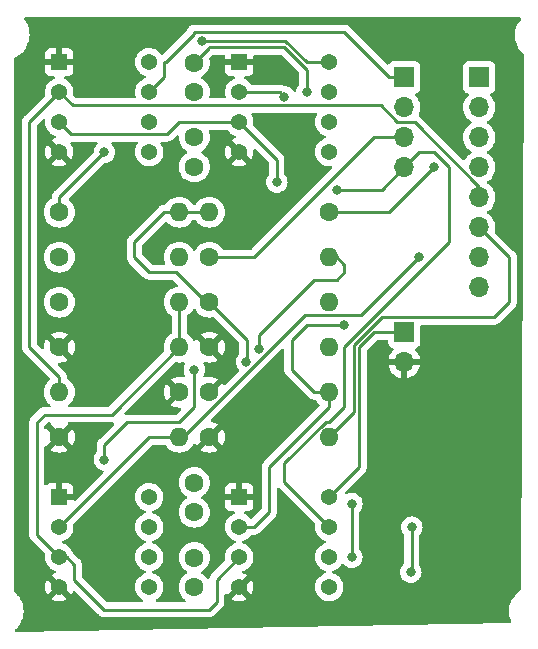
<source format=gbr>
%TF.GenerationSoftware,KiCad,Pcbnew,(6.0.5)*%
%TF.CreationDate,2023-07-08T16:29:13+09:00*%
%TF.ProjectId,wheel speed,77686565-6c20-4737-9065-65642e6b6963,rev?*%
%TF.SameCoordinates,Original*%
%TF.FileFunction,Copper,L2,Bot*%
%TF.FilePolarity,Positive*%
%FSLAX46Y46*%
G04 Gerber Fmt 4.6, Leading zero omitted, Abs format (unit mm)*
G04 Created by KiCad (PCBNEW (6.0.5)) date 2023-07-08 16:29:13*
%MOMM*%
%LPD*%
G01*
G04 APERTURE LIST*
%TA.AperFunction,ComponentPad*%
%ADD10C,1.600000*%
%TD*%
%TA.AperFunction,ComponentPad*%
%ADD11O,1.600000X1.600000*%
%TD*%
%TA.AperFunction,ComponentPad*%
%ADD12R,1.700000X1.700000*%
%TD*%
%TA.AperFunction,ComponentPad*%
%ADD13O,1.700000X1.700000*%
%TD*%
%TA.AperFunction,ComponentPad*%
%ADD14R,1.371600X1.371600*%
%TD*%
%TA.AperFunction,ComponentPad*%
%ADD15C,1.371600*%
%TD*%
%TA.AperFunction,ViaPad*%
%ADD16C,0.800000*%
%TD*%
%TA.AperFunction,Conductor*%
%ADD17C,0.250000*%
%TD*%
G04 APERTURE END LIST*
D10*
%TO.P,C2,1*%
%TO.N,12V*%
X125730000Y-97790000D03*
%TO.P,C2,2*%
%TO.N,Net-(C2-Pad2)*%
X125730000Y-95290000D03*
%TD*%
%TO.P,R7,1*%
%TO.N,FL1*%
X114300000Y-72390000D03*
D11*
%TO.P,R7,2*%
%TO.N,Net-(R12-Pad2)*%
X124460000Y-72390000D03*
%TD*%
D10*
%TO.P,R5,1*%
%TO.N,GND*%
X124460000Y-87630000D03*
D11*
%TO.P,R5,2*%
%TO.N,FL-*%
X114300000Y-87630000D03*
%TD*%
D12*
%TO.P,J2,1,Pin_1*%
%TO.N,FL1*%
X143510000Y-60970000D03*
D13*
%TO.P,J2,2,Pin_2*%
%TO.N,FR2*%
X143510000Y-63510000D03*
%TO.P,J2,3,Pin_3*%
%TO.N,BL3*%
X143510000Y-66050000D03*
%TO.P,J2,4,Pin_4*%
%TO.N,BR4*%
X143510000Y-68590000D03*
%TD*%
D10*
%TO.P,R12,1*%
%TO.N,FR2*%
X137160000Y-72390000D03*
D11*
%TO.P,R12,2*%
%TO.N,Net-(R12-Pad2)*%
X127000000Y-72390000D03*
%TD*%
D10*
%TO.P,R6,1*%
%TO.N,GND*%
X114300000Y-91440000D03*
D11*
%TO.P,R6,2*%
%TO.N,BL-*%
X124460000Y-91440000D03*
%TD*%
D10*
%TO.P,C3,1*%
%TO.N,12V*%
X125730000Y-62230000D03*
%TO.P,C3,2*%
%TO.N,Net-(C3-Pad2)*%
X125730000Y-59730000D03*
%TD*%
%TO.P,R9,1*%
%TO.N,GND*%
X127000000Y-91440000D03*
D11*
%TO.P,R9,2*%
%TO.N,FR-*%
X137160000Y-91440000D03*
%TD*%
D12*
%TO.P,J3,1,Pin_1*%
%TO.N,12V*%
X149860000Y-60975000D03*
D13*
%TO.P,J3,2,Pin_2*%
X149860000Y-63515000D03*
%TO.P,J3,3,Pin_3*%
X149860000Y-66055000D03*
%TO.P,J3,4,Pin_4*%
X149860000Y-68595000D03*
%TO.P,J3,5,Pin_5*%
%TO.N,FL-*%
X149860000Y-71135000D03*
%TO.P,J3,6,Pin_6*%
%TO.N,FR-*%
X149860000Y-73675000D03*
%TO.P,J3,7,Pin_7*%
%TO.N,BL-*%
X149860000Y-76215000D03*
%TO.P,J3,8,Pin_8*%
%TO.N,BR-*%
X149860000Y-78755000D03*
%TD*%
D10*
%TO.P,R1,1*%
%TO.N,Net-(R1-Pad1)*%
X114300000Y-80010000D03*
D11*
%TO.P,R1,2*%
%TO.N,Net-(R1-Pad2)*%
X124460000Y-80010000D03*
%TD*%
D10*
%TO.P,C4,1*%
%TO.N,12V*%
X125730000Y-104140000D03*
%TO.P,C4,2*%
%TO.N,Net-(C4-Pad2)*%
X125730000Y-101640000D03*
%TD*%
D12*
%TO.P,J1,1,Pin_1*%
%TO.N,12V*%
X143510000Y-82550000D03*
D13*
%TO.P,J1,2,Pin_2*%
%TO.N,GND*%
X143510000Y-85090000D03*
%TD*%
D14*
%TO.P,U4,1,GND*%
%TO.N,GND*%
X114300000Y-96520000D03*
D15*
%TO.P,U4,2,+*%
%TO.N,BL-*%
X114300000Y-99060000D03*
%TO.P,U4,3,-*%
%TO.N,Net-(R1-Pad2)*%
X114300000Y-101600000D03*
%TO.P,U4,4,V-*%
%TO.N,GND*%
X114300000Y-104140000D03*
%TO.P,U4,5,BAL*%
%TO.N,Net-(C2-Pad2)*%
X121920000Y-104140000D03*
%TO.P,U4,6,STRB*%
X121920000Y-101600000D03*
%TO.P,U4,7*%
%TO.N,BL3*%
X121920000Y-99060000D03*
%TO.P,U4,8,V+*%
%TO.N,12V*%
X121920000Y-96520000D03*
%TD*%
D11*
%TO.P,R8,2*%
%TO.N,Net-(R1-Pad1)*%
X137160000Y-76200000D03*
D10*
%TO.P,R8,1*%
%TO.N,BL3*%
X127000000Y-76200000D03*
%TD*%
%TO.P,R4,1*%
%TO.N,GND*%
X127000000Y-83820000D03*
D11*
%TO.P,R4,2*%
%TO.N,Net-(R3-Pad2)*%
X137160000Y-83820000D03*
%TD*%
D14*
%TO.P,U3,1,GND*%
%TO.N,GND*%
X114300000Y-59690000D03*
D15*
%TO.P,U3,2,+*%
%TO.N,FL-*%
X114300000Y-62230000D03*
%TO.P,U3,3,-*%
%TO.N,Net-(R3-Pad2)*%
X114300000Y-64770000D03*
%TO.P,U3,4,V-*%
%TO.N,GND*%
X114300000Y-67310000D03*
%TO.P,U3,5,BAL*%
%TO.N,Net-(C1-Pad2)*%
X121920000Y-67310000D03*
%TO.P,U3,6,STRB*%
X121920000Y-64770000D03*
%TO.P,U3,7*%
%TO.N,FL1*%
X121920000Y-62230000D03*
%TO.P,U3,8,V+*%
%TO.N,12V*%
X121920000Y-59690000D03*
%TD*%
D14*
%TO.P,U6,1,GND*%
%TO.N,GND*%
X129540000Y-96520000D03*
D15*
%TO.P,U6,2,+*%
%TO.N,BR-*%
X129540000Y-99060000D03*
%TO.P,U6,3,-*%
%TO.N,Net-(R1-Pad2)*%
X129540000Y-101600000D03*
%TO.P,U6,4,V-*%
%TO.N,GND*%
X129540000Y-104140000D03*
%TO.P,U6,5,BAL*%
%TO.N,Net-(C4-Pad2)*%
X137160000Y-104140000D03*
%TO.P,U6,6,STRB*%
X137160000Y-101600000D03*
%TO.P,U6,7*%
%TO.N,BR4*%
X137160000Y-99060000D03*
%TO.P,U6,8,V+*%
%TO.N,12V*%
X137160000Y-96520000D03*
%TD*%
D10*
%TO.P,R10,1*%
%TO.N,GND*%
X127000000Y-87630000D03*
D11*
%TO.P,R10,2*%
%TO.N,BR-*%
X137160000Y-87630000D03*
%TD*%
D10*
%TO.P,C1,1*%
%TO.N,12V*%
X125730000Y-66040000D03*
%TO.P,C1,2*%
%TO.N,Net-(C1-Pad2)*%
X125730000Y-68540000D03*
%TD*%
%TO.P,R2,1*%
%TO.N,GND*%
X114300000Y-83820000D03*
D11*
%TO.P,R2,2*%
%TO.N,Net-(R1-Pad2)*%
X124460000Y-83820000D03*
%TD*%
D14*
%TO.P,U5,1,GND*%
%TO.N,GND*%
X129540000Y-59690000D03*
D15*
%TO.P,U5,2,+*%
%TO.N,FR-*%
X129540000Y-62230000D03*
%TO.P,U5,3,-*%
%TO.N,Net-(R3-Pad2)*%
X129540000Y-64770000D03*
%TO.P,U5,4,V-*%
%TO.N,GND*%
X129540000Y-67310000D03*
%TO.P,U5,5,BAL*%
%TO.N,Net-(C3-Pad2)*%
X137160000Y-67310000D03*
%TO.P,U5,6,STRB*%
X137160000Y-64770000D03*
%TO.P,U5,7*%
%TO.N,FR2*%
X137160000Y-62230000D03*
%TO.P,U5,8,V+*%
%TO.N,12V*%
X137160000Y-59690000D03*
%TD*%
D10*
%TO.P,R11,1*%
%TO.N,BR4*%
X114300000Y-76200000D03*
D11*
%TO.P,R11,2*%
%TO.N,Net-(R1-Pad1)*%
X124460000Y-76200000D03*
%TD*%
D10*
%TO.P,R3,1*%
%TO.N,Net-(R12-Pad2)*%
X127000000Y-80010000D03*
D11*
%TO.P,R3,2*%
%TO.N,Net-(R3-Pad2)*%
X137160000Y-80010000D03*
%TD*%
D16*
%TO.N,Net-(R3-Pad2)*%
X132715000Y-69850000D03*
%TO.N,FL1*%
X118110000Y-67310000D03*
%TO.N,12V*%
X126365000Y-57874500D03*
X144055500Y-102870000D03*
X144145000Y-99060000D03*
%TO.N,BL-*%
X144780000Y-76200000D03*
%TO.N,BL3*%
X118110000Y-93345000D03*
X125730000Y-85725000D03*
%TO.N,FR-*%
X133350000Y-62630011D03*
%TO.N,Net-(C3-Pad2)*%
X135255000Y-62230000D03*
%TO.N,FR2*%
X146050000Y-68580000D03*
%TO.N,BR-*%
X138430000Y-81915000D03*
%TO.N,BR4*%
X137795000Y-70485000D03*
%TO.N,Net-(R1-Pad1)*%
X131215552Y-83980150D03*
%TO.N,Net-(R12-Pad2)*%
X139065000Y-101600000D03*
X130140351Y-85055351D03*
X139065000Y-97065500D03*
%TD*%
D17*
%TO.N,FL-*%
X111760000Y-64770000D02*
X111760000Y-83820000D01*
X114300000Y-62230000D02*
X115424511Y-63354511D01*
X141502523Y-63354511D02*
X142918012Y-64770000D01*
X114300000Y-62230000D02*
X111760000Y-64770000D01*
X111760000Y-83820000D02*
X114300000Y-86360000D01*
X149860000Y-70256010D02*
X149860000Y-71135000D01*
X142918012Y-64770000D02*
X144373990Y-64770000D01*
X115424511Y-63354511D02*
X141502523Y-63354511D01*
X114300000Y-86360000D02*
X114300000Y-87630000D01*
X144373990Y-64770000D02*
X149860000Y-70256010D01*
%TO.N,Net-(R3-Pad2)*%
X124460000Y-64770000D02*
X129540000Y-64770000D01*
X132715000Y-69850000D02*
X132715000Y-67945000D01*
X132715000Y-67945000D02*
X129540000Y-64770000D01*
X123449689Y-65780311D02*
X124460000Y-64770000D01*
X114300000Y-64770000D02*
X115310311Y-65780311D01*
X115310311Y-65780311D02*
X123449689Y-65780311D01*
%TO.N,FL1*%
X123190000Y-60960000D02*
X121920000Y-62230000D01*
X123348797Y-59690000D02*
X123190000Y-59690000D01*
X125730000Y-57150000D02*
X125730000Y-57308797D01*
X114300000Y-72390000D02*
X114300000Y-71120000D01*
X138430000Y-57150000D02*
X125730000Y-57150000D01*
X142250000Y-60970000D02*
X138430000Y-57150000D01*
X114300000Y-71120000D02*
X118110000Y-67310000D01*
X125730000Y-57308797D02*
X123348797Y-59690000D01*
X143510000Y-60970000D02*
X142250000Y-60970000D01*
X123190000Y-59690000D02*
X123190000Y-60960000D01*
%TO.N,12V*%
X126365000Y-57874500D02*
X133439500Y-57874500D01*
X139700000Y-93980000D02*
X139700000Y-83820000D01*
X139700000Y-83820000D02*
X140970000Y-82550000D01*
X140970000Y-82550000D02*
X143510000Y-82550000D01*
X144145000Y-102780500D02*
X144055500Y-102870000D01*
X144145000Y-102235000D02*
X144145000Y-102780500D01*
X135255000Y-59690000D02*
X137160000Y-59690000D01*
X144145000Y-99060000D02*
X144145000Y-102235000D01*
X137160000Y-96520000D02*
X139700000Y-93980000D01*
X133439500Y-57874500D02*
X135255000Y-59690000D01*
%TO.N,BL-*%
X135085789Y-81134511D02*
X139845489Y-81134511D01*
X124460000Y-91440000D02*
X124780300Y-91440000D01*
X124460000Y-91440000D02*
X121920000Y-91440000D01*
X139845489Y-81134511D02*
X144780000Y-76200000D01*
X121920000Y-91440000D02*
X114300000Y-99060000D01*
X124780300Y-91440000D02*
X135085789Y-81134511D01*
%TO.N,Net-(R1-Pad2)*%
X127635000Y-103505000D02*
X127635000Y-105410000D01*
X129540000Y-101600000D02*
X127635000Y-103505000D01*
X112395000Y-90193722D02*
X113053722Y-89535000D01*
X118110000Y-106045000D02*
X115570000Y-103505000D01*
X124460000Y-80010000D02*
X124460000Y-83820000D01*
X118745000Y-89535000D02*
X124460000Y-83820000D01*
X127000000Y-106045000D02*
X118110000Y-106045000D01*
X127635000Y-105410000D02*
X127000000Y-106045000D01*
X114300000Y-101600000D02*
X112395000Y-99695000D01*
X112395000Y-99695000D02*
X112395000Y-90193722D01*
X113053722Y-89535000D02*
X118745000Y-89535000D01*
X115570000Y-102235000D02*
X114935000Y-101600000D01*
X114935000Y-101600000D02*
X114300000Y-101600000D01*
X115570000Y-103505000D02*
X115570000Y-102235000D01*
%TO.N,BL3*%
X120015000Y-90170000D02*
X118110000Y-92075000D01*
X140960000Y-66050000D02*
X130810000Y-76200000D01*
X125730000Y-85725000D02*
X125730000Y-88900000D01*
X118110000Y-92075000D02*
X118110000Y-93345000D01*
X124460000Y-90170000D02*
X120015000Y-90170000D01*
X130810000Y-76200000D02*
X127000000Y-76200000D01*
X143510000Y-66050000D02*
X140960000Y-66050000D01*
X125730000Y-88900000D02*
X124460000Y-90170000D01*
%TO.N,FR-*%
X141604282Y-81280000D02*
X151130000Y-81280000D01*
X152385000Y-76200000D02*
X149860000Y-73675000D01*
X132080000Y-62230000D02*
X132949989Y-62230000D01*
X151130000Y-81280000D02*
X152400000Y-80010000D01*
X129540000Y-62230000D02*
X132080000Y-62230000D01*
X132949989Y-62230000D02*
X133350000Y-62630011D01*
X139250480Y-83633802D02*
X141604282Y-81280000D01*
X137160000Y-91440000D02*
X139250480Y-89349520D01*
X139250480Y-89349520D02*
X139250480Y-83633802D01*
X152400000Y-80010000D02*
X152400000Y-76200000D01*
X152400000Y-76200000D02*
X152385000Y-76200000D01*
%TO.N,Net-(C3-Pad2)*%
X134619641Y-59690359D02*
X135255000Y-60325718D01*
X127000000Y-58420000D02*
X133349282Y-58420000D01*
X127000000Y-58460000D02*
X127000000Y-58420000D01*
X135255000Y-60325718D02*
X135255000Y-62230000D01*
X133349282Y-58420000D02*
X134619641Y-59690359D01*
X125730000Y-59730000D02*
X127000000Y-58460000D01*
%TO.N,FR2*%
X142240000Y-72390000D02*
X146050000Y-68580000D01*
X137160000Y-72390000D02*
X142240000Y-72390000D01*
%TO.N,BR-*%
X138430000Y-81915000D02*
X135255000Y-81915000D01*
X133985000Y-83185000D02*
X133985000Y-85725000D01*
X135255000Y-81915000D02*
X133985000Y-83185000D01*
X137160000Y-88900000D02*
X132080000Y-93980000D01*
X132080000Y-93980000D02*
X132080000Y-97790000D01*
X135890000Y-87630000D02*
X137160000Y-87630000D01*
X132080000Y-97790000D02*
X130810000Y-99060000D01*
X133985000Y-85725000D02*
X135890000Y-87630000D01*
X137160000Y-87630000D02*
X137160000Y-88900000D01*
X130810000Y-99060000D02*
X129540000Y-99060000D01*
%TO.N,BR4*%
X143510000Y-68590000D02*
X144790000Y-67310000D01*
X133350000Y-93659700D02*
X133350000Y-95250000D01*
X137160000Y-90170000D02*
X136839700Y-90170000D01*
X147320000Y-74928564D02*
X138430000Y-83818564D01*
X138430000Y-88900000D02*
X137160000Y-90170000D01*
X144790000Y-67310000D02*
X146050000Y-67310000D01*
X136839700Y-90170000D02*
X133350000Y-93659700D01*
X146050000Y-67310000D02*
X147320000Y-68580000D01*
X143510000Y-68590000D02*
X141615000Y-70485000D01*
X141615000Y-70485000D02*
X137795000Y-70485000D01*
X138430000Y-83818564D02*
X138430000Y-88900000D01*
X147320000Y-68580000D02*
X147320000Y-74928564D01*
X133350000Y-95250000D02*
X137160000Y-99060000D01*
%TO.N,Net-(R1-Pad1)*%
X137795000Y-78105000D02*
X138430000Y-77470000D01*
X137795000Y-76200000D02*
X137160000Y-76200000D01*
X138430000Y-76835000D02*
X137795000Y-76200000D01*
X135890000Y-78105000D02*
X137795000Y-78105000D01*
X131215552Y-82779448D02*
X135890000Y-78105000D01*
X138430000Y-77470000D02*
X138430000Y-76835000D01*
X131215552Y-83980150D02*
X131215552Y-82779448D01*
%TO.N,Net-(R12-Pad2)*%
X127000000Y-72390000D02*
X124460000Y-72390000D01*
X130175000Y-83185000D02*
X130175000Y-83820000D01*
X127000000Y-80010000D02*
X126679700Y-80010000D01*
X123190000Y-72390000D02*
X124460000Y-72390000D01*
X120650000Y-74930000D02*
X123190000Y-72390000D01*
X126679700Y-80010000D02*
X124139700Y-77470000D01*
X130175000Y-85020702D02*
X130140351Y-85055351D01*
X127000000Y-80010000D02*
X130175000Y-83185000D01*
X121920000Y-77470000D02*
X120650000Y-76200000D01*
X120650000Y-76200000D02*
X120650000Y-74930000D01*
X130175000Y-83820000D02*
X130175000Y-85020702D01*
X124139700Y-77470000D02*
X121920000Y-77470000D01*
X139065000Y-97065500D02*
X139065000Y-101600000D01*
%TD*%
%TA.AperFunction,Conductor*%
%TO.N,GND*%
G36*
X153323660Y-55900002D02*
G01*
X153370153Y-55953658D01*
X153380257Y-56023932D01*
X153352690Y-56086165D01*
X153350192Y-56088797D01*
X153186408Y-56316727D01*
X153184404Y-56320512D01*
X153060312Y-56554882D01*
X153055073Y-56564776D01*
X153053601Y-56568799D01*
X153053599Y-56568803D01*
X153045678Y-56590448D01*
X152958616Y-56828355D01*
X152957703Y-56832541D01*
X152957703Y-56832542D01*
X152899830Y-57097977D01*
X152898825Y-57102585D01*
X152876803Y-57382393D01*
X152877210Y-57389458D01*
X152892960Y-57662601D01*
X152893785Y-57666806D01*
X152893786Y-57666814D01*
X152916742Y-57783821D01*
X152946996Y-57938024D01*
X152948383Y-57942074D01*
X152948384Y-57942079D01*
X153029009Y-58177565D01*
X153037911Y-58203565D01*
X153054685Y-58236916D01*
X153115781Y-58358392D01*
X153164022Y-58454310D01*
X153166448Y-58457839D01*
X153166451Y-58457845D01*
X153224371Y-58542118D01*
X153322997Y-58685620D01*
X153511894Y-58893215D01*
X153515189Y-58895970D01*
X153515190Y-58895971D01*
X153609023Y-58974428D01*
X153648453Y-59033469D01*
X153654199Y-59071715D01*
X153430797Y-104199065D01*
X153430289Y-104301662D01*
X153409950Y-104369683D01*
X153368997Y-104409154D01*
X153258125Y-104475510D01*
X153254441Y-104477715D01*
X153035395Y-104653204D01*
X153032451Y-104656306D01*
X153032447Y-104656310D01*
X152845142Y-104853688D01*
X152842192Y-104856797D01*
X152678408Y-105084727D01*
X152547073Y-105332776D01*
X152545601Y-105336799D01*
X152545599Y-105336803D01*
X152519907Y-105407010D01*
X152450616Y-105596355D01*
X152449703Y-105600541D01*
X152449703Y-105600542D01*
X152394805Y-105852333D01*
X152390825Y-105870585D01*
X152368803Y-106150393D01*
X152369210Y-106157458D01*
X152384960Y-106430601D01*
X152385785Y-106434806D01*
X152385786Y-106434814D01*
X152409445Y-106555402D01*
X152438996Y-106706024D01*
X152440383Y-106710074D01*
X152440384Y-106710079D01*
X152528522Y-106967509D01*
X152529911Y-106971565D01*
X152531838Y-106975396D01*
X152555598Y-107022638D01*
X152568336Y-107092482D01*
X152541292Y-107158126D01*
X152483051Y-107198728D01*
X152445269Y-107205232D01*
X110659539Y-107946990D01*
X110591074Y-107928200D01*
X110543636Y-107875378D01*
X110532287Y-107805295D01*
X110560629Y-107740201D01*
X110579553Y-107721860D01*
X110600624Y-107705338D01*
X110795948Y-107503779D01*
X110798481Y-107500331D01*
X110798485Y-107500326D01*
X110959572Y-107281032D01*
X110962110Y-107277577D01*
X111044197Y-107126392D01*
X111093986Y-107034692D01*
X111093987Y-107034690D01*
X111096036Y-107030916D01*
X111195247Y-106768362D01*
X111225819Y-106634876D01*
X111256949Y-106498957D01*
X111256950Y-106498953D01*
X111257907Y-106494773D01*
X111259548Y-106476395D01*
X111282637Y-106217677D01*
X111282637Y-106217675D01*
X111282857Y-106215211D01*
X111283310Y-106172000D01*
X111265272Y-105907409D01*
X111264512Y-105896254D01*
X111264511Y-105896248D01*
X111264220Y-105891977D01*
X111258923Y-105866396D01*
X111208172Y-105621332D01*
X111207303Y-105617135D01*
X111113612Y-105352561D01*
X111105604Y-105337044D01*
X111005531Y-105143156D01*
X113661204Y-105143156D01*
X113671086Y-105155645D01*
X113723124Y-105190416D01*
X113733234Y-105195906D01*
X113924208Y-105277955D01*
X113935151Y-105281510D01*
X114137873Y-105327382D01*
X114149283Y-105328884D01*
X114356978Y-105337044D01*
X114368460Y-105336442D01*
X114574159Y-105306618D01*
X114585355Y-105303930D01*
X114782174Y-105237118D01*
X114792681Y-105232440D01*
X114931069Y-105154938D01*
X114940934Y-105144860D01*
X114937978Y-105137188D01*
X114312812Y-104512022D01*
X114298868Y-104504408D01*
X114297035Y-104504539D01*
X114290420Y-104508790D01*
X113667400Y-105131810D01*
X113661204Y-105143156D01*
X111005531Y-105143156D01*
X110986847Y-105106957D01*
X110986847Y-105106956D01*
X110984882Y-105103150D01*
X110974595Y-105088512D01*
X110858261Y-104922987D01*
X110823493Y-104873517D01*
X110728521Y-104771315D01*
X110635354Y-104671055D01*
X110635351Y-104671052D01*
X110632433Y-104667912D01*
X110629118Y-104665198D01*
X110629114Y-104665195D01*
X110536194Y-104589141D01*
X110496148Y-104530516D01*
X110490000Y-104491637D01*
X110490000Y-104114382D01*
X113101875Y-104114382D01*
X113115469Y-104321783D01*
X113117270Y-104333153D01*
X113168432Y-104534606D01*
X113172273Y-104545453D01*
X113259293Y-104734215D01*
X113265042Y-104744172D01*
X113284225Y-104771315D01*
X113294814Y-104779703D01*
X113308115Y-104772675D01*
X113927978Y-104152812D01*
X113935592Y-104138868D01*
X113935461Y-104137035D01*
X113931210Y-104130420D01*
X113305011Y-103504221D01*
X113292631Y-103497461D01*
X113286665Y-103501927D01*
X113195037Y-103676085D01*
X113190636Y-103686709D01*
X113128998Y-103885215D01*
X113126606Y-103896469D01*
X113102176Y-104102881D01*
X113101875Y-104114382D01*
X110490000Y-104114382D01*
X110490000Y-64749943D01*
X111121780Y-64749943D01*
X111122526Y-64757835D01*
X111125941Y-64793961D01*
X111126500Y-64805819D01*
X111126500Y-83741233D01*
X111125973Y-83752416D01*
X111124298Y-83759909D01*
X111124547Y-83767835D01*
X111124547Y-83767836D01*
X111126438Y-83827986D01*
X111126500Y-83831945D01*
X111126500Y-83859856D01*
X111126997Y-83863790D01*
X111126997Y-83863791D01*
X111127005Y-83863856D01*
X111127938Y-83875693D01*
X111129327Y-83919889D01*
X111134405Y-83937367D01*
X111134978Y-83939339D01*
X111138987Y-83958700D01*
X111141526Y-83978797D01*
X111144445Y-83986168D01*
X111144445Y-83986170D01*
X111157804Y-84019912D01*
X111161649Y-84031142D01*
X111165820Y-84045499D01*
X111173982Y-84073593D01*
X111178015Y-84080412D01*
X111178017Y-84080417D01*
X111184293Y-84091028D01*
X111192988Y-84108776D01*
X111200448Y-84127617D01*
X111205110Y-84134033D01*
X111205110Y-84134034D01*
X111226436Y-84163387D01*
X111232952Y-84173307D01*
X111237980Y-84181808D01*
X111255458Y-84211362D01*
X111269779Y-84225683D01*
X111282619Y-84240716D01*
X111294528Y-84257107D01*
X111309198Y-84269243D01*
X111328605Y-84285298D01*
X111337384Y-84293288D01*
X113474327Y-86430231D01*
X113508353Y-86492543D01*
X113503288Y-86563358D01*
X113463013Y-86615427D01*
X113464424Y-86617108D01*
X113460211Y-86620643D01*
X113455700Y-86623802D01*
X113293802Y-86785700D01*
X113290645Y-86790208D01*
X113290643Y-86790211D01*
X113235902Y-86868389D01*
X113162477Y-86973251D01*
X113160154Y-86978233D01*
X113160151Y-86978238D01*
X113068039Y-87175775D01*
X113065716Y-87180757D01*
X113006457Y-87401913D01*
X112986502Y-87630000D01*
X113006457Y-87858087D01*
X113007881Y-87863400D01*
X113007881Y-87863402D01*
X113025479Y-87929076D01*
X113065716Y-88079243D01*
X113068039Y-88084224D01*
X113068039Y-88084225D01*
X113160151Y-88281762D01*
X113160154Y-88281767D01*
X113162477Y-88286749D01*
X113293802Y-88474300D01*
X113455700Y-88636198D01*
X113460208Y-88639355D01*
X113460211Y-88639357D01*
X113507240Y-88672287D01*
X113551568Y-88727744D01*
X113558877Y-88798364D01*
X113526846Y-88861724D01*
X113465645Y-88897709D01*
X113434969Y-88901500D01*
X113132490Y-88901500D01*
X113121307Y-88900973D01*
X113113814Y-88899298D01*
X113105888Y-88899547D01*
X113105887Y-88899547D01*
X113045724Y-88901438D01*
X113041766Y-88901500D01*
X113013866Y-88901500D01*
X113009876Y-88902004D01*
X112998042Y-88902936D01*
X112953833Y-88904326D01*
X112946217Y-88906539D01*
X112946215Y-88906539D01*
X112934374Y-88909979D01*
X112915015Y-88913988D01*
X112913705Y-88914154D01*
X112894925Y-88916526D01*
X112887559Y-88919442D01*
X112887553Y-88919444D01*
X112853820Y-88932800D01*
X112842590Y-88936645D01*
X112807739Y-88946770D01*
X112800129Y-88948981D01*
X112793306Y-88953016D01*
X112782688Y-88959295D01*
X112764935Y-88967992D01*
X112757290Y-88971019D01*
X112746105Y-88975448D01*
X112739690Y-88980109D01*
X112710334Y-89001437D01*
X112700417Y-89007951D01*
X112662360Y-89030458D01*
X112648039Y-89044779D01*
X112633006Y-89057619D01*
X112616615Y-89069528D01*
X112590238Y-89101413D01*
X112588434Y-89103593D01*
X112580444Y-89112374D01*
X112002742Y-89690075D01*
X111994463Y-89697609D01*
X111987982Y-89701722D01*
X111949057Y-89743173D01*
X111941357Y-89751373D01*
X111938602Y-89754215D01*
X111918865Y-89773952D01*
X111916385Y-89777149D01*
X111908682Y-89786169D01*
X111878414Y-89818401D01*
X111874595Y-89825347D01*
X111874593Y-89825350D01*
X111868652Y-89836156D01*
X111857801Y-89852675D01*
X111845386Y-89868681D01*
X111842241Y-89875950D01*
X111842238Y-89875954D01*
X111827826Y-89909259D01*
X111822609Y-89919909D01*
X111801305Y-89958662D01*
X111799334Y-89966337D01*
X111799334Y-89966338D01*
X111796267Y-89978284D01*
X111789863Y-89996988D01*
X111781819Y-90015577D01*
X111780580Y-90023400D01*
X111780577Y-90023410D01*
X111774901Y-90059246D01*
X111772495Y-90070866D01*
X111761500Y-90113692D01*
X111761500Y-90133946D01*
X111759949Y-90153656D01*
X111756780Y-90173665D01*
X111757526Y-90181557D01*
X111760941Y-90217683D01*
X111761500Y-90229541D01*
X111761500Y-99616233D01*
X111760973Y-99627416D01*
X111759298Y-99634909D01*
X111759547Y-99642835D01*
X111759547Y-99642836D01*
X111761438Y-99702986D01*
X111761500Y-99706945D01*
X111761500Y-99734856D01*
X111761997Y-99738790D01*
X111761997Y-99738791D01*
X111762005Y-99738856D01*
X111762938Y-99750693D01*
X111764327Y-99794889D01*
X111769978Y-99814339D01*
X111773987Y-99833700D01*
X111776526Y-99853797D01*
X111779445Y-99861168D01*
X111779445Y-99861170D01*
X111792804Y-99894912D01*
X111796649Y-99906142D01*
X111808982Y-99948593D01*
X111813015Y-99955412D01*
X111813017Y-99955417D01*
X111819293Y-99966028D01*
X111827988Y-99983776D01*
X111835448Y-100002617D01*
X111840110Y-100009033D01*
X111840110Y-100009034D01*
X111861436Y-100038387D01*
X111867952Y-100048307D01*
X111890458Y-100086362D01*
X111904779Y-100100683D01*
X111917619Y-100115716D01*
X111929528Y-100132107D01*
X111935634Y-100137158D01*
X111963605Y-100160298D01*
X111972384Y-100168288D01*
X113086535Y-101282440D01*
X113120561Y-101344752D01*
X113122567Y-101386342D01*
X113100995Y-101568603D01*
X113115351Y-101787630D01*
X113169381Y-102000373D01*
X113261275Y-102199708D01*
X113264606Y-102204421D01*
X113264607Y-102204423D01*
X113359558Y-102338774D01*
X113387957Y-102378958D01*
X113392093Y-102382987D01*
X113481585Y-102470166D01*
X113545183Y-102532121D01*
X113549979Y-102535326D01*
X113549982Y-102535328D01*
X113623991Y-102584779D01*
X113727688Y-102654067D01*
X113732991Y-102656345D01*
X113732994Y-102656347D01*
X113915334Y-102734686D01*
X113929360Y-102740712D01*
X113957167Y-102747004D01*
X114019193Y-102781547D01*
X114052698Y-102844140D01*
X114047044Y-102914911D01*
X114004025Y-102971390D01*
X113972970Y-102988109D01*
X113789270Y-103055880D01*
X113778892Y-103060830D01*
X113669785Y-103125742D01*
X113660187Y-103136075D01*
X113663673Y-103144463D01*
X115293274Y-104774064D01*
X115305654Y-104780824D01*
X115312234Y-104775898D01*
X115392440Y-104632681D01*
X115397120Y-104622171D01*
X115431876Y-104519782D01*
X115472713Y-104461705D01*
X115538466Y-104434927D01*
X115608258Y-104447948D01*
X115640284Y-104471188D01*
X117606343Y-106437247D01*
X117613887Y-106445537D01*
X117618000Y-106452018D01*
X117623777Y-106457443D01*
X117667667Y-106498658D01*
X117670509Y-106501413D01*
X117690230Y-106521134D01*
X117693425Y-106523612D01*
X117702447Y-106531318D01*
X117734679Y-106561586D01*
X117741628Y-106565406D01*
X117752432Y-106571346D01*
X117768956Y-106582199D01*
X117784959Y-106594613D01*
X117825543Y-106612176D01*
X117836173Y-106617383D01*
X117874940Y-106638695D01*
X117882617Y-106640666D01*
X117882622Y-106640668D01*
X117894558Y-106643732D01*
X117913266Y-106650137D01*
X117931855Y-106658181D01*
X117939680Y-106659420D01*
X117939682Y-106659421D01*
X117975519Y-106665097D01*
X117987140Y-106667504D01*
X118018959Y-106675673D01*
X118029970Y-106678500D01*
X118050231Y-106678500D01*
X118069940Y-106680051D01*
X118089943Y-106683219D01*
X118097835Y-106682473D01*
X118103062Y-106681979D01*
X118133954Y-106679059D01*
X118145811Y-106678500D01*
X126921233Y-106678500D01*
X126932416Y-106679027D01*
X126939909Y-106680702D01*
X126947835Y-106680453D01*
X126947836Y-106680453D01*
X127007986Y-106678562D01*
X127011945Y-106678500D01*
X127039856Y-106678500D01*
X127043791Y-106678003D01*
X127043856Y-106677995D01*
X127055693Y-106677062D01*
X127087951Y-106676048D01*
X127091970Y-106675922D01*
X127099889Y-106675673D01*
X127119343Y-106670021D01*
X127138700Y-106666013D01*
X127150930Y-106664468D01*
X127150931Y-106664468D01*
X127158797Y-106663474D01*
X127166168Y-106660555D01*
X127166170Y-106660555D01*
X127199912Y-106647196D01*
X127211142Y-106643351D01*
X127245983Y-106633229D01*
X127245984Y-106633229D01*
X127253593Y-106631018D01*
X127260412Y-106626985D01*
X127260417Y-106626983D01*
X127271028Y-106620707D01*
X127288776Y-106612012D01*
X127307617Y-106604552D01*
X127327987Y-106589753D01*
X127343387Y-106578564D01*
X127353307Y-106572048D01*
X127384535Y-106553580D01*
X127384538Y-106553578D01*
X127391362Y-106549542D01*
X127405683Y-106535221D01*
X127420717Y-106522380D01*
X127422432Y-106521134D01*
X127437107Y-106510472D01*
X127465298Y-106476395D01*
X127473288Y-106467616D01*
X128027247Y-105913657D01*
X128035537Y-105906113D01*
X128042018Y-105902000D01*
X128088659Y-105852332D01*
X128091413Y-105849491D01*
X128111135Y-105829769D01*
X128113612Y-105826576D01*
X128121317Y-105817555D01*
X128146159Y-105791100D01*
X128151586Y-105785321D01*
X128157197Y-105775115D01*
X128161346Y-105767568D01*
X128172202Y-105751041D01*
X128179757Y-105741302D01*
X128179758Y-105741300D01*
X128184614Y-105735040D01*
X128202174Y-105694460D01*
X128207391Y-105683812D01*
X128224875Y-105652009D01*
X128224876Y-105652007D01*
X128228695Y-105645060D01*
X128233733Y-105625437D01*
X128240137Y-105606734D01*
X128245033Y-105595420D01*
X128245033Y-105595419D01*
X128248181Y-105588145D01*
X128249420Y-105580322D01*
X128249423Y-105580312D01*
X128255099Y-105544476D01*
X128257505Y-105532856D01*
X128266528Y-105497711D01*
X128266528Y-105497710D01*
X128268500Y-105490030D01*
X128268500Y-105469776D01*
X128270051Y-105450065D01*
X128271980Y-105437886D01*
X128273220Y-105430057D01*
X128269059Y-105386038D01*
X128268500Y-105374181D01*
X128268500Y-105143156D01*
X128901204Y-105143156D01*
X128911086Y-105155645D01*
X128963124Y-105190416D01*
X128973234Y-105195906D01*
X129164208Y-105277955D01*
X129175151Y-105281510D01*
X129377873Y-105327382D01*
X129389283Y-105328884D01*
X129596978Y-105337044D01*
X129608460Y-105336442D01*
X129814159Y-105306618D01*
X129825355Y-105303930D01*
X130022174Y-105237118D01*
X130032681Y-105232440D01*
X130171069Y-105154938D01*
X130180934Y-105144860D01*
X130177978Y-105137188D01*
X129552812Y-104512022D01*
X129538868Y-104504408D01*
X129537035Y-104504539D01*
X129530420Y-104508790D01*
X128907400Y-105131810D01*
X128901204Y-105143156D01*
X128268500Y-105143156D01*
X128268500Y-104804706D01*
X128288502Y-104736585D01*
X128342158Y-104690092D01*
X128412432Y-104679988D01*
X128477012Y-104709482D01*
X128503619Y-104741706D01*
X128505045Y-104744176D01*
X128524225Y-104771315D01*
X128534814Y-104779703D01*
X128548115Y-104772675D01*
X129179658Y-104141132D01*
X129904408Y-104141132D01*
X129904539Y-104142965D01*
X129908790Y-104149580D01*
X130533274Y-104774064D01*
X130545654Y-104780824D01*
X130552234Y-104775898D01*
X130632440Y-104632681D01*
X130637118Y-104622174D01*
X130703930Y-104425355D01*
X130706618Y-104414159D01*
X130736738Y-104206420D01*
X130737368Y-104199037D01*
X130738817Y-104143704D01*
X130738574Y-104136305D01*
X130719367Y-103927272D01*
X130717269Y-103915951D01*
X130660852Y-103715913D01*
X130656727Y-103705166D01*
X130564796Y-103518748D01*
X130558786Y-103508941D01*
X130557434Y-103507130D01*
X130546176Y-103498681D01*
X130533757Y-103505453D01*
X129912022Y-104127188D01*
X129904408Y-104141132D01*
X129179658Y-104141132D01*
X130172489Y-103148301D01*
X130179249Y-103135921D01*
X130173219Y-103127866D01*
X130089180Y-103074841D01*
X130078932Y-103069620D01*
X129885874Y-102992598D01*
X129874926Y-102989355D01*
X129815291Y-102950829D01*
X129785952Y-102886179D01*
X129796223Y-102815929D01*
X129842844Y-102762384D01*
X129870211Y-102749231D01*
X129913059Y-102734686D01*
X130027846Y-102695721D01*
X130219357Y-102588470D01*
X130388115Y-102448115D01*
X130507190Y-102304943D01*
X130524779Y-102283795D01*
X130528470Y-102279357D01*
X130635721Y-102087846D01*
X130671852Y-101981407D01*
X130704420Y-101885467D01*
X130704421Y-101885462D01*
X130706276Y-101879998D01*
X130707104Y-101874289D01*
X130707105Y-101874284D01*
X130737239Y-101666447D01*
X130737772Y-101662773D01*
X130739416Y-101600000D01*
X130722637Y-101417393D01*
X130719861Y-101387178D01*
X130719860Y-101387175D01*
X130719332Y-101381424D01*
X130674573Y-101222721D01*
X130661319Y-101175727D01*
X130661318Y-101175725D01*
X130659751Y-101170168D01*
X130657196Y-101164985D01*
X130565225Y-100978488D01*
X130562670Y-100973307D01*
X130521206Y-100917779D01*
X130434793Y-100802058D01*
X130434792Y-100802057D01*
X130431340Y-100797434D01*
X130270158Y-100648439D01*
X130084523Y-100531313D01*
X129880653Y-100449976D01*
X129875586Y-100448968D01*
X129816118Y-100410551D01*
X129786777Y-100345901D01*
X129797048Y-100275651D01*
X129843667Y-100222105D01*
X129871036Y-100208951D01*
X130003230Y-100164077D01*
X130027846Y-100155721D01*
X130219357Y-100048470D01*
X130231481Y-100038387D01*
X130383677Y-99911806D01*
X130388115Y-99908115D01*
X130528470Y-99739357D01*
X130530497Y-99741043D01*
X130576906Y-99703305D01*
X130625637Y-99693500D01*
X130731233Y-99693500D01*
X130742416Y-99694027D01*
X130749909Y-99695702D01*
X130757835Y-99695453D01*
X130757836Y-99695453D01*
X130817986Y-99693562D01*
X130821945Y-99693500D01*
X130849856Y-99693500D01*
X130853791Y-99693003D01*
X130853856Y-99692995D01*
X130865693Y-99692062D01*
X130897951Y-99691048D01*
X130901970Y-99690922D01*
X130909889Y-99690673D01*
X130929343Y-99685021D01*
X130948700Y-99681013D01*
X130960930Y-99679468D01*
X130960931Y-99679468D01*
X130968797Y-99678474D01*
X130976168Y-99675555D01*
X130976170Y-99675555D01*
X131009912Y-99662196D01*
X131021142Y-99658351D01*
X131055983Y-99648229D01*
X131055984Y-99648229D01*
X131063593Y-99646018D01*
X131070412Y-99641985D01*
X131070417Y-99641983D01*
X131081028Y-99635707D01*
X131098776Y-99627012D01*
X131117617Y-99619552D01*
X131153387Y-99593564D01*
X131163307Y-99587048D01*
X131194535Y-99568580D01*
X131194538Y-99568578D01*
X131201362Y-99564542D01*
X131215683Y-99550221D01*
X131230717Y-99537380D01*
X131240694Y-99530131D01*
X131247107Y-99525472D01*
X131275298Y-99491395D01*
X131283288Y-99482616D01*
X132472247Y-98293657D01*
X132480537Y-98286113D01*
X132487018Y-98282000D01*
X132533659Y-98232332D01*
X132536413Y-98229491D01*
X132556134Y-98209770D01*
X132558612Y-98206575D01*
X132566318Y-98197553D01*
X132591158Y-98171101D01*
X132596586Y-98165321D01*
X132606346Y-98147568D01*
X132617199Y-98131045D01*
X132624753Y-98121306D01*
X132629613Y-98115041D01*
X132647176Y-98074457D01*
X132652383Y-98063827D01*
X132673695Y-98025060D01*
X132675666Y-98017383D01*
X132675668Y-98017378D01*
X132678732Y-98005442D01*
X132685138Y-97986730D01*
X132687888Y-97980377D01*
X132693181Y-97968145D01*
X132694421Y-97960317D01*
X132694423Y-97960310D01*
X132700099Y-97924476D01*
X132702505Y-97912856D01*
X132711528Y-97877711D01*
X132711528Y-97877710D01*
X132713500Y-97870030D01*
X132713500Y-97849776D01*
X132715051Y-97830065D01*
X132716980Y-97817886D01*
X132718220Y-97810057D01*
X132714059Y-97766038D01*
X132713500Y-97754181D01*
X132713500Y-95813594D01*
X132733502Y-95745473D01*
X132787158Y-95698980D01*
X132857432Y-95688876D01*
X132922012Y-95718370D01*
X132928595Y-95724499D01*
X135946535Y-98742439D01*
X135980561Y-98804751D01*
X135982567Y-98846342D01*
X135960995Y-99028603D01*
X135975351Y-99247630D01*
X136029381Y-99460373D01*
X136121275Y-99659708D01*
X136124606Y-99664421D01*
X136124607Y-99664423D01*
X136230558Y-99814339D01*
X136247957Y-99838958D01*
X136405183Y-99992121D01*
X136409979Y-99995326D01*
X136409982Y-99995328D01*
X136420891Y-100002617D01*
X136587688Y-100114067D01*
X136592991Y-100116345D01*
X136592994Y-100116347D01*
X136713891Y-100168288D01*
X136789360Y-100200712D01*
X136816274Y-100206802D01*
X136878300Y-100241346D01*
X136911804Y-100303940D01*
X136906148Y-100374711D01*
X136863129Y-100431190D01*
X136832078Y-100447906D01*
X136643638Y-100517425D01*
X136638677Y-100520377D01*
X136638676Y-100520377D01*
X136459969Y-100626696D01*
X136459966Y-100626698D01*
X136455001Y-100629652D01*
X136289974Y-100774377D01*
X136154085Y-100946751D01*
X136151394Y-100951867D01*
X136151392Y-100951869D01*
X136054576Y-101135886D01*
X136051884Y-101141003D01*
X135986794Y-101350627D01*
X135960995Y-101568603D01*
X135975351Y-101787630D01*
X136029381Y-102000373D01*
X136121275Y-102199708D01*
X136124606Y-102204421D01*
X136124607Y-102204423D01*
X136219558Y-102338774D01*
X136247957Y-102378958D01*
X136252093Y-102382987D01*
X136341585Y-102470166D01*
X136405183Y-102532121D01*
X136409979Y-102535326D01*
X136409982Y-102535328D01*
X136483991Y-102584779D01*
X136587688Y-102654067D01*
X136592991Y-102656345D01*
X136592994Y-102656347D01*
X136775334Y-102734686D01*
X136789360Y-102740712D01*
X136816274Y-102746802D01*
X136878300Y-102781346D01*
X136911804Y-102843940D01*
X136906148Y-102914711D01*
X136863129Y-102971190D01*
X136832078Y-102987906D01*
X136643638Y-103057425D01*
X136638677Y-103060377D01*
X136638676Y-103060377D01*
X136459969Y-103166696D01*
X136459966Y-103166698D01*
X136455001Y-103169652D01*
X136348559Y-103262999D01*
X136306122Y-103300216D01*
X136289974Y-103314377D01*
X136154085Y-103486751D01*
X136151394Y-103491867D01*
X136151392Y-103491869D01*
X136060933Y-103663803D01*
X136051884Y-103681003D01*
X135986794Y-103890627D01*
X135960995Y-104108603D01*
X135975351Y-104327630D01*
X136029381Y-104540373D01*
X136121275Y-104739708D01*
X136124606Y-104744421D01*
X136124607Y-104744423D01*
X136221218Y-104881123D01*
X136247957Y-104918958D01*
X136405183Y-105072121D01*
X136409979Y-105075326D01*
X136409982Y-105075328D01*
X136516047Y-105146198D01*
X136587688Y-105194067D01*
X136592991Y-105196345D01*
X136592994Y-105196347D01*
X136684640Y-105235721D01*
X136789360Y-105280712D01*
X136903847Y-105306618D01*
X136995610Y-105327382D01*
X137003445Y-105329155D01*
X137009216Y-105329382D01*
X137009218Y-105329382D01*
X137082634Y-105332266D01*
X137222773Y-105337772D01*
X137314442Y-105324481D01*
X137434284Y-105307105D01*
X137434289Y-105307104D01*
X137439998Y-105306276D01*
X137445462Y-105304421D01*
X137445467Y-105304420D01*
X137642378Y-105237577D01*
X137647846Y-105235721D01*
X137839357Y-105128470D01*
X137865224Y-105106957D01*
X138003677Y-104991806D01*
X138008115Y-104988115D01*
X138148470Y-104819357D01*
X138255721Y-104627846D01*
X138301958Y-104491637D01*
X138324420Y-104425467D01*
X138324421Y-104425462D01*
X138326276Y-104419998D01*
X138327104Y-104414289D01*
X138327105Y-104414284D01*
X138353727Y-104230671D01*
X138357772Y-104202773D01*
X138359416Y-104140000D01*
X138344170Y-103974077D01*
X138339861Y-103927178D01*
X138339860Y-103927175D01*
X138339332Y-103921424D01*
X138329090Y-103885110D01*
X138281319Y-103715727D01*
X138281318Y-103715725D01*
X138279751Y-103710168D01*
X138272798Y-103696067D01*
X138185225Y-103518488D01*
X138182670Y-103513307D01*
X138178058Y-103507130D01*
X138054793Y-103342058D01*
X138054792Y-103342057D01*
X138051340Y-103337434D01*
X137940821Y-103235271D01*
X137894398Y-103192358D01*
X137894395Y-103192356D01*
X137890158Y-103188439D01*
X137704523Y-103071313D01*
X137691723Y-103066206D01*
X137658256Y-103052854D01*
X137500653Y-102989976D01*
X137495586Y-102988968D01*
X137436118Y-102950551D01*
X137406777Y-102885901D01*
X137409102Y-102870000D01*
X143141996Y-102870000D01*
X143142686Y-102876565D01*
X143160635Y-103047337D01*
X143161958Y-103059928D01*
X143220973Y-103241556D01*
X143224276Y-103247278D01*
X143224277Y-103247279D01*
X143241792Y-103277616D01*
X143316460Y-103406944D01*
X143320878Y-103411851D01*
X143320879Y-103411852D01*
X143417129Y-103518748D01*
X143444247Y-103548866D01*
X143598748Y-103661118D01*
X143604776Y-103663802D01*
X143604778Y-103663803D01*
X143709507Y-103710431D01*
X143773212Y-103738794D01*
X143866358Y-103758593D01*
X143953556Y-103777128D01*
X143953561Y-103777128D01*
X143960013Y-103778500D01*
X144150987Y-103778500D01*
X144157439Y-103777128D01*
X144157444Y-103777128D01*
X144244642Y-103758593D01*
X144337788Y-103738794D01*
X144401493Y-103710431D01*
X144506222Y-103663803D01*
X144506224Y-103663802D01*
X144512252Y-103661118D01*
X144666753Y-103548866D01*
X144693871Y-103518748D01*
X144790121Y-103411852D01*
X144790122Y-103411851D01*
X144794540Y-103406944D01*
X144869208Y-103277616D01*
X144886723Y-103247279D01*
X144886724Y-103247278D01*
X144890027Y-103241556D01*
X144949042Y-103059928D01*
X144950366Y-103047337D01*
X144968314Y-102876565D01*
X144969004Y-102870000D01*
X144959686Y-102781346D01*
X144949732Y-102686635D01*
X144949732Y-102686633D01*
X144949042Y-102680072D01*
X144890027Y-102498444D01*
X144863101Y-102451806D01*
X144823368Y-102382987D01*
X144795381Y-102334512D01*
X144778500Y-102271513D01*
X144778500Y-99762524D01*
X144798502Y-99694403D01*
X144810858Y-99678221D01*
X144884040Y-99596944D01*
X144959860Y-99465620D01*
X144976223Y-99437279D01*
X144976224Y-99437278D01*
X144979527Y-99431556D01*
X145038542Y-99249928D01*
X145058504Y-99060000D01*
X145044580Y-98927523D01*
X145039232Y-98876635D01*
X145039232Y-98876633D01*
X145038542Y-98870072D01*
X144979527Y-98688444D01*
X144884040Y-98523056D01*
X144832326Y-98465621D01*
X144760675Y-98386045D01*
X144760674Y-98386044D01*
X144756253Y-98381134D01*
X144624856Y-98285668D01*
X144607094Y-98272763D01*
X144607093Y-98272762D01*
X144601752Y-98268882D01*
X144595724Y-98266198D01*
X144595722Y-98266197D01*
X144433319Y-98193891D01*
X144433318Y-98193891D01*
X144427288Y-98191206D01*
X144332702Y-98171101D01*
X144246944Y-98152872D01*
X144246939Y-98152872D01*
X144240487Y-98151500D01*
X144049513Y-98151500D01*
X144043061Y-98152872D01*
X144043056Y-98152872D01*
X143957298Y-98171101D01*
X143862712Y-98191206D01*
X143856682Y-98193891D01*
X143856681Y-98193891D01*
X143694278Y-98266197D01*
X143694276Y-98266198D01*
X143688248Y-98268882D01*
X143682907Y-98272762D01*
X143682906Y-98272763D01*
X143665144Y-98285668D01*
X143533747Y-98381134D01*
X143529326Y-98386044D01*
X143529325Y-98386045D01*
X143457675Y-98465621D01*
X143405960Y-98523056D01*
X143310473Y-98688444D01*
X143251458Y-98870072D01*
X143250768Y-98876633D01*
X143250768Y-98876635D01*
X143245420Y-98927523D01*
X143231496Y-99060000D01*
X143251458Y-99249928D01*
X143310473Y-99431556D01*
X143313776Y-99437278D01*
X143313777Y-99437279D01*
X143330140Y-99465620D01*
X143405960Y-99596944D01*
X143479137Y-99678215D01*
X143509853Y-99742221D01*
X143511500Y-99762524D01*
X143511500Y-102078072D01*
X143491498Y-102146193D01*
X143459562Y-102180007D01*
X143444247Y-102191134D01*
X143439826Y-102196044D01*
X143439825Y-102196045D01*
X143361757Y-102282749D01*
X143316460Y-102333056D01*
X143287632Y-102382987D01*
X143247900Y-102451806D01*
X143220973Y-102498444D01*
X143161958Y-102680072D01*
X143161268Y-102686633D01*
X143161268Y-102686635D01*
X143151314Y-102781346D01*
X143141996Y-102870000D01*
X137409102Y-102870000D01*
X137417048Y-102815651D01*
X137463667Y-102762105D01*
X137491036Y-102748951D01*
X137552052Y-102728239D01*
X137647846Y-102695721D01*
X137839357Y-102588470D01*
X138008115Y-102448115D01*
X138127190Y-102304943D01*
X138144779Y-102283795D01*
X138148470Y-102279357D01*
X138179787Y-102223436D01*
X138230524Y-102173774D01*
X138300056Y-102159426D01*
X138366307Y-102184948D01*
X138383358Y-102200691D01*
X138453747Y-102278866D01*
X138503814Y-102315242D01*
X138597057Y-102382987D01*
X138608248Y-102391118D01*
X138614276Y-102393802D01*
X138614278Y-102393803D01*
X138726298Y-102443677D01*
X138782712Y-102468794D01*
X138855662Y-102484300D01*
X138963056Y-102507128D01*
X138963061Y-102507128D01*
X138969513Y-102508500D01*
X139160487Y-102508500D01*
X139166939Y-102507128D01*
X139166944Y-102507128D01*
X139274338Y-102484300D01*
X139347288Y-102468794D01*
X139403702Y-102443677D01*
X139515722Y-102393803D01*
X139515724Y-102393802D01*
X139521752Y-102391118D01*
X139532944Y-102382987D01*
X139626186Y-102315242D01*
X139676253Y-102278866D01*
X139804040Y-102136944D01*
X139879860Y-102005620D01*
X139896223Y-101977279D01*
X139896224Y-101977278D01*
X139899527Y-101971556D01*
X139958542Y-101789928D01*
X139978504Y-101600000D01*
X139974601Y-101562868D01*
X139959232Y-101416635D01*
X139959232Y-101416633D01*
X139958542Y-101410072D01*
X139899527Y-101228444D01*
X139893787Y-101218501D01*
X139849043Y-101141003D01*
X139804040Y-101063056D01*
X139730863Y-100981785D01*
X139700147Y-100917779D01*
X139698500Y-100897476D01*
X139698500Y-97768024D01*
X139718502Y-97699903D01*
X139730858Y-97683721D01*
X139804040Y-97602444D01*
X139899527Y-97437056D01*
X139958542Y-97255428D01*
X139967137Y-97173656D01*
X139977814Y-97072065D01*
X139978504Y-97065500D01*
X139958542Y-96875572D01*
X139899527Y-96693944D01*
X139804040Y-96528556D01*
X139762903Y-96482868D01*
X139680675Y-96391545D01*
X139680674Y-96391544D01*
X139676253Y-96386634D01*
X139521752Y-96274382D01*
X139515724Y-96271698D01*
X139515722Y-96271697D01*
X139353319Y-96199391D01*
X139353318Y-96199391D01*
X139347288Y-96196706D01*
X139253888Y-96176853D01*
X139166944Y-96158372D01*
X139166939Y-96158372D01*
X139160487Y-96157000D01*
X138969513Y-96157000D01*
X138963061Y-96158372D01*
X138963056Y-96158372D01*
X138876112Y-96176853D01*
X138782712Y-96196706D01*
X138776682Y-96199391D01*
X138776681Y-96199391D01*
X138676420Y-96244030D01*
X138606053Y-96253464D01*
X138541756Y-96223357D01*
X138503942Y-96163269D01*
X138504618Y-96092275D01*
X138536076Y-96039828D01*
X140092247Y-94483657D01*
X140100537Y-94476113D01*
X140107018Y-94472000D01*
X140153659Y-94422332D01*
X140156413Y-94419491D01*
X140176134Y-94399770D01*
X140178612Y-94396575D01*
X140186318Y-94387553D01*
X140211158Y-94361101D01*
X140216586Y-94355321D01*
X140226346Y-94337568D01*
X140237199Y-94321045D01*
X140244753Y-94311306D01*
X140249613Y-94305041D01*
X140267176Y-94264457D01*
X140272383Y-94253827D01*
X140293695Y-94215060D01*
X140295666Y-94207383D01*
X140295668Y-94207378D01*
X140298732Y-94195442D01*
X140305138Y-94176730D01*
X140310034Y-94165417D01*
X140313181Y-94158145D01*
X140316245Y-94138803D01*
X140320097Y-94114481D01*
X140322504Y-94102860D01*
X140331528Y-94067711D01*
X140331528Y-94067710D01*
X140333500Y-94060030D01*
X140333500Y-94039769D01*
X140335051Y-94020058D01*
X140335723Y-94015819D01*
X140338219Y-94000057D01*
X140334059Y-93956046D01*
X140333500Y-93944189D01*
X140333500Y-85357966D01*
X142178257Y-85357966D01*
X142208565Y-85492446D01*
X142211645Y-85502275D01*
X142291770Y-85699603D01*
X142296413Y-85708794D01*
X142407694Y-85890388D01*
X142413777Y-85898699D01*
X142553213Y-86059667D01*
X142560580Y-86066883D01*
X142724434Y-86202916D01*
X142732881Y-86208831D01*
X142916756Y-86316279D01*
X142926042Y-86320729D01*
X143125001Y-86396703D01*
X143134899Y-86399579D01*
X143238250Y-86420606D01*
X143252299Y-86419410D01*
X143256000Y-86409065D01*
X143256000Y-86408517D01*
X143764000Y-86408517D01*
X143768064Y-86422359D01*
X143781478Y-86424393D01*
X143788184Y-86423534D01*
X143798262Y-86421392D01*
X144002255Y-86360191D01*
X144011842Y-86356433D01*
X144203095Y-86262739D01*
X144211945Y-86257464D01*
X144385328Y-86133792D01*
X144393200Y-86127139D01*
X144544052Y-85976812D01*
X144550730Y-85968965D01*
X144675003Y-85796020D01*
X144680313Y-85787183D01*
X144774670Y-85596267D01*
X144778469Y-85586672D01*
X144840377Y-85382910D01*
X144842555Y-85372837D01*
X144843986Y-85361962D01*
X144841775Y-85347778D01*
X144828617Y-85344000D01*
X143782115Y-85344000D01*
X143766876Y-85348475D01*
X143765671Y-85349865D01*
X143764000Y-85357548D01*
X143764000Y-86408517D01*
X143256000Y-86408517D01*
X143256000Y-85362115D01*
X143251525Y-85346876D01*
X143250135Y-85345671D01*
X143242452Y-85344000D01*
X142193225Y-85344000D01*
X142179694Y-85347973D01*
X142178257Y-85357966D01*
X140333500Y-85357966D01*
X140333500Y-84134594D01*
X140353502Y-84066473D01*
X140370405Y-84045499D01*
X141195499Y-83220405D01*
X141257811Y-83186379D01*
X141284594Y-83183500D01*
X142025500Y-83183500D01*
X142093621Y-83203502D01*
X142140114Y-83257158D01*
X142151500Y-83309500D01*
X142151500Y-83448134D01*
X142158255Y-83510316D01*
X142209385Y-83646705D01*
X142296739Y-83763261D01*
X142413295Y-83850615D01*
X142421704Y-83853767D01*
X142421705Y-83853768D01*
X142530960Y-83894726D01*
X142587725Y-83937367D01*
X142612425Y-84003929D01*
X142597218Y-84073278D01*
X142577825Y-84099759D01*
X142454590Y-84228717D01*
X142448104Y-84236727D01*
X142328098Y-84412649D01*
X142323000Y-84421623D01*
X142233338Y-84614783D01*
X142229775Y-84624470D01*
X142174389Y-84824183D01*
X142175912Y-84832607D01*
X142188292Y-84836000D01*
X144828344Y-84836000D01*
X144841875Y-84832027D01*
X144843180Y-84822947D01*
X144801214Y-84655875D01*
X144797894Y-84646124D01*
X144712972Y-84450814D01*
X144708105Y-84441739D01*
X144592426Y-84262926D01*
X144586136Y-84254757D01*
X144442293Y-84096677D01*
X144411241Y-84032831D01*
X144419635Y-83962333D01*
X144464812Y-83907564D01*
X144491256Y-83893895D01*
X144598297Y-83853767D01*
X144606705Y-83850615D01*
X144723261Y-83763261D01*
X144810615Y-83646705D01*
X144861745Y-83510316D01*
X144868500Y-83448134D01*
X144868500Y-82039500D01*
X144888502Y-81971379D01*
X144942158Y-81924886D01*
X144994500Y-81913500D01*
X151051233Y-81913500D01*
X151062416Y-81914027D01*
X151069909Y-81915702D01*
X151077835Y-81915453D01*
X151077836Y-81915453D01*
X151137986Y-81913562D01*
X151141945Y-81913500D01*
X151169856Y-81913500D01*
X151173791Y-81913003D01*
X151173856Y-81912995D01*
X151185693Y-81912062D01*
X151217951Y-81911048D01*
X151221970Y-81910922D01*
X151229889Y-81910673D01*
X151249343Y-81905021D01*
X151268700Y-81901013D01*
X151280930Y-81899468D01*
X151280931Y-81899468D01*
X151288797Y-81898474D01*
X151296168Y-81895555D01*
X151296170Y-81895555D01*
X151329912Y-81882196D01*
X151341142Y-81878351D01*
X151375983Y-81868229D01*
X151375984Y-81868229D01*
X151383593Y-81866018D01*
X151390412Y-81861985D01*
X151390417Y-81861983D01*
X151401028Y-81855707D01*
X151418776Y-81847012D01*
X151437617Y-81839552D01*
X151473387Y-81813564D01*
X151483307Y-81807048D01*
X151514535Y-81788580D01*
X151514538Y-81788578D01*
X151521362Y-81784542D01*
X151535683Y-81770221D01*
X151550717Y-81757380D01*
X151560694Y-81750131D01*
X151567107Y-81745472D01*
X151595298Y-81711395D01*
X151603288Y-81702616D01*
X152792247Y-80513657D01*
X152800537Y-80506113D01*
X152807018Y-80502000D01*
X152853659Y-80452332D01*
X152856413Y-80449491D01*
X152876134Y-80429770D01*
X152878612Y-80426575D01*
X152886318Y-80417553D01*
X152911158Y-80391101D01*
X152916586Y-80385321D01*
X152926346Y-80367568D01*
X152937199Y-80351045D01*
X152938356Y-80349553D01*
X152949613Y-80335041D01*
X152967176Y-80294457D01*
X152972383Y-80283827D01*
X152993695Y-80245060D01*
X152995666Y-80237383D01*
X152995668Y-80237378D01*
X152998732Y-80225442D01*
X153005138Y-80206730D01*
X153010033Y-80195419D01*
X153013181Y-80188145D01*
X153014421Y-80180317D01*
X153014423Y-80180310D01*
X153020099Y-80144476D01*
X153022505Y-80132856D01*
X153031528Y-80097711D01*
X153031528Y-80097710D01*
X153033500Y-80090030D01*
X153033500Y-80069776D01*
X153035051Y-80050065D01*
X153036980Y-80037886D01*
X153038220Y-80030057D01*
X153034059Y-79986038D01*
X153033500Y-79974181D01*
X153033500Y-76271793D01*
X153035732Y-76248184D01*
X153035790Y-76247881D01*
X153035790Y-76247877D01*
X153037275Y-76240094D01*
X153033749Y-76184049D01*
X153033500Y-76176138D01*
X153033500Y-76160144D01*
X153031494Y-76144270D01*
X153030751Y-76136402D01*
X153027723Y-76088263D01*
X153027723Y-76088262D01*
X153027225Y-76080350D01*
X153024679Y-76072513D01*
X153019506Y-76049369D01*
X153019468Y-76049065D01*
X153019467Y-76049060D01*
X153018474Y-76041203D01*
X153015558Y-76033838D01*
X153015557Y-76033834D01*
X152997801Y-75988989D01*
X152995129Y-75981570D01*
X152977764Y-75928125D01*
X152973514Y-75921428D01*
X152973350Y-75921169D01*
X152962585Y-75900042D01*
X152962471Y-75899754D01*
X152962468Y-75899749D01*
X152959552Y-75892383D01*
X152954896Y-75885975D01*
X152954893Y-75885969D01*
X152926542Y-75846948D01*
X152922092Y-75840401D01*
X152892000Y-75792982D01*
X152885993Y-75787341D01*
X152870312Y-75769554D01*
X152870134Y-75769309D01*
X152870132Y-75769307D01*
X152865472Y-75762893D01*
X152857221Y-75756067D01*
X152822204Y-75727097D01*
X152816270Y-75721866D01*
X152781102Y-75688842D01*
X152781099Y-75688840D01*
X152775321Y-75683414D01*
X152768097Y-75679442D01*
X152748493Y-75666119D01*
X152744563Y-75662868D01*
X152735781Y-75654876D01*
X151211218Y-74130313D01*
X151177192Y-74068001D01*
X151179755Y-74004589D01*
X151190865Y-73968022D01*
X151192370Y-73963069D01*
X151221529Y-73741590D01*
X151222460Y-73703498D01*
X151223074Y-73678365D01*
X151223074Y-73678361D01*
X151223156Y-73675000D01*
X151204852Y-73452361D01*
X151150431Y-73235702D01*
X151061354Y-73030840D01*
X150955607Y-72867380D01*
X150942822Y-72847617D01*
X150942820Y-72847614D01*
X150940014Y-72843277D01*
X150789670Y-72678051D01*
X150785619Y-72674852D01*
X150785615Y-72674848D01*
X150618414Y-72542800D01*
X150618410Y-72542798D01*
X150614359Y-72539598D01*
X150573053Y-72516796D01*
X150523084Y-72466364D01*
X150508312Y-72396921D01*
X150533428Y-72330516D01*
X150560780Y-72303909D01*
X150604824Y-72272493D01*
X150739860Y-72176173D01*
X150898096Y-72018489D01*
X150941136Y-71958593D01*
X151025435Y-71841277D01*
X151028453Y-71837077D01*
X151031730Y-71830448D01*
X151125136Y-71641453D01*
X151125137Y-71641451D01*
X151127430Y-71636811D01*
X151192370Y-71423069D01*
X151221529Y-71201590D01*
X151222593Y-71158039D01*
X151223074Y-71138365D01*
X151223074Y-71138361D01*
X151223156Y-71135000D01*
X151204852Y-70912361D01*
X151150431Y-70695702D01*
X151061354Y-70490840D01*
X150994141Y-70386944D01*
X150942822Y-70307617D01*
X150942820Y-70307614D01*
X150940014Y-70303277D01*
X150789670Y-70138051D01*
X150785619Y-70134852D01*
X150785615Y-70134848D01*
X150618414Y-70002800D01*
X150618410Y-70002798D01*
X150614359Y-69999598D01*
X150573053Y-69976796D01*
X150523084Y-69926364D01*
X150508312Y-69856921D01*
X150533428Y-69790516D01*
X150560780Y-69763909D01*
X150604603Y-69732650D01*
X150739860Y-69636173D01*
X150898096Y-69478489D01*
X150975250Y-69371118D01*
X151025435Y-69301277D01*
X151028453Y-69297077D01*
X151127430Y-69096811D01*
X151192370Y-68883069D01*
X151221529Y-68661590D01*
X151223156Y-68595000D01*
X151204852Y-68372361D01*
X151150431Y-68155702D01*
X151061354Y-67950840D01*
X150992955Y-67845111D01*
X150942822Y-67767617D01*
X150942820Y-67767614D01*
X150940014Y-67763277D01*
X150789670Y-67598051D01*
X150785619Y-67594852D01*
X150785615Y-67594848D01*
X150618414Y-67462800D01*
X150618410Y-67462798D01*
X150614359Y-67459598D01*
X150573053Y-67436796D01*
X150523084Y-67386364D01*
X150508312Y-67316921D01*
X150533428Y-67250516D01*
X150560780Y-67223909D01*
X150625811Y-67177523D01*
X150739860Y-67096173D01*
X150769774Y-67066364D01*
X150894435Y-66942137D01*
X150898096Y-66938489D01*
X150935876Y-66885913D01*
X151025435Y-66761277D01*
X151028453Y-66757077D01*
X151046578Y-66720405D01*
X151125136Y-66561453D01*
X151125137Y-66561451D01*
X151127430Y-66556811D01*
X151170208Y-66416013D01*
X151190865Y-66348023D01*
X151190865Y-66348021D01*
X151192370Y-66343069D01*
X151221529Y-66121590D01*
X151221611Y-66118240D01*
X151223074Y-66058365D01*
X151223074Y-66058361D01*
X151223156Y-66055000D01*
X151204852Y-65832361D01*
X151150431Y-65615702D01*
X151061354Y-65410840D01*
X150962378Y-65257846D01*
X150942822Y-65227617D01*
X150942820Y-65227614D01*
X150940014Y-65223277D01*
X150789670Y-65058051D01*
X150785619Y-65054852D01*
X150785615Y-65054848D01*
X150618414Y-64922800D01*
X150618410Y-64922798D01*
X150614359Y-64919598D01*
X150573053Y-64896796D01*
X150523084Y-64846364D01*
X150508312Y-64776921D01*
X150533428Y-64710516D01*
X150560780Y-64683909D01*
X150628613Y-64635524D01*
X150739860Y-64556173D01*
X150753465Y-64542616D01*
X150894435Y-64402137D01*
X150898096Y-64398489D01*
X150904987Y-64388900D01*
X151025435Y-64221277D01*
X151028453Y-64217077D01*
X151031730Y-64210448D01*
X151125136Y-64021453D01*
X151125137Y-64021451D01*
X151127430Y-64016811D01*
X151192370Y-63803069D01*
X151221529Y-63581590D01*
X151221611Y-63578240D01*
X151223074Y-63518365D01*
X151223074Y-63518361D01*
X151223156Y-63515000D01*
X151204852Y-63292361D01*
X151150431Y-63075702D01*
X151061354Y-62870840D01*
X151016657Y-62801749D01*
X150942822Y-62687617D01*
X150942820Y-62687614D01*
X150940014Y-62683277D01*
X150936532Y-62679450D01*
X150792798Y-62521488D01*
X150761746Y-62457642D01*
X150770141Y-62387143D01*
X150815317Y-62332375D01*
X150841761Y-62318706D01*
X150948297Y-62278767D01*
X150956705Y-62275615D01*
X151073261Y-62188261D01*
X151160615Y-62071705D01*
X151211745Y-61935316D01*
X151218500Y-61873134D01*
X151218500Y-60076866D01*
X151211745Y-60014684D01*
X151160615Y-59878295D01*
X151073261Y-59761739D01*
X150956705Y-59674385D01*
X150820316Y-59623255D01*
X150758134Y-59616500D01*
X148961866Y-59616500D01*
X148899684Y-59623255D01*
X148763295Y-59674385D01*
X148646739Y-59761739D01*
X148559385Y-59878295D01*
X148508255Y-60014684D01*
X148501500Y-60076866D01*
X148501500Y-61873134D01*
X148508255Y-61935316D01*
X148559385Y-62071705D01*
X148646739Y-62188261D01*
X148763295Y-62275615D01*
X148771704Y-62278767D01*
X148771705Y-62278768D01*
X148880451Y-62319535D01*
X148937216Y-62362176D01*
X148961916Y-62428738D01*
X148946709Y-62498087D01*
X148927316Y-62524568D01*
X148823337Y-62633376D01*
X148800629Y-62657138D01*
X148797715Y-62661410D01*
X148797714Y-62661411D01*
X148748549Y-62733484D01*
X148674743Y-62841680D01*
X148647269Y-62900868D01*
X148587783Y-63029021D01*
X148580688Y-63044305D01*
X148520989Y-63259570D01*
X148497251Y-63481695D01*
X148497548Y-63486848D01*
X148497548Y-63486851D01*
X148502914Y-63579908D01*
X148510110Y-63704715D01*
X148511247Y-63709761D01*
X148511248Y-63709767D01*
X148532265Y-63803023D01*
X148559222Y-63922639D01*
X148643266Y-64129616D01*
X148667853Y-64169739D01*
X148754420Y-64311003D01*
X148759987Y-64320088D01*
X148906250Y-64488938D01*
X149078126Y-64631632D01*
X149104672Y-64647144D01*
X149151445Y-64674476D01*
X149200169Y-64726114D01*
X149213240Y-64795897D01*
X149186509Y-64861669D01*
X149146055Y-64895027D01*
X149133607Y-64901507D01*
X149129474Y-64904610D01*
X149129471Y-64904612D01*
X148959268Y-65032404D01*
X148954965Y-65035635D01*
X148800629Y-65197138D01*
X148674743Y-65381680D01*
X148639883Y-65456779D01*
X148588817Y-65566793D01*
X148580688Y-65584305D01*
X148520989Y-65799570D01*
X148497251Y-66021695D01*
X148497548Y-66026848D01*
X148497548Y-66026851D01*
X148509812Y-66239547D01*
X148510110Y-66244715D01*
X148511247Y-66249761D01*
X148511248Y-66249767D01*
X148531505Y-66339652D01*
X148559222Y-66462639D01*
X148643266Y-66669616D01*
X148688643Y-66743665D01*
X148754420Y-66851003D01*
X148759987Y-66860088D01*
X148906250Y-67028938D01*
X148974818Y-67085864D01*
X149068123Y-67163327D01*
X149078126Y-67171632D01*
X149093956Y-67180882D01*
X149151445Y-67214476D01*
X149200169Y-67266114D01*
X149213240Y-67335897D01*
X149186509Y-67401669D01*
X149146055Y-67435027D01*
X149133607Y-67441507D01*
X149129474Y-67444610D01*
X149129471Y-67444612D01*
X148961624Y-67570635D01*
X148954965Y-67575635D01*
X148951393Y-67579373D01*
X148859751Y-67675271D01*
X148800629Y-67737138D01*
X148674743Y-67921680D01*
X148672566Y-67926370D01*
X148672562Y-67926377D01*
X148670388Y-67931062D01*
X148623566Y-67984430D01*
X148555323Y-68004013D01*
X148487327Y-67983592D01*
X148467004Y-67967110D01*
X146730725Y-66230830D01*
X144877642Y-64377747D01*
X144870102Y-64369461D01*
X144865990Y-64362982D01*
X144840024Y-64338598D01*
X144816339Y-64316357D01*
X144813497Y-64313602D01*
X144793760Y-64293865D01*
X144790563Y-64291385D01*
X144781541Y-64283680D01*
X144775493Y-64278000D01*
X144755051Y-64258804D01*
X144719085Y-64197591D01*
X144721924Y-64126651D01*
X144728346Y-64111128D01*
X144775140Y-64016446D01*
X144775143Y-64016439D01*
X144777430Y-64011811D01*
X144842370Y-63798069D01*
X144871529Y-63576590D01*
X144873156Y-63510000D01*
X144854852Y-63287361D01*
X144800431Y-63070702D01*
X144711354Y-62865840D01*
X144636009Y-62749374D01*
X144592822Y-62682617D01*
X144592820Y-62682614D01*
X144590014Y-62678277D01*
X144570779Y-62657138D01*
X144442798Y-62516488D01*
X144411746Y-62452642D01*
X144420141Y-62382143D01*
X144465317Y-62327375D01*
X144491761Y-62313706D01*
X144598297Y-62273767D01*
X144606705Y-62270615D01*
X144723261Y-62183261D01*
X144810615Y-62066705D01*
X144861745Y-61930316D01*
X144868500Y-61868134D01*
X144868500Y-60071866D01*
X144861745Y-60009684D01*
X144810615Y-59873295D01*
X144723261Y-59756739D01*
X144606705Y-59669385D01*
X144470316Y-59618255D01*
X144408134Y-59611500D01*
X142611866Y-59611500D01*
X142549684Y-59618255D01*
X142413295Y-59669385D01*
X142296739Y-59756739D01*
X142291358Y-59763919D01*
X142227920Y-59848564D01*
X142171061Y-59891079D01*
X142100242Y-59896105D01*
X142037999Y-59862094D01*
X138933652Y-56757747D01*
X138926112Y-56749461D01*
X138922000Y-56742982D01*
X138872348Y-56696356D01*
X138869507Y-56693602D01*
X138849770Y-56673865D01*
X138846573Y-56671385D01*
X138837551Y-56663680D01*
X138833501Y-56659877D01*
X138805321Y-56633414D01*
X138798375Y-56629595D01*
X138798372Y-56629593D01*
X138787566Y-56623652D01*
X138771047Y-56612801D01*
X138770583Y-56612441D01*
X138755041Y-56600386D01*
X138747772Y-56597241D01*
X138747768Y-56597238D01*
X138714463Y-56582826D01*
X138703813Y-56577609D01*
X138665060Y-56556305D01*
X138645437Y-56551267D01*
X138626734Y-56544863D01*
X138615420Y-56539967D01*
X138615419Y-56539967D01*
X138608145Y-56536819D01*
X138600322Y-56535580D01*
X138600312Y-56535577D01*
X138564476Y-56529901D01*
X138552856Y-56527495D01*
X138517711Y-56518472D01*
X138517710Y-56518472D01*
X138510030Y-56516500D01*
X138489776Y-56516500D01*
X138470065Y-56514949D01*
X138465766Y-56514268D01*
X138450057Y-56511780D01*
X138424351Y-56514210D01*
X138406039Y-56515941D01*
X138394181Y-56516500D01*
X125801793Y-56516500D01*
X125778184Y-56514268D01*
X125777881Y-56514210D01*
X125777877Y-56514210D01*
X125770094Y-56512725D01*
X125714049Y-56516251D01*
X125706138Y-56516500D01*
X125690144Y-56516500D01*
X125674270Y-56518506D01*
X125666410Y-56519248D01*
X125638951Y-56520976D01*
X125618263Y-56522277D01*
X125618262Y-56522277D01*
X125610350Y-56522775D01*
X125602809Y-56525225D01*
X125602513Y-56525321D01*
X125579369Y-56530494D01*
X125579065Y-56530532D01*
X125579060Y-56530533D01*
X125571203Y-56531526D01*
X125563838Y-56534442D01*
X125563834Y-56534443D01*
X125518989Y-56552199D01*
X125511570Y-56554871D01*
X125458125Y-56572236D01*
X125451429Y-56576486D01*
X125451428Y-56576486D01*
X125451169Y-56576650D01*
X125430042Y-56587415D01*
X125429754Y-56587529D01*
X125429749Y-56587532D01*
X125422383Y-56590448D01*
X125415975Y-56595104D01*
X125415969Y-56595107D01*
X125376948Y-56623458D01*
X125370411Y-56627901D01*
X125322982Y-56658000D01*
X125317556Y-56663778D01*
X125317555Y-56663779D01*
X125317341Y-56664007D01*
X125299554Y-56679688D01*
X125299309Y-56679866D01*
X125299307Y-56679868D01*
X125292893Y-56684528D01*
X125287839Y-56690637D01*
X125287838Y-56690638D01*
X125257097Y-56727796D01*
X125251866Y-56733730D01*
X125218842Y-56768898D01*
X125218840Y-56768901D01*
X125213414Y-56774679D01*
X125209445Y-56781899D01*
X125196119Y-56801506D01*
X125195920Y-56801746D01*
X125195916Y-56801753D01*
X125190867Y-56807856D01*
X125181556Y-56827643D01*
X125166953Y-56858676D01*
X125163371Y-56865708D01*
X125136305Y-56914940D01*
X125134335Y-56922615D01*
X125134332Y-56922621D01*
X125134256Y-56922919D01*
X125126224Y-56945228D01*
X125126094Y-56945503D01*
X125126091Y-56945511D01*
X125122717Y-56952682D01*
X125114891Y-56993710D01*
X125114071Y-56998008D01*
X125079398Y-57063495D01*
X123107678Y-59035214D01*
X123046713Y-59068504D01*
X123046729Y-59068565D01*
X123046490Y-59068626D01*
X123045366Y-59069240D01*
X123034377Y-59071125D01*
X123031203Y-59071526D01*
X123031196Y-59071527D01*
X123030836Y-59068676D01*
X122973515Y-59066704D01*
X122912190Y-59022489D01*
X122814793Y-58892058D01*
X122814792Y-58892057D01*
X122811340Y-58887434D01*
X122714295Y-58797727D01*
X122654398Y-58742358D01*
X122654395Y-58742356D01*
X122650158Y-58738439D01*
X122464523Y-58621313D01*
X122260653Y-58539976D01*
X122254985Y-58538849D01*
X122254983Y-58538848D01*
X122051041Y-58498282D01*
X122051037Y-58498282D01*
X122045373Y-58497155D01*
X122039598Y-58497079D01*
X122039594Y-58497079D01*
X121928963Y-58495631D01*
X121825895Y-58494281D01*
X121820198Y-58495260D01*
X121820197Y-58495260D01*
X121615265Y-58530474D01*
X121609568Y-58531453D01*
X121403638Y-58607425D01*
X121398677Y-58610377D01*
X121398676Y-58610377D01*
X121219969Y-58716696D01*
X121219966Y-58716698D01*
X121215001Y-58719652D01*
X121049974Y-58864377D01*
X120914085Y-59036751D01*
X120911394Y-59041867D01*
X120911392Y-59041869D01*
X120838981Y-59179500D01*
X120811884Y-59231003D01*
X120746794Y-59440627D01*
X120720995Y-59658603D01*
X120735351Y-59877630D01*
X120789381Y-60090373D01*
X120881275Y-60289708D01*
X120884606Y-60294421D01*
X120884607Y-60294423D01*
X120978509Y-60427290D01*
X121007957Y-60468958D01*
X121165183Y-60622121D01*
X121169979Y-60625326D01*
X121169982Y-60625328D01*
X121243991Y-60674779D01*
X121347688Y-60744067D01*
X121352991Y-60746345D01*
X121352994Y-60746347D01*
X121444640Y-60785721D01*
X121549360Y-60830712D01*
X121576274Y-60836802D01*
X121638300Y-60871346D01*
X121671804Y-60933940D01*
X121666148Y-61004711D01*
X121623129Y-61061190D01*
X121592078Y-61077906D01*
X121403638Y-61147425D01*
X121398677Y-61150377D01*
X121398676Y-61150377D01*
X121219969Y-61256696D01*
X121219966Y-61256698D01*
X121215001Y-61259652D01*
X121049974Y-61404377D01*
X120914085Y-61576751D01*
X120911394Y-61581867D01*
X120911392Y-61581869D01*
X120815620Y-61763902D01*
X120811884Y-61771003D01*
X120779117Y-61876531D01*
X120754424Y-61956056D01*
X120746794Y-61980627D01*
X120720995Y-62198603D01*
X120735351Y-62417630D01*
X120744234Y-62452607D01*
X120772523Y-62563996D01*
X120769905Y-62634944D01*
X120729344Y-62693214D01*
X120663720Y-62720305D01*
X120650400Y-62721011D01*
X115739105Y-62721011D01*
X115670984Y-62701009D01*
X115650010Y-62684106D01*
X115512160Y-62546256D01*
X115478134Y-62483944D01*
X115476559Y-62439081D01*
X115494012Y-62318706D01*
X115497772Y-62292773D01*
X115499416Y-62230000D01*
X115484412Y-62066705D01*
X115479861Y-62017178D01*
X115479860Y-62017175D01*
X115479332Y-62011424D01*
X115469090Y-61975110D01*
X115421319Y-61805727D01*
X115421318Y-61805725D01*
X115419751Y-61800168D01*
X115412798Y-61786067D01*
X115325225Y-61608488D01*
X115322670Y-61603307D01*
X115314620Y-61592526D01*
X115194793Y-61432058D01*
X115194792Y-61432057D01*
X115191340Y-61427434D01*
X115054613Y-61301045D01*
X115034398Y-61282358D01*
X115034395Y-61282356D01*
X115030158Y-61278439D01*
X114844523Y-61161313D01*
X114833036Y-61156730D01*
X114758090Y-61126829D01*
X114702231Y-61083008D01*
X114678931Y-61015943D01*
X114695587Y-60946928D01*
X114746912Y-60897874D01*
X114804781Y-60883799D01*
X115030469Y-60883799D01*
X115037290Y-60883429D01*
X115088152Y-60877905D01*
X115103404Y-60874279D01*
X115223854Y-60829124D01*
X115239449Y-60820586D01*
X115341524Y-60744085D01*
X115354085Y-60731524D01*
X115430586Y-60629449D01*
X115439124Y-60613854D01*
X115484278Y-60493406D01*
X115487905Y-60478151D01*
X115493431Y-60427286D01*
X115493800Y-60420472D01*
X115493800Y-59962115D01*
X115489325Y-59946876D01*
X115487935Y-59945671D01*
X115480252Y-59944000D01*
X113124316Y-59944000D01*
X113109077Y-59948475D01*
X113107872Y-59949865D01*
X113106201Y-59957548D01*
X113106201Y-60420469D01*
X113106571Y-60427290D01*
X113112095Y-60478152D01*
X113115721Y-60493404D01*
X113160876Y-60613854D01*
X113169414Y-60629449D01*
X113245915Y-60731524D01*
X113258476Y-60744085D01*
X113360551Y-60820586D01*
X113376146Y-60829124D01*
X113496594Y-60874278D01*
X113511849Y-60877905D01*
X113562714Y-60883431D01*
X113569528Y-60883800D01*
X113792648Y-60883800D01*
X113860769Y-60903802D01*
X113907262Y-60957458D01*
X113917366Y-61027732D01*
X113887872Y-61092312D01*
X113836259Y-61128012D01*
X113783638Y-61147425D01*
X113778677Y-61150377D01*
X113778676Y-61150377D01*
X113599969Y-61256696D01*
X113599966Y-61256698D01*
X113595001Y-61259652D01*
X113429974Y-61404377D01*
X113294085Y-61576751D01*
X113291394Y-61581867D01*
X113291392Y-61581869D01*
X113195620Y-61763902D01*
X113191884Y-61771003D01*
X113159117Y-61876531D01*
X113134424Y-61956056D01*
X113126794Y-61980627D01*
X113100995Y-62198603D01*
X113115351Y-62417630D01*
X113116774Y-62423232D01*
X113118192Y-62428816D01*
X113115576Y-62499764D01*
X113085165Y-62548930D01*
X111367747Y-64266348D01*
X111359461Y-64273888D01*
X111352982Y-64278000D01*
X111347557Y-64283777D01*
X111306357Y-64327651D01*
X111303602Y-64330493D01*
X111283865Y-64350230D01*
X111281385Y-64353427D01*
X111273682Y-64362447D01*
X111243414Y-64394679D01*
X111239595Y-64401625D01*
X111239593Y-64401628D01*
X111233652Y-64412434D01*
X111222801Y-64428953D01*
X111210386Y-64444959D01*
X111207241Y-64452228D01*
X111207238Y-64452232D01*
X111192826Y-64485537D01*
X111187609Y-64496187D01*
X111166305Y-64534940D01*
X111164334Y-64542615D01*
X111164334Y-64542616D01*
X111161267Y-64554562D01*
X111154863Y-64573266D01*
X111146819Y-64591855D01*
X111145580Y-64599678D01*
X111145577Y-64599688D01*
X111139901Y-64635524D01*
X111137495Y-64647144D01*
X111126500Y-64689970D01*
X111126500Y-64710224D01*
X111124949Y-64729934D01*
X111121780Y-64749943D01*
X110490000Y-64749943D01*
X110490000Y-59417885D01*
X113106200Y-59417885D01*
X113110675Y-59433124D01*
X113112065Y-59434329D01*
X113119748Y-59436000D01*
X114027885Y-59436000D01*
X114043124Y-59431525D01*
X114044329Y-59430135D01*
X114046000Y-59422452D01*
X114046000Y-59417885D01*
X114554000Y-59417885D01*
X114558475Y-59433124D01*
X114559865Y-59434329D01*
X114567548Y-59436000D01*
X115475684Y-59436000D01*
X115490923Y-59431525D01*
X115492128Y-59430135D01*
X115493799Y-59422452D01*
X115493799Y-58959531D01*
X115493429Y-58952710D01*
X115487905Y-58901848D01*
X115484279Y-58886596D01*
X115439124Y-58766146D01*
X115430586Y-58750551D01*
X115354085Y-58648476D01*
X115341524Y-58635915D01*
X115239449Y-58559414D01*
X115223854Y-58550876D01*
X115103406Y-58505722D01*
X115088151Y-58502095D01*
X115037286Y-58496569D01*
X115030472Y-58496200D01*
X114572115Y-58496200D01*
X114556876Y-58500675D01*
X114555671Y-58502065D01*
X114554000Y-58509748D01*
X114554000Y-59417885D01*
X114046000Y-59417885D01*
X114046000Y-58514316D01*
X114041525Y-58499077D01*
X114040135Y-58497872D01*
X114032452Y-58496201D01*
X113569531Y-58496201D01*
X113562710Y-58496571D01*
X113511848Y-58502095D01*
X113496596Y-58505721D01*
X113376146Y-58550876D01*
X113360551Y-58559414D01*
X113258476Y-58635915D01*
X113245915Y-58648476D01*
X113169414Y-58750551D01*
X113160876Y-58766146D01*
X113115722Y-58886594D01*
X113112095Y-58901849D01*
X113106569Y-58952714D01*
X113106200Y-58959528D01*
X113106200Y-59417885D01*
X110490000Y-59417885D01*
X110490000Y-59374699D01*
X110510002Y-59306578D01*
X110567782Y-59258290D01*
X110620336Y-59236521D01*
X110645420Y-59226131D01*
X110651802Y-59222402D01*
X110884054Y-59086685D01*
X110884055Y-59086685D01*
X110887752Y-59084524D01*
X110902127Y-59073253D01*
X111105252Y-58913982D01*
X111108624Y-58911338D01*
X111117820Y-58901849D01*
X111272377Y-58742358D01*
X111303948Y-58709779D01*
X111306481Y-58706331D01*
X111306485Y-58706326D01*
X111467572Y-58487032D01*
X111470110Y-58483577D01*
X111518093Y-58395204D01*
X111601986Y-58240692D01*
X111601987Y-58240690D01*
X111604036Y-58236916D01*
X111691914Y-58004354D01*
X111701729Y-57978380D01*
X111701730Y-57978376D01*
X111703247Y-57974362D01*
X111742811Y-57801616D01*
X111764949Y-57704957D01*
X111764950Y-57704953D01*
X111765907Y-57700773D01*
X111769697Y-57658313D01*
X111790637Y-57423677D01*
X111790637Y-57423675D01*
X111790857Y-57421211D01*
X111791310Y-57378000D01*
X111789837Y-57356393D01*
X111772512Y-57102254D01*
X111772511Y-57102248D01*
X111772220Y-57097977D01*
X111715303Y-56823135D01*
X111621612Y-56558561D01*
X111619431Y-56554334D01*
X111494847Y-56312957D01*
X111494847Y-56312956D01*
X111492882Y-56309150D01*
X111331493Y-56079517D01*
X111332955Y-56078490D01*
X111308470Y-56019751D01*
X111320918Y-55949854D01*
X111369179Y-55897783D01*
X111433717Y-55880000D01*
X153255539Y-55880000D01*
X153323660Y-55900002D01*
G37*
%TD.AperFunction*%
%TA.AperFunction,Conductor*%
G36*
X133269532Y-83950838D02*
G01*
X133326368Y-83993385D01*
X133351179Y-84059905D01*
X133351500Y-84068894D01*
X133351500Y-85646233D01*
X133350973Y-85657416D01*
X133349298Y-85664909D01*
X133349547Y-85672835D01*
X133349547Y-85672836D01*
X133351438Y-85732986D01*
X133351500Y-85736945D01*
X133351500Y-85764856D01*
X133351997Y-85768790D01*
X133351997Y-85768791D01*
X133352005Y-85768856D01*
X133352938Y-85780693D01*
X133354327Y-85824889D01*
X133359978Y-85844339D01*
X133363987Y-85863700D01*
X133366526Y-85883797D01*
X133369445Y-85891168D01*
X133369445Y-85891170D01*
X133382804Y-85924912D01*
X133386649Y-85936142D01*
X133396185Y-85968965D01*
X133398982Y-85978593D01*
X133403015Y-85985412D01*
X133403017Y-85985417D01*
X133409293Y-85996028D01*
X133417988Y-86013776D01*
X133425448Y-86032617D01*
X133430110Y-86039033D01*
X133430110Y-86039034D01*
X133451436Y-86068387D01*
X133457952Y-86078307D01*
X133468745Y-86096556D01*
X133480458Y-86116362D01*
X133494779Y-86130683D01*
X133507619Y-86145716D01*
X133519528Y-86162107D01*
X133525634Y-86167158D01*
X133553605Y-86190298D01*
X133562384Y-86198288D01*
X135386348Y-88022253D01*
X135393888Y-88030539D01*
X135398000Y-88037018D01*
X135403777Y-88042443D01*
X135447651Y-88083643D01*
X135450493Y-88086398D01*
X135470230Y-88106135D01*
X135473427Y-88108615D01*
X135482447Y-88116318D01*
X135514679Y-88146586D01*
X135521625Y-88150405D01*
X135521628Y-88150407D01*
X135532434Y-88156348D01*
X135548953Y-88167199D01*
X135564959Y-88179614D01*
X135572228Y-88182759D01*
X135572232Y-88182762D01*
X135605537Y-88197174D01*
X135616187Y-88202391D01*
X135654940Y-88223695D01*
X135662615Y-88225666D01*
X135662616Y-88225666D01*
X135674562Y-88228733D01*
X135693267Y-88235137D01*
X135711855Y-88243181D01*
X135719678Y-88244420D01*
X135719688Y-88244423D01*
X135755524Y-88250099D01*
X135767144Y-88252505D01*
X135802289Y-88261528D01*
X135809970Y-88263500D01*
X135830224Y-88263500D01*
X135849934Y-88265051D01*
X135869943Y-88268220D01*
X135877835Y-88267474D01*
X135913961Y-88264059D01*
X135925819Y-88263500D01*
X135940606Y-88263500D01*
X136008727Y-88283502D01*
X136043819Y-88317229D01*
X136153802Y-88474300D01*
X136315700Y-88636198D01*
X136320211Y-88639357D01*
X136324424Y-88642892D01*
X136323106Y-88644463D01*
X136361841Y-88692941D01*
X136369136Y-88763562D01*
X136334327Y-88829769D01*
X133957504Y-91206591D01*
X131687747Y-93476348D01*
X131679461Y-93483888D01*
X131672982Y-93488000D01*
X131667557Y-93493777D01*
X131626357Y-93537651D01*
X131623602Y-93540493D01*
X131603865Y-93560230D01*
X131601385Y-93563427D01*
X131593682Y-93572447D01*
X131563414Y-93604679D01*
X131559595Y-93611625D01*
X131559593Y-93611628D01*
X131553652Y-93622434D01*
X131542801Y-93638953D01*
X131530386Y-93654959D01*
X131527241Y-93662228D01*
X131527238Y-93662232D01*
X131512826Y-93695537D01*
X131507609Y-93706187D01*
X131486305Y-93744940D01*
X131484334Y-93752615D01*
X131484334Y-93752616D01*
X131481267Y-93764562D01*
X131474863Y-93783266D01*
X131466819Y-93801855D01*
X131465580Y-93809678D01*
X131465577Y-93809688D01*
X131459901Y-93845524D01*
X131457495Y-93857144D01*
X131446500Y-93899970D01*
X131446500Y-93920224D01*
X131444949Y-93939934D01*
X131441780Y-93959943D01*
X131442526Y-93967835D01*
X131445941Y-94003961D01*
X131446500Y-94015819D01*
X131446500Y-97475405D01*
X131426498Y-97543526D01*
X131409595Y-97564500D01*
X130656260Y-98317835D01*
X130593948Y-98351861D01*
X130523133Y-98346796D01*
X130466208Y-98304129D01*
X130431340Y-98257434D01*
X130376399Y-98206647D01*
X130274398Y-98112358D01*
X130274395Y-98112356D01*
X130270158Y-98108439D01*
X130084523Y-97991313D01*
X130073036Y-97986730D01*
X129998090Y-97956829D01*
X129942231Y-97913008D01*
X129918931Y-97845943D01*
X129935587Y-97776928D01*
X129986912Y-97727874D01*
X130044781Y-97713799D01*
X130270469Y-97713799D01*
X130277290Y-97713429D01*
X130328152Y-97707905D01*
X130343404Y-97704279D01*
X130463854Y-97659124D01*
X130479449Y-97650586D01*
X130581524Y-97574085D01*
X130594085Y-97561524D01*
X130670586Y-97459449D01*
X130679124Y-97443854D01*
X130724278Y-97323406D01*
X130727905Y-97308151D01*
X130733431Y-97257286D01*
X130733800Y-97250472D01*
X130733800Y-96792115D01*
X130729325Y-96776876D01*
X130727935Y-96775671D01*
X130720252Y-96774000D01*
X128364316Y-96774000D01*
X128349077Y-96778475D01*
X128347872Y-96779865D01*
X128346201Y-96787548D01*
X128346201Y-97250469D01*
X128346571Y-97257290D01*
X128352095Y-97308152D01*
X128355721Y-97323404D01*
X128400876Y-97443854D01*
X128409414Y-97459449D01*
X128485915Y-97561524D01*
X128498476Y-97574085D01*
X128600551Y-97650586D01*
X128616146Y-97659124D01*
X128736594Y-97704278D01*
X128751849Y-97707905D01*
X128802714Y-97713431D01*
X128809528Y-97713800D01*
X129032648Y-97713800D01*
X129100769Y-97733802D01*
X129147262Y-97787458D01*
X129157366Y-97857732D01*
X129127872Y-97922312D01*
X129076259Y-97958012D01*
X129023638Y-97977425D01*
X129018677Y-97980377D01*
X129018676Y-97980377D01*
X128839969Y-98086696D01*
X128839966Y-98086698D01*
X128835001Y-98089652D01*
X128669974Y-98234377D01*
X128534085Y-98406751D01*
X128531394Y-98411867D01*
X128531392Y-98411869D01*
X128434576Y-98595886D01*
X128431884Y-98601003D01*
X128422946Y-98629789D01*
X128368619Y-98804751D01*
X128366794Y-98810627D01*
X128340995Y-99028603D01*
X128355351Y-99247630D01*
X128409381Y-99460373D01*
X128501275Y-99659708D01*
X128504606Y-99664421D01*
X128504607Y-99664423D01*
X128610558Y-99814339D01*
X128627957Y-99838958D01*
X128785183Y-99992121D01*
X128789979Y-99995326D01*
X128789982Y-99995328D01*
X128800891Y-100002617D01*
X128967688Y-100114067D01*
X128972991Y-100116345D01*
X128972994Y-100116347D01*
X129093891Y-100168288D01*
X129169360Y-100200712D01*
X129196274Y-100206802D01*
X129258300Y-100241346D01*
X129291804Y-100303940D01*
X129286148Y-100374711D01*
X129243129Y-100431190D01*
X129212078Y-100447906D01*
X129023638Y-100517425D01*
X129018677Y-100520377D01*
X129018676Y-100520377D01*
X128839969Y-100626696D01*
X128839966Y-100626698D01*
X128835001Y-100629652D01*
X128669974Y-100774377D01*
X128534085Y-100946751D01*
X128531394Y-100951867D01*
X128531392Y-100951869D01*
X128434576Y-101135886D01*
X128431884Y-101141003D01*
X128366794Y-101350627D01*
X128340995Y-101568603D01*
X128355351Y-101787630D01*
X128356773Y-101793228D01*
X128356774Y-101793236D01*
X128358193Y-101798822D01*
X128355574Y-101869771D01*
X128325165Y-101918931D01*
X127777986Y-102466109D01*
X127242747Y-103001348D01*
X127234461Y-103008888D01*
X127227982Y-103013000D01*
X127222557Y-103018777D01*
X127181357Y-103062651D01*
X127178602Y-103065493D01*
X127158865Y-103085230D01*
X127156385Y-103088427D01*
X127148682Y-103097447D01*
X127118414Y-103129679D01*
X127114595Y-103136625D01*
X127114593Y-103136628D01*
X127108652Y-103147434D01*
X127097801Y-103163953D01*
X127085386Y-103179959D01*
X127082241Y-103187228D01*
X127082238Y-103187232D01*
X127067826Y-103220537D01*
X127062609Y-103231187D01*
X127041305Y-103269940D01*
X127039334Y-103277615D01*
X127039334Y-103277616D01*
X127036267Y-103289562D01*
X127029863Y-103308266D01*
X127021819Y-103326855D01*
X127020579Y-103334682D01*
X127018559Y-103341635D01*
X126980345Y-103401469D01*
X126915848Y-103431145D01*
X126845545Y-103421240D01*
X126794350Y-103378749D01*
X126739361Y-103300216D01*
X126739356Y-103300210D01*
X126736198Y-103295700D01*
X126574300Y-103133802D01*
X126569792Y-103130645D01*
X126569789Y-103130643D01*
X126459424Y-103053365D01*
X126386749Y-103002477D01*
X126381767Y-103000154D01*
X126379973Y-102999118D01*
X126330981Y-102947734D01*
X126317546Y-102878021D01*
X126343934Y-102812110D01*
X126379973Y-102780882D01*
X126381767Y-102779846D01*
X126386749Y-102777523D01*
X126499144Y-102698823D01*
X126569789Y-102649357D01*
X126569792Y-102649355D01*
X126574300Y-102646198D01*
X126736198Y-102484300D01*
X126747056Y-102468794D01*
X126813260Y-102374244D01*
X126867523Y-102296749D01*
X126869846Y-102291767D01*
X126869849Y-102291762D01*
X126961961Y-102094225D01*
X126961961Y-102094224D01*
X126964284Y-102089243D01*
X126966124Y-102082378D01*
X127022119Y-101873402D01*
X127022119Y-101873400D01*
X127023543Y-101868087D01*
X127043498Y-101640000D01*
X127023543Y-101411913D01*
X127016692Y-101386345D01*
X126965707Y-101196067D01*
X126965706Y-101196065D01*
X126964284Y-101190757D01*
X126961961Y-101185775D01*
X126869849Y-100988238D01*
X126869846Y-100988233D01*
X126867523Y-100983251D01*
X126736198Y-100795700D01*
X126574300Y-100633802D01*
X126569792Y-100630645D01*
X126569789Y-100630643D01*
X126424876Y-100529174D01*
X126386749Y-100502477D01*
X126381767Y-100500154D01*
X126381762Y-100500151D01*
X126184225Y-100408039D01*
X126184224Y-100408039D01*
X126179243Y-100405716D01*
X126173935Y-100404294D01*
X126173933Y-100404293D01*
X125963402Y-100347881D01*
X125963400Y-100347881D01*
X125958087Y-100346457D01*
X125730000Y-100326502D01*
X125501913Y-100346457D01*
X125496600Y-100347881D01*
X125496598Y-100347881D01*
X125286067Y-100404293D01*
X125286065Y-100404294D01*
X125280757Y-100405716D01*
X125275776Y-100408039D01*
X125275775Y-100408039D01*
X125078238Y-100500151D01*
X125078233Y-100500154D01*
X125073251Y-100502477D01*
X125035124Y-100529174D01*
X124890211Y-100630643D01*
X124890208Y-100630645D01*
X124885700Y-100633802D01*
X124723802Y-100795700D01*
X124592477Y-100983251D01*
X124590154Y-100988233D01*
X124590151Y-100988238D01*
X124498039Y-101185775D01*
X124495716Y-101190757D01*
X124494294Y-101196065D01*
X124494293Y-101196067D01*
X124443308Y-101386345D01*
X124436457Y-101411913D01*
X124416502Y-101640000D01*
X124436457Y-101868087D01*
X124437881Y-101873400D01*
X124437881Y-101873402D01*
X124493877Y-102082378D01*
X124495716Y-102089243D01*
X124498039Y-102094224D01*
X124498039Y-102094225D01*
X124590151Y-102291762D01*
X124590154Y-102291767D01*
X124592477Y-102296749D01*
X124646740Y-102374244D01*
X124712945Y-102468794D01*
X124723802Y-102484300D01*
X124885700Y-102646198D01*
X124890208Y-102649355D01*
X124890211Y-102649357D01*
X124960856Y-102698823D01*
X125073251Y-102777523D01*
X125078233Y-102779846D01*
X125080027Y-102780882D01*
X125129019Y-102832266D01*
X125142454Y-102901979D01*
X125116066Y-102967890D01*
X125080027Y-102999118D01*
X125078233Y-103000154D01*
X125073251Y-103002477D01*
X125000576Y-103053365D01*
X124890211Y-103130643D01*
X124890208Y-103130645D01*
X124885700Y-103133802D01*
X124723802Y-103295700D01*
X124720645Y-103300208D01*
X124720643Y-103300211D01*
X124715003Y-103308266D01*
X124592477Y-103483251D01*
X124590154Y-103488233D01*
X124590151Y-103488238D01*
X124500264Y-103681003D01*
X124495716Y-103690757D01*
X124494294Y-103696065D01*
X124494293Y-103696067D01*
X124440624Y-103896362D01*
X124436457Y-103911913D01*
X124416502Y-104140000D01*
X124436457Y-104368087D01*
X124437881Y-104373400D01*
X124437881Y-104373402D01*
X124475025Y-104512022D01*
X124495716Y-104589243D01*
X124498039Y-104594224D01*
X124498039Y-104594225D01*
X124590151Y-104791762D01*
X124590154Y-104791767D01*
X124592477Y-104796749D01*
X124723802Y-104984300D01*
X124885700Y-105146198D01*
X124890208Y-105149355D01*
X124890211Y-105149357D01*
X124937240Y-105182287D01*
X124981568Y-105237744D01*
X124988877Y-105308364D01*
X124956846Y-105371724D01*
X124895645Y-105407709D01*
X124864969Y-105411500D01*
X122576829Y-105411500D01*
X122508708Y-105391498D01*
X122462215Y-105337842D01*
X122452111Y-105267568D01*
X122481605Y-105202988D01*
X122515263Y-105175566D01*
X122594315Y-105131294D01*
X122594318Y-105131292D01*
X122599357Y-105128470D01*
X122625224Y-105106957D01*
X122763677Y-104991806D01*
X122768115Y-104988115D01*
X122908470Y-104819357D01*
X123015721Y-104627846D01*
X123061958Y-104491637D01*
X123084420Y-104425467D01*
X123084421Y-104425462D01*
X123086276Y-104419998D01*
X123087104Y-104414289D01*
X123087105Y-104414284D01*
X123113727Y-104230671D01*
X123117772Y-104202773D01*
X123119416Y-104140000D01*
X123104170Y-103974077D01*
X123099861Y-103927178D01*
X123099860Y-103927175D01*
X123099332Y-103921424D01*
X123089090Y-103885110D01*
X123041319Y-103715727D01*
X123041318Y-103715725D01*
X123039751Y-103710168D01*
X123032798Y-103696067D01*
X122945225Y-103518488D01*
X122942670Y-103513307D01*
X122938058Y-103507130D01*
X122814793Y-103342058D01*
X122814792Y-103342057D01*
X122811340Y-103337434D01*
X122700821Y-103235271D01*
X122654398Y-103192358D01*
X122654395Y-103192356D01*
X122650158Y-103188439D01*
X122464523Y-103071313D01*
X122451723Y-103066206D01*
X122418256Y-103052854D01*
X122260653Y-102989976D01*
X122255586Y-102988968D01*
X122196118Y-102950551D01*
X122166777Y-102885901D01*
X122177048Y-102815651D01*
X122223667Y-102762105D01*
X122251036Y-102748951D01*
X122312052Y-102728239D01*
X122407846Y-102695721D01*
X122599357Y-102588470D01*
X122768115Y-102448115D01*
X122887190Y-102304943D01*
X122904779Y-102283795D01*
X122908470Y-102279357D01*
X123015721Y-102087846D01*
X123051852Y-101981407D01*
X123084420Y-101885467D01*
X123084421Y-101885462D01*
X123086276Y-101879998D01*
X123087104Y-101874289D01*
X123087105Y-101874284D01*
X123117239Y-101666447D01*
X123117772Y-101662773D01*
X123119416Y-101600000D01*
X123102637Y-101417393D01*
X123099861Y-101387178D01*
X123099860Y-101387175D01*
X123099332Y-101381424D01*
X123054573Y-101222721D01*
X123041319Y-101175727D01*
X123041318Y-101175725D01*
X123039751Y-101170168D01*
X123037196Y-101164985D01*
X122945225Y-100978488D01*
X122942670Y-100973307D01*
X122901206Y-100917779D01*
X122814793Y-100802058D01*
X122814792Y-100802057D01*
X122811340Y-100797434D01*
X122650158Y-100648439D01*
X122464523Y-100531313D01*
X122260653Y-100449976D01*
X122255586Y-100448968D01*
X122196118Y-100410551D01*
X122166777Y-100345901D01*
X122177048Y-100275651D01*
X122223667Y-100222105D01*
X122251036Y-100208951D01*
X122383230Y-100164077D01*
X122407846Y-100155721D01*
X122599357Y-100048470D01*
X122611481Y-100038387D01*
X122763677Y-99911806D01*
X122768115Y-99908115D01*
X122908470Y-99739357D01*
X123015721Y-99547846D01*
X123047315Y-99454773D01*
X123084420Y-99345467D01*
X123084421Y-99345462D01*
X123086276Y-99339998D01*
X123087104Y-99334289D01*
X123087105Y-99334284D01*
X123117239Y-99126447D01*
X123117772Y-99122773D01*
X123119416Y-99060000D01*
X123106953Y-98924366D01*
X123099861Y-98847178D01*
X123099860Y-98847175D01*
X123099332Y-98841424D01*
X123085478Y-98792301D01*
X123041319Y-98635727D01*
X123041318Y-98635725D01*
X123039751Y-98630168D01*
X123025369Y-98601003D01*
X122945225Y-98438488D01*
X122945223Y-98438484D01*
X122942670Y-98433307D01*
X122878070Y-98346796D01*
X122814793Y-98262058D01*
X122814792Y-98262057D01*
X122811340Y-98257434D01*
X122704175Y-98158372D01*
X122654398Y-98112358D01*
X122654395Y-98112356D01*
X122650158Y-98108439D01*
X122464523Y-97991313D01*
X122260653Y-97909976D01*
X122255586Y-97908968D01*
X122196118Y-97870551D01*
X122166777Y-97805901D01*
X122169102Y-97790000D01*
X124416502Y-97790000D01*
X124436457Y-98018087D01*
X124437881Y-98023400D01*
X124437881Y-98023402D01*
X124487819Y-98209770D01*
X124495716Y-98239243D01*
X124498039Y-98244224D01*
X124498039Y-98244225D01*
X124590151Y-98441762D01*
X124590154Y-98441767D01*
X124592477Y-98446749D01*
X124637529Y-98511090D01*
X124717282Y-98624988D01*
X124723802Y-98634300D01*
X124885700Y-98796198D01*
X124890208Y-98799355D01*
X124890211Y-98799357D01*
X124914500Y-98816364D01*
X125073251Y-98927523D01*
X125078233Y-98929846D01*
X125078238Y-98929849D01*
X125275775Y-99021961D01*
X125280757Y-99024284D01*
X125286065Y-99025706D01*
X125286067Y-99025707D01*
X125496598Y-99082119D01*
X125496600Y-99082119D01*
X125501913Y-99083543D01*
X125730000Y-99103498D01*
X125958087Y-99083543D01*
X125963400Y-99082119D01*
X125963402Y-99082119D01*
X126173933Y-99025707D01*
X126173935Y-99025706D01*
X126179243Y-99024284D01*
X126184225Y-99021961D01*
X126381762Y-98929849D01*
X126381767Y-98929846D01*
X126386749Y-98927523D01*
X126545500Y-98816364D01*
X126569789Y-98799357D01*
X126569792Y-98799355D01*
X126574300Y-98796198D01*
X126736198Y-98634300D01*
X126742719Y-98624988D01*
X126822471Y-98511090D01*
X126867523Y-98446749D01*
X126869846Y-98441767D01*
X126869849Y-98441762D01*
X126961961Y-98244225D01*
X126961961Y-98244224D01*
X126964284Y-98239243D01*
X126972182Y-98209770D01*
X127022119Y-98023402D01*
X127022119Y-98023400D01*
X127023543Y-98018087D01*
X127043498Y-97790000D01*
X127023543Y-97561913D01*
X127015979Y-97533685D01*
X126965707Y-97346067D01*
X126965706Y-97346065D01*
X126964284Y-97340757D01*
X126922184Y-97250472D01*
X126869849Y-97138238D01*
X126869846Y-97138233D01*
X126867523Y-97133251D01*
X126779713Y-97007846D01*
X126739357Y-96950211D01*
X126739355Y-96950208D01*
X126736198Y-96945700D01*
X126574300Y-96783802D01*
X126569792Y-96780645D01*
X126569789Y-96780643D01*
X126445970Y-96693944D01*
X126386749Y-96652477D01*
X126381767Y-96650154D01*
X126379973Y-96649118D01*
X126330981Y-96597734D01*
X126317546Y-96528021D01*
X126343934Y-96462110D01*
X126379973Y-96430882D01*
X126381767Y-96429846D01*
X126386749Y-96427523D01*
X126566837Y-96301424D01*
X126569789Y-96299357D01*
X126569792Y-96299355D01*
X126574300Y-96296198D01*
X126622613Y-96247885D01*
X128346200Y-96247885D01*
X128350675Y-96263124D01*
X128352065Y-96264329D01*
X128359748Y-96266000D01*
X129267885Y-96266000D01*
X129283124Y-96261525D01*
X129284329Y-96260135D01*
X129286000Y-96252452D01*
X129286000Y-96247885D01*
X129794000Y-96247885D01*
X129798475Y-96263124D01*
X129799865Y-96264329D01*
X129807548Y-96266000D01*
X130715684Y-96266000D01*
X130730923Y-96261525D01*
X130732128Y-96260135D01*
X130733799Y-96252452D01*
X130733799Y-95789531D01*
X130733429Y-95782710D01*
X130727905Y-95731848D01*
X130724279Y-95716596D01*
X130679124Y-95596146D01*
X130670586Y-95580551D01*
X130594085Y-95478476D01*
X130581524Y-95465915D01*
X130479449Y-95389414D01*
X130463854Y-95380876D01*
X130343406Y-95335722D01*
X130328151Y-95332095D01*
X130277286Y-95326569D01*
X130270472Y-95326200D01*
X129812115Y-95326200D01*
X129796876Y-95330675D01*
X129795671Y-95332065D01*
X129794000Y-95339748D01*
X129794000Y-96247885D01*
X129286000Y-96247885D01*
X129286000Y-95344316D01*
X129281525Y-95329077D01*
X129280135Y-95327872D01*
X129272452Y-95326201D01*
X128809531Y-95326201D01*
X128802710Y-95326571D01*
X128751848Y-95332095D01*
X128736596Y-95335721D01*
X128616146Y-95380876D01*
X128600551Y-95389414D01*
X128498476Y-95465915D01*
X128485915Y-95478476D01*
X128409414Y-95580551D01*
X128400876Y-95596146D01*
X128355722Y-95716594D01*
X128352095Y-95731849D01*
X128346569Y-95782714D01*
X128346200Y-95789528D01*
X128346200Y-96247885D01*
X126622613Y-96247885D01*
X126736198Y-96134300D01*
X126867523Y-95946749D01*
X126869846Y-95941767D01*
X126869849Y-95941762D01*
X126961961Y-95744225D01*
X126961961Y-95744224D01*
X126964284Y-95739243D01*
X126966266Y-95731848D01*
X127022119Y-95523402D01*
X127022119Y-95523400D01*
X127023543Y-95518087D01*
X127043498Y-95290000D01*
X127023543Y-95061913D01*
X127013518Y-95024500D01*
X126965707Y-94846067D01*
X126965706Y-94846065D01*
X126964284Y-94840757D01*
X126961961Y-94835775D01*
X126869849Y-94638238D01*
X126869846Y-94638233D01*
X126867523Y-94633251D01*
X126754614Y-94472000D01*
X126739357Y-94450211D01*
X126739355Y-94450208D01*
X126736198Y-94445700D01*
X126574300Y-94283802D01*
X126569792Y-94280645D01*
X126569789Y-94280643D01*
X126476278Y-94215166D01*
X126386749Y-94152477D01*
X126381767Y-94150154D01*
X126381762Y-94150151D01*
X126184225Y-94058039D01*
X126184224Y-94058039D01*
X126179243Y-94055716D01*
X126173935Y-94054294D01*
X126173933Y-94054293D01*
X125963402Y-93997881D01*
X125963400Y-93997881D01*
X125958087Y-93996457D01*
X125730000Y-93976502D01*
X125501913Y-93996457D01*
X125496600Y-93997881D01*
X125496598Y-93997881D01*
X125286067Y-94054293D01*
X125286065Y-94054294D01*
X125280757Y-94055716D01*
X125275776Y-94058039D01*
X125275775Y-94058039D01*
X125078238Y-94150151D01*
X125078233Y-94150154D01*
X125073251Y-94152477D01*
X124983722Y-94215166D01*
X124890211Y-94280643D01*
X124890208Y-94280645D01*
X124885700Y-94283802D01*
X124723802Y-94445700D01*
X124720645Y-94450208D01*
X124720643Y-94450211D01*
X124705386Y-94472000D01*
X124592477Y-94633251D01*
X124590154Y-94638233D01*
X124590151Y-94638238D01*
X124498039Y-94835775D01*
X124495716Y-94840757D01*
X124494294Y-94846065D01*
X124494293Y-94846067D01*
X124446482Y-95024500D01*
X124436457Y-95061913D01*
X124416502Y-95290000D01*
X124436457Y-95518087D01*
X124437881Y-95523400D01*
X124437881Y-95523402D01*
X124493735Y-95731848D01*
X124495716Y-95739243D01*
X124498039Y-95744224D01*
X124498039Y-95744225D01*
X124590151Y-95941762D01*
X124590154Y-95941767D01*
X124592477Y-95946749D01*
X124723802Y-96134300D01*
X124885700Y-96296198D01*
X124890208Y-96299355D01*
X124890211Y-96299357D01*
X124893163Y-96301424D01*
X125073251Y-96427523D01*
X125078233Y-96429846D01*
X125080027Y-96430882D01*
X125129019Y-96482266D01*
X125142454Y-96551979D01*
X125116066Y-96617890D01*
X125080027Y-96649118D01*
X125078233Y-96650154D01*
X125073251Y-96652477D01*
X125014030Y-96693944D01*
X124890211Y-96780643D01*
X124890208Y-96780645D01*
X124885700Y-96783802D01*
X124723802Y-96945700D01*
X124720645Y-96950208D01*
X124720643Y-96950211D01*
X124680287Y-97007846D01*
X124592477Y-97133251D01*
X124590154Y-97138233D01*
X124590151Y-97138238D01*
X124537816Y-97250472D01*
X124495716Y-97340757D01*
X124494294Y-97346065D01*
X124494293Y-97346067D01*
X124444021Y-97533685D01*
X124436457Y-97561913D01*
X124416502Y-97790000D01*
X122169102Y-97790000D01*
X122177048Y-97735651D01*
X122223667Y-97682105D01*
X122251036Y-97668951D01*
X122402378Y-97617577D01*
X122407846Y-97615721D01*
X122599357Y-97508470D01*
X122768115Y-97368115D01*
X122865960Y-97250469D01*
X122904779Y-97203795D01*
X122908470Y-97199357D01*
X123015721Y-97007846D01*
X123032613Y-96958083D01*
X123084420Y-96805467D01*
X123084421Y-96805462D01*
X123086276Y-96799998D01*
X123087104Y-96794289D01*
X123087105Y-96794284D01*
X123117239Y-96586447D01*
X123117772Y-96582773D01*
X123119416Y-96520000D01*
X123099332Y-96301424D01*
X123085520Y-96252452D01*
X123041319Y-96095727D01*
X123041318Y-96095725D01*
X123039751Y-96090168D01*
X123025369Y-96061003D01*
X122945225Y-95898488D01*
X122942670Y-95893307D01*
X122827626Y-95739243D01*
X122814793Y-95722058D01*
X122814792Y-95722057D01*
X122811340Y-95717434D01*
X122682345Y-95598192D01*
X122654398Y-95572358D01*
X122654395Y-95572356D01*
X122650158Y-95568439D01*
X122464523Y-95451313D01*
X122260653Y-95369976D01*
X122254985Y-95368849D01*
X122254983Y-95368848D01*
X122051041Y-95328282D01*
X122051037Y-95328282D01*
X122045373Y-95327155D01*
X122039598Y-95327079D01*
X122039594Y-95327079D01*
X121928963Y-95325631D01*
X121825895Y-95324281D01*
X121820198Y-95325260D01*
X121820197Y-95325260D01*
X121615265Y-95360474D01*
X121609568Y-95361453D01*
X121403638Y-95437425D01*
X121398677Y-95440377D01*
X121398676Y-95440377D01*
X121219969Y-95546696D01*
X121219966Y-95546698D01*
X121215001Y-95549652D01*
X121049974Y-95694377D01*
X120914085Y-95866751D01*
X120911394Y-95871867D01*
X120911392Y-95871869D01*
X120900113Y-95893307D01*
X120811884Y-96061003D01*
X120746794Y-96270627D01*
X120720995Y-96488603D01*
X120735351Y-96707630D01*
X120789381Y-96920373D01*
X120881275Y-97119708D01*
X120884606Y-97124421D01*
X120884607Y-97124423D01*
X120981630Y-97261706D01*
X121007957Y-97298958D01*
X121165183Y-97452121D01*
X121169979Y-97455326D01*
X121169982Y-97455328D01*
X121243991Y-97504779D01*
X121347688Y-97574067D01*
X121352991Y-97576345D01*
X121352994Y-97576347D01*
X121444640Y-97615721D01*
X121549360Y-97660712D01*
X121576274Y-97666802D01*
X121638300Y-97701346D01*
X121671804Y-97763940D01*
X121666148Y-97834711D01*
X121623129Y-97891190D01*
X121592078Y-97907906D01*
X121403638Y-97977425D01*
X121398677Y-97980377D01*
X121398676Y-97980377D01*
X121219969Y-98086696D01*
X121219966Y-98086698D01*
X121215001Y-98089652D01*
X121049974Y-98234377D01*
X120914085Y-98406751D01*
X120911394Y-98411867D01*
X120911392Y-98411869D01*
X120814576Y-98595886D01*
X120811884Y-98601003D01*
X120802946Y-98629789D01*
X120748619Y-98804751D01*
X120746794Y-98810627D01*
X120720995Y-99028603D01*
X120735351Y-99247630D01*
X120789381Y-99460373D01*
X120881275Y-99659708D01*
X120884606Y-99664421D01*
X120884607Y-99664423D01*
X120990558Y-99814339D01*
X121007957Y-99838958D01*
X121165183Y-99992121D01*
X121169979Y-99995326D01*
X121169982Y-99995328D01*
X121180891Y-100002617D01*
X121347688Y-100114067D01*
X121352991Y-100116345D01*
X121352994Y-100116347D01*
X121473891Y-100168288D01*
X121549360Y-100200712D01*
X121576274Y-100206802D01*
X121638300Y-100241346D01*
X121671804Y-100303940D01*
X121666148Y-100374711D01*
X121623129Y-100431190D01*
X121592078Y-100447906D01*
X121403638Y-100517425D01*
X121398677Y-100520377D01*
X121398676Y-100520377D01*
X121219969Y-100626696D01*
X121219966Y-100626698D01*
X121215001Y-100629652D01*
X121049974Y-100774377D01*
X120914085Y-100946751D01*
X120911394Y-100951867D01*
X120911392Y-100951869D01*
X120814576Y-101135886D01*
X120811884Y-101141003D01*
X120746794Y-101350627D01*
X120720995Y-101568603D01*
X120735351Y-101787630D01*
X120789381Y-102000373D01*
X120881275Y-102199708D01*
X120884606Y-102204421D01*
X120884607Y-102204423D01*
X120979558Y-102338774D01*
X121007957Y-102378958D01*
X121012093Y-102382987D01*
X121101585Y-102470166D01*
X121165183Y-102532121D01*
X121169979Y-102535326D01*
X121169982Y-102535328D01*
X121243991Y-102584779D01*
X121347688Y-102654067D01*
X121352991Y-102656345D01*
X121352994Y-102656347D01*
X121535334Y-102734686D01*
X121549360Y-102740712D01*
X121576274Y-102746802D01*
X121638300Y-102781346D01*
X121671804Y-102843940D01*
X121666148Y-102914711D01*
X121623129Y-102971190D01*
X121592078Y-102987906D01*
X121403638Y-103057425D01*
X121398677Y-103060377D01*
X121398676Y-103060377D01*
X121219969Y-103166696D01*
X121219966Y-103166698D01*
X121215001Y-103169652D01*
X121108559Y-103262999D01*
X121066122Y-103300216D01*
X121049974Y-103314377D01*
X120914085Y-103486751D01*
X120911394Y-103491867D01*
X120911392Y-103491869D01*
X120820933Y-103663803D01*
X120811884Y-103681003D01*
X120746794Y-103890627D01*
X120720995Y-104108603D01*
X120735351Y-104327630D01*
X120789381Y-104540373D01*
X120881275Y-104739708D01*
X120884606Y-104744421D01*
X120884607Y-104744423D01*
X120981218Y-104881123D01*
X121007957Y-104918958D01*
X121165183Y-105072121D01*
X121169979Y-105075326D01*
X121169982Y-105075328D01*
X121327735Y-105180735D01*
X121373263Y-105235212D01*
X121382111Y-105305655D01*
X121351469Y-105369699D01*
X121291068Y-105407010D01*
X121257733Y-105411500D01*
X118424595Y-105411500D01*
X118356474Y-105391498D01*
X118335500Y-105374595D01*
X116240405Y-103279500D01*
X116206379Y-103217188D01*
X116203500Y-103190405D01*
X116203500Y-102313768D01*
X116204027Y-102302585D01*
X116205702Y-102295092D01*
X116205208Y-102279357D01*
X116203562Y-102227002D01*
X116203500Y-102223044D01*
X116203500Y-102195144D01*
X116202994Y-102191134D01*
X116202063Y-102179311D01*
X116200923Y-102143036D01*
X116200674Y-102135111D01*
X116195021Y-102115652D01*
X116191012Y-102096293D01*
X116190121Y-102089243D01*
X116188474Y-102076203D01*
X116185558Y-102068837D01*
X116185556Y-102068831D01*
X116172200Y-102035098D01*
X116168355Y-102023868D01*
X116158230Y-101989017D01*
X116158230Y-101989016D01*
X116156019Y-101981407D01*
X116145705Y-101963966D01*
X116137008Y-101946213D01*
X116132472Y-101934758D01*
X116129552Y-101927383D01*
X116103563Y-101891612D01*
X116097047Y-101881692D01*
X116078578Y-101850463D01*
X116074542Y-101843638D01*
X116060221Y-101829317D01*
X116047380Y-101814283D01*
X116040132Y-101804307D01*
X116035472Y-101797893D01*
X116001407Y-101769712D01*
X115992626Y-101761722D01*
X115449406Y-101218501D01*
X115421081Y-101174885D01*
X115419751Y-101170168D01*
X115322670Y-100973307D01*
X115281206Y-100917779D01*
X115194793Y-100802058D01*
X115194792Y-100802057D01*
X115191340Y-100797434D01*
X115030158Y-100648439D01*
X114844523Y-100531313D01*
X114640653Y-100449976D01*
X114635586Y-100448968D01*
X114576118Y-100410551D01*
X114546777Y-100345901D01*
X114557048Y-100275651D01*
X114603667Y-100222105D01*
X114631036Y-100208951D01*
X114763230Y-100164077D01*
X114787846Y-100155721D01*
X114979357Y-100048470D01*
X114991481Y-100038387D01*
X115143677Y-99911806D01*
X115148115Y-99908115D01*
X115288470Y-99739357D01*
X115395721Y-99547846D01*
X115427315Y-99454773D01*
X115464420Y-99345467D01*
X115464421Y-99345462D01*
X115466276Y-99339998D01*
X115467104Y-99334289D01*
X115467105Y-99334284D01*
X115497239Y-99126447D01*
X115497772Y-99122773D01*
X115499416Y-99060000D01*
X115479332Y-98841424D01*
X115481941Y-98841184D01*
X115488119Y-98781606D01*
X115515614Y-98740290D01*
X122145499Y-92110405D01*
X122207811Y-92076379D01*
X122234594Y-92073500D01*
X123240606Y-92073500D01*
X123308727Y-92093502D01*
X123343819Y-92127229D01*
X123450643Y-92279789D01*
X123453802Y-92284300D01*
X123615700Y-92446198D01*
X123620208Y-92449355D01*
X123620211Y-92449357D01*
X123698389Y-92504098D01*
X123803251Y-92577523D01*
X123808233Y-92579846D01*
X123808238Y-92579849D01*
X123942544Y-92642476D01*
X124010757Y-92674284D01*
X124016065Y-92675706D01*
X124016067Y-92675707D01*
X124226598Y-92732119D01*
X124226600Y-92732119D01*
X124231913Y-92733543D01*
X124460000Y-92753498D01*
X124688087Y-92733543D01*
X124693400Y-92732119D01*
X124693402Y-92732119D01*
X124903933Y-92675707D01*
X124903935Y-92675706D01*
X124909243Y-92674284D01*
X124977456Y-92642476D01*
X125111762Y-92579849D01*
X125111767Y-92579846D01*
X125116749Y-92577523D01*
X125190243Y-92526062D01*
X126278493Y-92526062D01*
X126287789Y-92538077D01*
X126338994Y-92573931D01*
X126348489Y-92579414D01*
X126545947Y-92671490D01*
X126556239Y-92675236D01*
X126766688Y-92731625D01*
X126777481Y-92733528D01*
X126994525Y-92752517D01*
X127005475Y-92752517D01*
X127222519Y-92733528D01*
X127233312Y-92731625D01*
X127443761Y-92675236D01*
X127454053Y-92671490D01*
X127651511Y-92579414D01*
X127661006Y-92573931D01*
X127713048Y-92537491D01*
X127721424Y-92527012D01*
X127714356Y-92513566D01*
X127012812Y-91812022D01*
X126998868Y-91804408D01*
X126997035Y-91804539D01*
X126990420Y-91808790D01*
X126284923Y-92514287D01*
X126278493Y-92526062D01*
X125190243Y-92526062D01*
X125221611Y-92504098D01*
X125299789Y-92449357D01*
X125299792Y-92449355D01*
X125304300Y-92446198D01*
X125466198Y-92284300D01*
X125472025Y-92275979D01*
X125559353Y-92151261D01*
X125597523Y-92096749D01*
X125599846Y-92091767D01*
X125599849Y-92091762D01*
X125616081Y-92056951D01*
X125662998Y-92003666D01*
X125731275Y-91984205D01*
X125799235Y-92004747D01*
X125844471Y-92056951D01*
X125860586Y-92091511D01*
X125866069Y-92101006D01*
X125902509Y-92153048D01*
X125912988Y-92161424D01*
X125926434Y-92154356D01*
X126639658Y-91441132D01*
X127364408Y-91441132D01*
X127364539Y-91442965D01*
X127368790Y-91449580D01*
X128074287Y-92155077D01*
X128086062Y-92161507D01*
X128098077Y-92152211D01*
X128133931Y-92101006D01*
X128139414Y-92091511D01*
X128231490Y-91894053D01*
X128235236Y-91883761D01*
X128291625Y-91673312D01*
X128293528Y-91662519D01*
X128312517Y-91445475D01*
X128312517Y-91434525D01*
X128293528Y-91217481D01*
X128291625Y-91206688D01*
X128235236Y-90996239D01*
X128231490Y-90985947D01*
X128139414Y-90788489D01*
X128133931Y-90778994D01*
X128097491Y-90726952D01*
X128087012Y-90718576D01*
X128073566Y-90725644D01*
X127372022Y-91427188D01*
X127364408Y-91441132D01*
X126639658Y-91441132D01*
X127715077Y-90365713D01*
X127721507Y-90353938D01*
X127712211Y-90341923D01*
X127661006Y-90306069D01*
X127651511Y-90300586D01*
X127454053Y-90208510D01*
X127443761Y-90204764D01*
X127234734Y-90148756D01*
X127174111Y-90111804D01*
X127143090Y-90047944D01*
X127151518Y-89977449D01*
X127178250Y-89937954D01*
X133136405Y-83979799D01*
X133198717Y-83945773D01*
X133269532Y-83950838D01*
G37*
%TD.AperFunction*%
%TA.AperFunction,Conductor*%
G36*
X118883091Y-90184484D02*
G01*
X118931247Y-90236652D01*
X118943554Y-90306574D01*
X118916105Y-90372050D01*
X118907430Y-90381665D01*
X117717747Y-91571348D01*
X117709461Y-91578888D01*
X117702982Y-91583000D01*
X117697557Y-91588777D01*
X117656357Y-91632651D01*
X117653602Y-91635493D01*
X117633865Y-91655230D01*
X117631385Y-91658427D01*
X117623682Y-91667447D01*
X117593414Y-91699679D01*
X117589595Y-91706625D01*
X117589593Y-91706628D01*
X117583652Y-91717434D01*
X117572801Y-91733953D01*
X117560386Y-91749959D01*
X117557241Y-91757228D01*
X117557238Y-91757232D01*
X117542826Y-91790537D01*
X117537609Y-91801187D01*
X117516305Y-91839940D01*
X117514334Y-91847615D01*
X117514334Y-91847616D01*
X117511267Y-91859562D01*
X117504863Y-91878266D01*
X117496819Y-91896855D01*
X117495580Y-91904678D01*
X117495577Y-91904688D01*
X117489901Y-91940524D01*
X117487495Y-91952144D01*
X117476500Y-91994970D01*
X117476500Y-92015224D01*
X117474949Y-92034934D01*
X117471780Y-92054943D01*
X117472526Y-92062835D01*
X117475941Y-92098961D01*
X117476500Y-92110819D01*
X117476500Y-92642476D01*
X117456498Y-92710597D01*
X117444142Y-92726779D01*
X117370960Y-92808056D01*
X117275473Y-92973444D01*
X117216458Y-93155072D01*
X117196496Y-93345000D01*
X117216458Y-93534928D01*
X117275473Y-93716556D01*
X117278776Y-93722278D01*
X117278777Y-93722279D01*
X117296292Y-93752616D01*
X117370960Y-93881944D01*
X117375378Y-93886851D01*
X117375379Y-93886852D01*
X117474068Y-93996457D01*
X117498747Y-94023866D01*
X117653248Y-94136118D01*
X117659276Y-94138802D01*
X117659278Y-94138803D01*
X117813301Y-94207378D01*
X117827712Y-94213794D01*
X117916260Y-94232616D01*
X117949231Y-94239624D01*
X118011705Y-94273353D01*
X118046026Y-94335502D01*
X118041298Y-94406341D01*
X118012129Y-94451966D01*
X115678300Y-96785795D01*
X115615988Y-96819821D01*
X115545173Y-96814756D01*
X115506693Y-96791925D01*
X115487935Y-96775671D01*
X115480252Y-96774000D01*
X114172000Y-96774000D01*
X114103879Y-96753998D01*
X114057386Y-96700342D01*
X114046000Y-96648000D01*
X114046000Y-96247885D01*
X114554000Y-96247885D01*
X114558475Y-96263124D01*
X114559865Y-96264329D01*
X114567548Y-96266000D01*
X115475684Y-96266000D01*
X115490923Y-96261525D01*
X115492128Y-96260135D01*
X115493799Y-96252452D01*
X115493799Y-95789531D01*
X115493429Y-95782710D01*
X115487905Y-95731848D01*
X115484279Y-95716596D01*
X115439124Y-95596146D01*
X115430586Y-95580551D01*
X115354085Y-95478476D01*
X115341524Y-95465915D01*
X115239449Y-95389414D01*
X115223854Y-95380876D01*
X115103406Y-95335722D01*
X115088151Y-95332095D01*
X115037286Y-95326569D01*
X115030472Y-95326200D01*
X114572115Y-95326200D01*
X114556876Y-95330675D01*
X114555671Y-95332065D01*
X114554000Y-95339748D01*
X114554000Y-96247885D01*
X114046000Y-96247885D01*
X114046000Y-95344316D01*
X114041525Y-95329077D01*
X114040135Y-95327872D01*
X114032452Y-95326201D01*
X113569531Y-95326201D01*
X113562710Y-95326571D01*
X113511848Y-95332095D01*
X113496596Y-95335721D01*
X113376146Y-95380876D01*
X113360551Y-95389414D01*
X113258476Y-95465915D01*
X113243595Y-95480796D01*
X113181283Y-95514822D01*
X113110468Y-95509757D01*
X113053632Y-95467210D01*
X113028821Y-95400690D01*
X113028500Y-95391701D01*
X113028500Y-92526062D01*
X113578493Y-92526062D01*
X113587789Y-92538077D01*
X113638994Y-92573931D01*
X113648489Y-92579414D01*
X113845947Y-92671490D01*
X113856239Y-92675236D01*
X114066688Y-92731625D01*
X114077481Y-92733528D01*
X114294525Y-92752517D01*
X114305475Y-92752517D01*
X114522519Y-92733528D01*
X114533312Y-92731625D01*
X114743761Y-92675236D01*
X114754053Y-92671490D01*
X114951511Y-92579414D01*
X114961006Y-92573931D01*
X115013048Y-92537491D01*
X115021424Y-92527012D01*
X115014356Y-92513566D01*
X114312812Y-91812022D01*
X114298868Y-91804408D01*
X114297035Y-91804539D01*
X114290420Y-91808790D01*
X113584923Y-92514287D01*
X113578493Y-92526062D01*
X113028500Y-92526062D01*
X113028500Y-92275979D01*
X113048502Y-92207858D01*
X113102158Y-92161365D01*
X113172432Y-92151261D01*
X113194616Y-92160865D01*
X113210854Y-92162545D01*
X113226434Y-92154356D01*
X113927978Y-91452812D01*
X113934356Y-91441132D01*
X114664408Y-91441132D01*
X114664539Y-91442965D01*
X114668790Y-91449580D01*
X115374287Y-92155077D01*
X115386062Y-92161507D01*
X115398077Y-92152211D01*
X115433931Y-92101006D01*
X115439414Y-92091511D01*
X115531490Y-91894053D01*
X115535236Y-91883761D01*
X115591625Y-91673312D01*
X115593528Y-91662519D01*
X115612517Y-91445475D01*
X115612517Y-91434525D01*
X115593528Y-91217481D01*
X115591625Y-91206688D01*
X115535236Y-90996239D01*
X115531490Y-90985947D01*
X115439414Y-90788489D01*
X115433931Y-90778994D01*
X115397491Y-90726952D01*
X115387012Y-90718576D01*
X115373566Y-90725644D01*
X114672022Y-91427188D01*
X114664408Y-91441132D01*
X113934356Y-91441132D01*
X113935592Y-91438868D01*
X113935461Y-91437035D01*
X113931210Y-91430420D01*
X113225713Y-90724923D01*
X113211769Y-90717309D01*
X113196993Y-90718365D01*
X113165479Y-90730692D01*
X113095874Y-90716701D01*
X113044883Y-90667301D01*
X113028500Y-90605171D01*
X113028500Y-90508316D01*
X113048502Y-90440195D01*
X113065405Y-90419221D01*
X113279221Y-90205405D01*
X113341533Y-90171379D01*
X113368316Y-90168500D01*
X113464021Y-90168500D01*
X113532142Y-90188502D01*
X113578635Y-90242158D01*
X113588739Y-90312432D01*
X113579135Y-90334616D01*
X113577455Y-90350854D01*
X113585644Y-90366434D01*
X114287188Y-91067978D01*
X114301132Y-91075592D01*
X114302965Y-91075461D01*
X114309580Y-91071210D01*
X115015077Y-90365713D01*
X115022691Y-90351769D01*
X115021635Y-90336993D01*
X115009308Y-90305479D01*
X115023299Y-90235874D01*
X115072699Y-90184883D01*
X115134829Y-90168500D01*
X118666233Y-90168500D01*
X118677416Y-90169027D01*
X118684909Y-90170702D01*
X118692835Y-90170453D01*
X118692836Y-90170453D01*
X118752986Y-90168562D01*
X118756945Y-90168500D01*
X118784856Y-90168500D01*
X118788791Y-90168003D01*
X118788856Y-90167995D01*
X118800691Y-90167063D01*
X118814377Y-90166632D01*
X118883091Y-90184484D01*
G37*
%TD.AperFunction*%
%TA.AperFunction,Conductor*%
G36*
X124874433Y-85084319D02*
G01*
X124933229Y-85124112D01*
X124961177Y-85189377D01*
X124949404Y-85259390D01*
X124945187Y-85267336D01*
X124899961Y-85345671D01*
X124895473Y-85353444D01*
X124836458Y-85535072D01*
X124816496Y-85725000D01*
X124817186Y-85731565D01*
X124833936Y-85890928D01*
X124836458Y-85914928D01*
X124895473Y-86096556D01*
X124898776Y-86102278D01*
X124898777Y-86102279D01*
X124945541Y-86183276D01*
X124962279Y-86252271D01*
X124939059Y-86319363D01*
X124883252Y-86363250D01*
X124812577Y-86369999D01*
X124803811Y-86367983D01*
X124693312Y-86338375D01*
X124682519Y-86336472D01*
X124465475Y-86317483D01*
X124454525Y-86317483D01*
X124237481Y-86336472D01*
X124226688Y-86338375D01*
X124016239Y-86394764D01*
X124005947Y-86398510D01*
X123808489Y-86490586D01*
X123798994Y-86496069D01*
X123746952Y-86532509D01*
X123738576Y-86542988D01*
X123745644Y-86556434D01*
X124730115Y-87540905D01*
X124764141Y-87603217D01*
X124759076Y-87674032D01*
X124730115Y-87719095D01*
X123744923Y-88704287D01*
X123738493Y-88716062D01*
X123747789Y-88728077D01*
X123798994Y-88763931D01*
X123808489Y-88769414D01*
X124005947Y-88861490D01*
X124016239Y-88865236D01*
X124226688Y-88921625D01*
X124237481Y-88923528D01*
X124454525Y-88942517D01*
X124465475Y-88942517D01*
X124477980Y-88941423D01*
X124547584Y-88955412D01*
X124598577Y-89004812D01*
X124614767Y-89073938D01*
X124591014Y-89140843D01*
X124578056Y-89156039D01*
X124234500Y-89499595D01*
X124172188Y-89533621D01*
X124145405Y-89536500D01*
X120093767Y-89536500D01*
X120082584Y-89535973D01*
X120075091Y-89534298D01*
X120067165Y-89534547D01*
X120067164Y-89534547D01*
X120007001Y-89536438D01*
X120003043Y-89536500D01*
X119975144Y-89536500D01*
X119971154Y-89537004D01*
X119959316Y-89537936D01*
X119945621Y-89538367D01*
X119876906Y-89520514D01*
X119828751Y-89468344D01*
X119816446Y-89398422D01*
X119843897Y-89332947D01*
X119852570Y-89323334D01*
X121540429Y-87635475D01*
X123147483Y-87635475D01*
X123166472Y-87852519D01*
X123168375Y-87863312D01*
X123224764Y-88073761D01*
X123228510Y-88084053D01*
X123320586Y-88281511D01*
X123326069Y-88291006D01*
X123362509Y-88343048D01*
X123372988Y-88351424D01*
X123386434Y-88344356D01*
X124087978Y-87642812D01*
X124095592Y-87628868D01*
X124095461Y-87627035D01*
X124091210Y-87620420D01*
X123385713Y-86914923D01*
X123373938Y-86908493D01*
X123361923Y-86917789D01*
X123326069Y-86968994D01*
X123320586Y-86978489D01*
X123228510Y-87175947D01*
X123224764Y-87186239D01*
X123168375Y-87396688D01*
X123166472Y-87407481D01*
X123147483Y-87624525D01*
X123147483Y-87635475D01*
X121540429Y-87635475D01*
X124046752Y-85129152D01*
X124109064Y-85095126D01*
X124168459Y-85096541D01*
X124226591Y-85112118D01*
X124226602Y-85112120D01*
X124231913Y-85113543D01*
X124460000Y-85133498D01*
X124688087Y-85113543D01*
X124693398Y-85112120D01*
X124693409Y-85112118D01*
X124803456Y-85082630D01*
X124874433Y-85084319D01*
G37*
%TD.AperFunction*%
%TA.AperFunction,Conductor*%
G36*
X136081273Y-64008013D02*
G01*
X136127766Y-64061669D01*
X136137870Y-64131943D01*
X136124662Y-64172675D01*
X136051884Y-64311003D01*
X135986794Y-64520627D01*
X135960995Y-64738603D01*
X135975351Y-64957630D01*
X136029381Y-65170373D01*
X136121275Y-65369708D01*
X136124606Y-65374421D01*
X136124607Y-65374423D01*
X136222235Y-65512562D01*
X136247957Y-65548958D01*
X136405183Y-65702121D01*
X136409979Y-65705326D01*
X136409982Y-65705328D01*
X136483991Y-65754779D01*
X136587688Y-65824067D01*
X136592991Y-65826345D01*
X136592994Y-65826347D01*
X136684640Y-65865721D01*
X136789360Y-65910712D01*
X136816274Y-65916802D01*
X136878300Y-65951346D01*
X136911804Y-66013940D01*
X136906148Y-66084711D01*
X136863129Y-66141190D01*
X136832078Y-66157906D01*
X136643638Y-66227425D01*
X136638677Y-66230377D01*
X136638676Y-66230377D01*
X136459969Y-66336696D01*
X136459966Y-66336698D01*
X136455001Y-66339652D01*
X136289974Y-66484377D01*
X136154085Y-66656751D01*
X136151394Y-66661867D01*
X136151392Y-66661869D01*
X136054576Y-66845886D01*
X136051884Y-66851003D01*
X135986794Y-67060627D01*
X135960995Y-67278603D01*
X135975351Y-67497630D01*
X136029381Y-67710373D01*
X136121275Y-67909708D01*
X136124606Y-67914421D01*
X136124607Y-67914423D01*
X136215517Y-68043056D01*
X136247957Y-68088958D01*
X136292654Y-68132500D01*
X136341585Y-68180166D01*
X136405183Y-68242121D01*
X136409979Y-68245326D01*
X136409982Y-68245328D01*
X136543543Y-68334570D01*
X136587688Y-68364067D01*
X136592991Y-68366345D01*
X136592994Y-68366347D01*
X136684640Y-68405721D01*
X136789360Y-68450712D01*
X136903847Y-68476618D01*
X136995610Y-68497382D01*
X137003445Y-68499155D01*
X137009216Y-68499382D01*
X137009218Y-68499382D01*
X137082634Y-68502266D01*
X137222773Y-68507772D01*
X137284073Y-68498884D01*
X137295971Y-68497159D01*
X137366257Y-68507179D01*
X137419968Y-68553608D01*
X137440051Y-68621705D01*
X137420130Y-68689850D01*
X137403146Y-68710950D01*
X133957497Y-72156598D01*
X130584500Y-75529595D01*
X130522188Y-75563621D01*
X130495405Y-75566500D01*
X128219394Y-75566500D01*
X128151273Y-75546498D01*
X128116181Y-75512771D01*
X128009357Y-75360211D01*
X128009355Y-75360208D01*
X128006198Y-75355700D01*
X127844300Y-75193802D01*
X127839792Y-75190645D01*
X127839789Y-75190643D01*
X127730308Y-75113984D01*
X127656749Y-75062477D01*
X127651767Y-75060154D01*
X127651762Y-75060151D01*
X127454225Y-74968039D01*
X127454224Y-74968039D01*
X127449243Y-74965716D01*
X127443935Y-74964294D01*
X127443933Y-74964293D01*
X127233402Y-74907881D01*
X127233400Y-74907881D01*
X127228087Y-74906457D01*
X127000000Y-74886502D01*
X126771913Y-74906457D01*
X126766600Y-74907881D01*
X126766598Y-74907881D01*
X126556067Y-74964293D01*
X126556065Y-74964294D01*
X126550757Y-74965716D01*
X126545776Y-74968039D01*
X126545775Y-74968039D01*
X126348238Y-75060151D01*
X126348233Y-75060154D01*
X126343251Y-75062477D01*
X126269692Y-75113984D01*
X126160211Y-75190643D01*
X126160208Y-75190645D01*
X126155700Y-75193802D01*
X125993802Y-75355700D01*
X125990645Y-75360208D01*
X125990643Y-75360211D01*
X125956563Y-75408882D01*
X125862477Y-75543251D01*
X125860154Y-75548233D01*
X125860151Y-75548238D01*
X125844195Y-75582457D01*
X125797278Y-75635742D01*
X125729001Y-75655203D01*
X125661041Y-75634661D01*
X125615805Y-75582457D01*
X125599849Y-75548238D01*
X125599846Y-75548233D01*
X125597523Y-75543251D01*
X125503437Y-75408882D01*
X125469357Y-75360211D01*
X125469355Y-75360208D01*
X125466198Y-75355700D01*
X125304300Y-75193802D01*
X125299792Y-75190645D01*
X125299789Y-75190643D01*
X125190308Y-75113984D01*
X125116749Y-75062477D01*
X125111767Y-75060154D01*
X125111762Y-75060151D01*
X124914225Y-74968039D01*
X124914224Y-74968039D01*
X124909243Y-74965716D01*
X124903935Y-74964294D01*
X124903933Y-74964293D01*
X124693402Y-74907881D01*
X124693400Y-74907881D01*
X124688087Y-74906457D01*
X124460000Y-74886502D01*
X124231913Y-74906457D01*
X124226600Y-74907881D01*
X124226598Y-74907881D01*
X124016067Y-74964293D01*
X124016065Y-74964294D01*
X124010757Y-74965716D01*
X124005776Y-74968039D01*
X124005775Y-74968039D01*
X123808238Y-75060151D01*
X123808233Y-75060154D01*
X123803251Y-75062477D01*
X123729692Y-75113984D01*
X123620211Y-75190643D01*
X123620208Y-75190645D01*
X123615700Y-75193802D01*
X123453802Y-75355700D01*
X123450645Y-75360208D01*
X123450643Y-75360211D01*
X123416563Y-75408882D01*
X123322477Y-75543251D01*
X123320154Y-75548233D01*
X123320151Y-75548238D01*
X123228039Y-75745775D01*
X123225716Y-75750757D01*
X123224294Y-75756065D01*
X123224293Y-75756067D01*
X123171099Y-75954588D01*
X123166457Y-75971913D01*
X123146502Y-76200000D01*
X123166457Y-76428087D01*
X123167881Y-76433400D01*
X123167881Y-76433402D01*
X123223818Y-76642158D01*
X123225716Y-76649243D01*
X123228039Y-76654225D01*
X123228041Y-76654230D01*
X123229448Y-76657247D01*
X123229669Y-76658704D01*
X123229922Y-76659398D01*
X123229782Y-76659449D01*
X123240111Y-76727438D01*
X123211133Y-76792252D01*
X123151715Y-76831110D01*
X123115255Y-76836500D01*
X122234595Y-76836500D01*
X122166474Y-76816498D01*
X122145500Y-76799595D01*
X121320405Y-75974500D01*
X121286379Y-75912188D01*
X121283500Y-75885405D01*
X121283500Y-75244594D01*
X121303502Y-75176473D01*
X121320405Y-75155499D01*
X123260231Y-73215673D01*
X123322543Y-73181647D01*
X123393358Y-73186712D01*
X123445427Y-73226987D01*
X123447108Y-73225576D01*
X123450643Y-73229789D01*
X123453802Y-73234300D01*
X123615700Y-73396198D01*
X123620208Y-73399355D01*
X123620211Y-73399357D01*
X123656415Y-73424707D01*
X123803251Y-73527523D01*
X123808233Y-73529846D01*
X123808238Y-73529849D01*
X124005775Y-73621961D01*
X124010757Y-73624284D01*
X124016065Y-73625706D01*
X124016067Y-73625707D01*
X124226598Y-73682119D01*
X124226600Y-73682119D01*
X124231913Y-73683543D01*
X124460000Y-73703498D01*
X124688087Y-73683543D01*
X124693400Y-73682119D01*
X124693402Y-73682119D01*
X124903933Y-73625707D01*
X124903935Y-73625706D01*
X124909243Y-73624284D01*
X124914225Y-73621961D01*
X125111762Y-73529849D01*
X125111767Y-73529846D01*
X125116749Y-73527523D01*
X125263585Y-73424707D01*
X125299789Y-73399357D01*
X125299792Y-73399355D01*
X125304300Y-73396198D01*
X125466198Y-73234300D01*
X125479241Y-73215673D01*
X125576181Y-73077229D01*
X125631638Y-73032901D01*
X125679394Y-73023500D01*
X125780606Y-73023500D01*
X125848727Y-73043502D01*
X125883819Y-73077229D01*
X125980759Y-73215673D01*
X125993802Y-73234300D01*
X126155700Y-73396198D01*
X126160208Y-73399355D01*
X126160211Y-73399357D01*
X126196415Y-73424707D01*
X126343251Y-73527523D01*
X126348233Y-73529846D01*
X126348238Y-73529849D01*
X126545775Y-73621961D01*
X126550757Y-73624284D01*
X126556065Y-73625706D01*
X126556067Y-73625707D01*
X126766598Y-73682119D01*
X126766600Y-73682119D01*
X126771913Y-73683543D01*
X127000000Y-73703498D01*
X127228087Y-73683543D01*
X127233400Y-73682119D01*
X127233402Y-73682119D01*
X127443933Y-73625707D01*
X127443935Y-73625706D01*
X127449243Y-73624284D01*
X127454225Y-73621961D01*
X127651762Y-73529849D01*
X127651767Y-73529846D01*
X127656749Y-73527523D01*
X127803585Y-73424707D01*
X127839789Y-73399357D01*
X127839792Y-73399355D01*
X127844300Y-73396198D01*
X128006198Y-73234300D01*
X128023706Y-73209297D01*
X128093589Y-73109493D01*
X128137523Y-73046749D01*
X128139846Y-73041767D01*
X128139849Y-73041762D01*
X128231961Y-72844225D01*
X128231961Y-72844224D01*
X128234284Y-72839243D01*
X128239067Y-72821395D01*
X128292119Y-72623402D01*
X128292119Y-72623400D01*
X128293543Y-72618087D01*
X128313498Y-72390000D01*
X128293543Y-72161913D01*
X128279348Y-72108938D01*
X128235707Y-71946067D01*
X128235706Y-71946065D01*
X128234284Y-71940757D01*
X128224544Y-71919870D01*
X128139849Y-71738238D01*
X128139846Y-71738233D01*
X128137523Y-71733251D01*
X128006198Y-71545700D01*
X127844300Y-71383802D01*
X127839792Y-71380645D01*
X127839789Y-71380643D01*
X127694346Y-71278803D01*
X127656749Y-71252477D01*
X127651767Y-71250154D01*
X127651762Y-71250151D01*
X127454225Y-71158039D01*
X127454224Y-71158039D01*
X127449243Y-71155716D01*
X127443935Y-71154294D01*
X127443933Y-71154293D01*
X127233402Y-71097881D01*
X127233400Y-71097881D01*
X127228087Y-71096457D01*
X127000000Y-71076502D01*
X126771913Y-71096457D01*
X126766600Y-71097881D01*
X126766598Y-71097881D01*
X126556067Y-71154293D01*
X126556065Y-71154294D01*
X126550757Y-71155716D01*
X126545776Y-71158039D01*
X126545775Y-71158039D01*
X126348238Y-71250151D01*
X126348233Y-71250154D01*
X126343251Y-71252477D01*
X126305654Y-71278803D01*
X126160211Y-71380643D01*
X126160208Y-71380645D01*
X126155700Y-71383802D01*
X125993802Y-71545700D01*
X125990645Y-71550208D01*
X125990643Y-71550211D01*
X125883819Y-71702771D01*
X125828362Y-71747099D01*
X125780606Y-71756500D01*
X125679394Y-71756500D01*
X125611273Y-71736498D01*
X125576181Y-71702771D01*
X125469357Y-71550211D01*
X125469355Y-71550208D01*
X125466198Y-71545700D01*
X125304300Y-71383802D01*
X125299792Y-71380645D01*
X125299789Y-71380643D01*
X125154346Y-71278803D01*
X125116749Y-71252477D01*
X125111767Y-71250154D01*
X125111762Y-71250151D01*
X124914225Y-71158039D01*
X124914224Y-71158039D01*
X124909243Y-71155716D01*
X124903935Y-71154294D01*
X124903933Y-71154293D01*
X124693402Y-71097881D01*
X124693400Y-71097881D01*
X124688087Y-71096457D01*
X124460000Y-71076502D01*
X124231913Y-71096457D01*
X124226600Y-71097881D01*
X124226598Y-71097881D01*
X124016067Y-71154293D01*
X124016065Y-71154294D01*
X124010757Y-71155716D01*
X124005776Y-71158039D01*
X124005775Y-71158039D01*
X123808238Y-71250151D01*
X123808233Y-71250154D01*
X123803251Y-71252477D01*
X123765654Y-71278803D01*
X123620211Y-71380643D01*
X123620208Y-71380645D01*
X123615700Y-71383802D01*
X123453802Y-71545700D01*
X123450645Y-71550208D01*
X123450643Y-71550211D01*
X123345226Y-71700761D01*
X123289768Y-71745089D01*
X123245972Y-71754428D01*
X123187278Y-71756273D01*
X123182031Y-71756438D01*
X123178075Y-71756500D01*
X123150144Y-71756500D01*
X123146229Y-71756995D01*
X123146225Y-71756995D01*
X123146167Y-71757003D01*
X123146138Y-71757006D01*
X123134296Y-71757939D01*
X123090110Y-71759327D01*
X123072744Y-71764372D01*
X123070658Y-71764978D01*
X123051306Y-71768986D01*
X123039068Y-71770532D01*
X123039066Y-71770533D01*
X123031203Y-71771526D01*
X122990086Y-71787806D01*
X122978885Y-71791641D01*
X122936406Y-71803982D01*
X122929587Y-71808015D01*
X122929582Y-71808017D01*
X122918971Y-71814293D01*
X122901221Y-71822990D01*
X122882383Y-71830448D01*
X122875967Y-71835109D01*
X122875966Y-71835110D01*
X122846625Y-71856428D01*
X122836701Y-71862947D01*
X122805460Y-71881422D01*
X122805455Y-71881426D01*
X122798637Y-71885458D01*
X122784313Y-71899782D01*
X122769281Y-71912621D01*
X122752893Y-71924528D01*
X122724712Y-71958593D01*
X122716722Y-71967373D01*
X120257747Y-74426348D01*
X120249461Y-74433888D01*
X120242982Y-74438000D01*
X120237557Y-74443777D01*
X120196357Y-74487651D01*
X120193602Y-74490493D01*
X120173865Y-74510230D01*
X120171385Y-74513427D01*
X120163682Y-74522447D01*
X120133414Y-74554679D01*
X120129595Y-74561625D01*
X120129593Y-74561628D01*
X120123652Y-74572434D01*
X120112801Y-74588953D01*
X120100386Y-74604959D01*
X120097241Y-74612228D01*
X120097238Y-74612232D01*
X120082826Y-74645537D01*
X120077609Y-74656187D01*
X120056305Y-74694940D01*
X120054334Y-74702615D01*
X120054334Y-74702616D01*
X120051267Y-74714562D01*
X120044863Y-74733266D01*
X120036819Y-74751855D01*
X120035580Y-74759678D01*
X120035577Y-74759688D01*
X120029901Y-74795524D01*
X120027495Y-74807144D01*
X120016500Y-74849970D01*
X120016500Y-74870224D01*
X120014949Y-74889934D01*
X120011780Y-74909943D01*
X120012526Y-74917835D01*
X120015941Y-74953961D01*
X120016500Y-74965819D01*
X120016500Y-76121233D01*
X120015973Y-76132416D01*
X120014298Y-76139909D01*
X120014547Y-76147835D01*
X120014547Y-76147836D01*
X120016438Y-76207986D01*
X120016500Y-76211945D01*
X120016500Y-76239856D01*
X120016997Y-76243790D01*
X120016997Y-76243791D01*
X120017005Y-76243856D01*
X120017938Y-76255693D01*
X120019327Y-76299889D01*
X120024978Y-76319339D01*
X120028987Y-76338700D01*
X120031526Y-76358797D01*
X120034445Y-76366168D01*
X120034445Y-76366170D01*
X120047804Y-76399912D01*
X120051649Y-76411142D01*
X120054980Y-76422607D01*
X120063982Y-76453593D01*
X120068015Y-76460412D01*
X120068017Y-76460417D01*
X120074293Y-76471028D01*
X120082988Y-76488776D01*
X120090448Y-76507617D01*
X120095110Y-76514033D01*
X120095110Y-76514034D01*
X120116436Y-76543387D01*
X120122952Y-76553307D01*
X120139571Y-76581407D01*
X120145458Y-76591362D01*
X120159779Y-76605683D01*
X120172619Y-76620716D01*
X120184528Y-76637107D01*
X120211473Y-76659398D01*
X120218605Y-76665298D01*
X120227384Y-76673288D01*
X121416343Y-77862247D01*
X121423887Y-77870537D01*
X121428000Y-77877018D01*
X121433777Y-77882443D01*
X121477667Y-77923658D01*
X121480509Y-77926413D01*
X121500230Y-77946134D01*
X121503425Y-77948612D01*
X121512447Y-77956318D01*
X121544679Y-77986586D01*
X121551628Y-77990406D01*
X121562432Y-77996346D01*
X121578956Y-78007199D01*
X121594959Y-78019613D01*
X121635543Y-78037176D01*
X121646173Y-78042383D01*
X121684940Y-78063695D01*
X121692617Y-78065666D01*
X121692622Y-78065668D01*
X121704558Y-78068732D01*
X121723266Y-78075137D01*
X121741855Y-78083181D01*
X121749683Y-78084421D01*
X121749690Y-78084423D01*
X121785524Y-78090099D01*
X121797144Y-78092505D01*
X121832289Y-78101528D01*
X121839970Y-78103500D01*
X121860224Y-78103500D01*
X121879934Y-78105051D01*
X121899943Y-78108220D01*
X121907835Y-78107474D01*
X121943961Y-78104059D01*
X121955819Y-78103500D01*
X123825106Y-78103500D01*
X123893227Y-78123502D01*
X123914201Y-78140405D01*
X124281342Y-78507546D01*
X124315368Y-78569858D01*
X124310303Y-78640673D01*
X124267756Y-78697509D01*
X124224861Y-78718347D01*
X124075000Y-78758502D01*
X124016067Y-78774293D01*
X124016065Y-78774294D01*
X124010757Y-78775716D01*
X124005776Y-78778039D01*
X124005775Y-78778039D01*
X123808238Y-78870151D01*
X123808233Y-78870154D01*
X123803251Y-78872477D01*
X123789034Y-78882432D01*
X123620211Y-79000643D01*
X123620208Y-79000645D01*
X123615700Y-79003802D01*
X123453802Y-79165700D01*
X123322477Y-79353251D01*
X123320154Y-79358233D01*
X123320151Y-79358238D01*
X123274062Y-79457077D01*
X123225716Y-79560757D01*
X123224294Y-79566065D01*
X123224293Y-79566067D01*
X123171384Y-79763526D01*
X123166457Y-79781913D01*
X123146502Y-80010000D01*
X123166457Y-80238087D01*
X123167880Y-80243399D01*
X123167881Y-80243402D01*
X123217819Y-80429770D01*
X123225716Y-80459243D01*
X123228039Y-80464224D01*
X123228039Y-80464225D01*
X123320151Y-80661762D01*
X123320154Y-80661767D01*
X123322477Y-80666749D01*
X123453802Y-80854300D01*
X123615700Y-81016198D01*
X123620208Y-81019355D01*
X123620211Y-81019357D01*
X123772771Y-81126181D01*
X123817099Y-81181638D01*
X123826500Y-81229394D01*
X123826500Y-82600606D01*
X123806498Y-82668727D01*
X123772771Y-82703819D01*
X123620211Y-82810643D01*
X123620208Y-82810645D01*
X123615700Y-82813802D01*
X123453802Y-82975700D01*
X123322477Y-83163251D01*
X123320154Y-83168233D01*
X123320151Y-83168238D01*
X123277247Y-83260248D01*
X123225716Y-83370757D01*
X123224294Y-83376065D01*
X123224293Y-83376067D01*
X123167881Y-83586598D01*
X123166457Y-83591913D01*
X123146502Y-83820000D01*
X123166457Y-84048087D01*
X123167880Y-84053398D01*
X123167882Y-84053409D01*
X123183459Y-84111541D01*
X123181770Y-84182517D01*
X123150848Y-84233248D01*
X120828382Y-86555713D01*
X118519500Y-88864595D01*
X118457188Y-88898621D01*
X118430405Y-88901500D01*
X115165031Y-88901500D01*
X115096910Y-88881498D01*
X115050417Y-88827842D01*
X115040313Y-88757568D01*
X115069807Y-88692988D01*
X115092760Y-88672287D01*
X115139789Y-88639357D01*
X115139792Y-88639355D01*
X115144300Y-88636198D01*
X115306198Y-88474300D01*
X115437523Y-88286749D01*
X115439846Y-88281767D01*
X115439849Y-88281762D01*
X115531961Y-88084225D01*
X115531961Y-88084224D01*
X115534284Y-88079243D01*
X115574522Y-87929076D01*
X115592119Y-87863402D01*
X115592119Y-87863400D01*
X115593543Y-87858087D01*
X115613498Y-87630000D01*
X115593543Y-87401913D01*
X115534284Y-87180757D01*
X115531961Y-87175775D01*
X115439849Y-86978238D01*
X115439846Y-86978233D01*
X115437523Y-86973251D01*
X115364098Y-86868389D01*
X115309357Y-86790211D01*
X115309355Y-86790208D01*
X115306198Y-86785700D01*
X115144300Y-86623802D01*
X115139792Y-86620645D01*
X115139789Y-86620643D01*
X114989239Y-86515226D01*
X114944911Y-86459768D01*
X114935572Y-86415972D01*
X114933562Y-86352034D01*
X114933500Y-86348075D01*
X114933500Y-86320144D01*
X114932994Y-86316138D01*
X114932061Y-86304292D01*
X114930922Y-86268037D01*
X114930673Y-86260110D01*
X114925022Y-86240658D01*
X114921014Y-86221306D01*
X114919468Y-86209068D01*
X114919467Y-86209066D01*
X114918474Y-86201203D01*
X114902194Y-86160086D01*
X114898359Y-86148885D01*
X114886018Y-86106406D01*
X114881985Y-86099587D01*
X114881983Y-86099582D01*
X114875707Y-86088971D01*
X114867010Y-86071221D01*
X114859552Y-86052383D01*
X114833571Y-86016623D01*
X114827053Y-86006701D01*
X114808578Y-85975460D01*
X114808574Y-85975455D01*
X114804542Y-85968637D01*
X114790218Y-85954313D01*
X114777376Y-85939278D01*
X114775098Y-85936142D01*
X114765472Y-85922893D01*
X114731406Y-85894711D01*
X114722627Y-85886722D01*
X114181944Y-85346039D01*
X114147918Y-85283727D01*
X114152983Y-85212912D01*
X114195530Y-85156076D01*
X114262050Y-85131265D01*
X114282020Y-85131423D01*
X114294525Y-85132517D01*
X114305475Y-85132517D01*
X114522519Y-85113528D01*
X114533312Y-85111625D01*
X114743761Y-85055236D01*
X114754053Y-85051490D01*
X114951511Y-84959414D01*
X114961006Y-84953931D01*
X115013048Y-84917491D01*
X115021424Y-84907012D01*
X115014356Y-84893566D01*
X113941922Y-83821132D01*
X114664408Y-83821132D01*
X114664539Y-83822965D01*
X114668790Y-83829580D01*
X115374287Y-84535077D01*
X115386062Y-84541507D01*
X115398077Y-84532211D01*
X115433931Y-84481006D01*
X115439414Y-84471511D01*
X115531490Y-84274053D01*
X115535236Y-84263761D01*
X115591625Y-84053312D01*
X115593528Y-84042519D01*
X115612517Y-83825475D01*
X115612517Y-83814525D01*
X115593528Y-83597481D01*
X115591625Y-83586688D01*
X115535236Y-83376239D01*
X115531490Y-83365947D01*
X115439414Y-83168489D01*
X115433931Y-83158994D01*
X115397491Y-83106952D01*
X115387012Y-83098576D01*
X115373566Y-83105644D01*
X114672022Y-83807188D01*
X114664408Y-83821132D01*
X113941922Y-83821132D01*
X113225713Y-83104923D01*
X113213938Y-83098493D01*
X113201923Y-83107789D01*
X113166069Y-83158994D01*
X113160586Y-83168489D01*
X113068510Y-83365947D01*
X113064764Y-83376239D01*
X113008375Y-83586688D01*
X113006472Y-83597481D01*
X112987483Y-83814525D01*
X112987483Y-83825475D01*
X112988577Y-83837980D01*
X112974588Y-83907584D01*
X112925188Y-83958577D01*
X112856062Y-83974767D01*
X112789157Y-83951014D01*
X112773961Y-83938056D01*
X112430405Y-83594500D01*
X112396379Y-83532188D01*
X112393500Y-83505405D01*
X112393500Y-82732988D01*
X113578576Y-82732988D01*
X113585644Y-82746434D01*
X114287188Y-83447978D01*
X114301132Y-83455592D01*
X114302965Y-83455461D01*
X114309580Y-83451210D01*
X115015077Y-82745713D01*
X115021507Y-82733938D01*
X115012211Y-82721923D01*
X114961006Y-82686069D01*
X114951511Y-82680586D01*
X114754053Y-82588510D01*
X114743761Y-82584764D01*
X114533312Y-82528375D01*
X114522519Y-82526472D01*
X114305475Y-82507483D01*
X114294525Y-82507483D01*
X114077481Y-82526472D01*
X114066688Y-82528375D01*
X113856239Y-82584764D01*
X113845947Y-82588510D01*
X113648489Y-82680586D01*
X113638994Y-82686069D01*
X113586952Y-82722509D01*
X113578576Y-82732988D01*
X112393500Y-82732988D01*
X112393500Y-80010000D01*
X112986502Y-80010000D01*
X113006457Y-80238087D01*
X113007880Y-80243399D01*
X113007881Y-80243402D01*
X113057819Y-80429770D01*
X113065716Y-80459243D01*
X113068039Y-80464224D01*
X113068039Y-80464225D01*
X113160151Y-80661762D01*
X113160154Y-80661767D01*
X113162477Y-80666749D01*
X113293802Y-80854300D01*
X113455700Y-81016198D01*
X113460208Y-81019355D01*
X113460211Y-81019357D01*
X113538389Y-81074098D01*
X113643251Y-81147523D01*
X113648233Y-81149846D01*
X113648238Y-81149849D01*
X113818825Y-81229394D01*
X113850757Y-81244284D01*
X113856065Y-81245706D01*
X113856067Y-81245707D01*
X114066598Y-81302119D01*
X114066600Y-81302119D01*
X114071913Y-81303543D01*
X114300000Y-81323498D01*
X114528087Y-81303543D01*
X114533400Y-81302119D01*
X114533402Y-81302119D01*
X114743933Y-81245707D01*
X114743935Y-81245706D01*
X114749243Y-81244284D01*
X114781175Y-81229394D01*
X114951762Y-81149849D01*
X114951767Y-81149846D01*
X114956749Y-81147523D01*
X115061611Y-81074098D01*
X115139789Y-81019357D01*
X115139792Y-81019355D01*
X115144300Y-81016198D01*
X115306198Y-80854300D01*
X115437523Y-80666749D01*
X115439846Y-80661767D01*
X115439849Y-80661762D01*
X115531961Y-80464225D01*
X115531961Y-80464224D01*
X115534284Y-80459243D01*
X115542182Y-80429770D01*
X115592119Y-80243402D01*
X115592120Y-80243399D01*
X115593543Y-80238087D01*
X115613498Y-80010000D01*
X115593543Y-79781913D01*
X115588616Y-79763526D01*
X115535707Y-79566067D01*
X115535706Y-79566065D01*
X115534284Y-79560757D01*
X115485938Y-79457077D01*
X115439849Y-79358238D01*
X115439846Y-79358233D01*
X115437523Y-79353251D01*
X115306198Y-79165700D01*
X115144300Y-79003802D01*
X115139792Y-79000645D01*
X115139789Y-79000643D01*
X114970966Y-78882432D01*
X114956749Y-78872477D01*
X114951767Y-78870154D01*
X114951762Y-78870151D01*
X114754225Y-78778039D01*
X114754224Y-78778039D01*
X114749243Y-78775716D01*
X114743935Y-78774294D01*
X114743933Y-78774293D01*
X114533402Y-78717881D01*
X114533400Y-78717881D01*
X114528087Y-78716457D01*
X114300000Y-78696502D01*
X114071913Y-78716457D01*
X114066600Y-78717881D01*
X114066598Y-78717881D01*
X113856067Y-78774293D01*
X113856065Y-78774294D01*
X113850757Y-78775716D01*
X113845776Y-78778039D01*
X113845775Y-78778039D01*
X113648238Y-78870151D01*
X113648233Y-78870154D01*
X113643251Y-78872477D01*
X113629034Y-78882432D01*
X113460211Y-79000643D01*
X113460208Y-79000645D01*
X113455700Y-79003802D01*
X113293802Y-79165700D01*
X113162477Y-79353251D01*
X113160154Y-79358233D01*
X113160151Y-79358238D01*
X113114062Y-79457077D01*
X113065716Y-79560757D01*
X113064294Y-79566065D01*
X113064293Y-79566067D01*
X113011384Y-79763526D01*
X113006457Y-79781913D01*
X112986502Y-80010000D01*
X112393500Y-80010000D01*
X112393500Y-76200000D01*
X112986502Y-76200000D01*
X113006457Y-76428087D01*
X113007881Y-76433400D01*
X113007881Y-76433402D01*
X113063818Y-76642158D01*
X113065716Y-76649243D01*
X113068039Y-76654224D01*
X113068039Y-76654225D01*
X113160151Y-76851762D01*
X113160154Y-76851767D01*
X113162477Y-76856749D01*
X113189325Y-76895092D01*
X113279581Y-77023990D01*
X113293802Y-77044300D01*
X113455700Y-77206198D01*
X113460208Y-77209355D01*
X113460211Y-77209357D01*
X113507240Y-77242287D01*
X113643251Y-77337523D01*
X113648233Y-77339846D01*
X113648238Y-77339849D01*
X113799786Y-77410516D01*
X113850757Y-77434284D01*
X113856065Y-77435706D01*
X113856067Y-77435707D01*
X114066598Y-77492119D01*
X114066600Y-77492119D01*
X114071913Y-77493543D01*
X114300000Y-77513498D01*
X114528087Y-77493543D01*
X114533400Y-77492119D01*
X114533402Y-77492119D01*
X114743933Y-77435707D01*
X114743935Y-77435706D01*
X114749243Y-77434284D01*
X114800214Y-77410516D01*
X114951762Y-77339849D01*
X114951767Y-77339846D01*
X114956749Y-77337523D01*
X115092760Y-77242287D01*
X115139789Y-77209357D01*
X115139792Y-77209355D01*
X115144300Y-77206198D01*
X115306198Y-77044300D01*
X115320420Y-77023990D01*
X115410675Y-76895092D01*
X115437523Y-76856749D01*
X115439846Y-76851767D01*
X115439849Y-76851762D01*
X115531961Y-76654225D01*
X115531961Y-76654224D01*
X115534284Y-76649243D01*
X115536183Y-76642158D01*
X115592119Y-76433402D01*
X115592119Y-76433400D01*
X115593543Y-76428087D01*
X115613498Y-76200000D01*
X115593543Y-75971913D01*
X115588901Y-75954588D01*
X115535707Y-75756067D01*
X115535706Y-75756065D01*
X115534284Y-75750757D01*
X115531961Y-75745775D01*
X115439849Y-75548238D01*
X115439846Y-75548233D01*
X115437523Y-75543251D01*
X115343437Y-75408882D01*
X115309357Y-75360211D01*
X115309355Y-75360208D01*
X115306198Y-75355700D01*
X115144300Y-75193802D01*
X115139792Y-75190645D01*
X115139789Y-75190643D01*
X115030308Y-75113984D01*
X114956749Y-75062477D01*
X114951767Y-75060154D01*
X114951762Y-75060151D01*
X114754225Y-74968039D01*
X114754224Y-74968039D01*
X114749243Y-74965716D01*
X114743935Y-74964294D01*
X114743933Y-74964293D01*
X114533402Y-74907881D01*
X114533400Y-74907881D01*
X114528087Y-74906457D01*
X114300000Y-74886502D01*
X114071913Y-74906457D01*
X114066600Y-74907881D01*
X114066598Y-74907881D01*
X113856067Y-74964293D01*
X113856065Y-74964294D01*
X113850757Y-74965716D01*
X113845776Y-74968039D01*
X113845775Y-74968039D01*
X113648238Y-75060151D01*
X113648233Y-75060154D01*
X113643251Y-75062477D01*
X113569692Y-75113984D01*
X113460211Y-75190643D01*
X113460208Y-75190645D01*
X113455700Y-75193802D01*
X113293802Y-75355700D01*
X113290645Y-75360208D01*
X113290643Y-75360211D01*
X113256563Y-75408882D01*
X113162477Y-75543251D01*
X113160154Y-75548233D01*
X113160151Y-75548238D01*
X113068039Y-75745775D01*
X113065716Y-75750757D01*
X113064294Y-75756065D01*
X113064293Y-75756067D01*
X113011099Y-75954588D01*
X113006457Y-75971913D01*
X112986502Y-76200000D01*
X112393500Y-76200000D01*
X112393500Y-68313156D01*
X113661204Y-68313156D01*
X113671086Y-68325645D01*
X113723124Y-68360416D01*
X113733234Y-68365906D01*
X113924208Y-68447955D01*
X113935151Y-68451510D01*
X114137873Y-68497382D01*
X114149283Y-68498884D01*
X114356978Y-68507044D01*
X114368460Y-68506442D01*
X114574159Y-68476618D01*
X114585355Y-68473930D01*
X114782174Y-68407118D01*
X114792681Y-68402440D01*
X114931069Y-68324938D01*
X114940934Y-68314860D01*
X114937978Y-68307188D01*
X114312812Y-67682022D01*
X114298868Y-67674408D01*
X114297035Y-67674539D01*
X114290420Y-67678790D01*
X113667400Y-68301810D01*
X113661204Y-68313156D01*
X112393500Y-68313156D01*
X112393500Y-67284382D01*
X113101875Y-67284382D01*
X113115469Y-67491783D01*
X113117270Y-67503153D01*
X113168432Y-67704606D01*
X113172273Y-67715453D01*
X113259293Y-67904215D01*
X113265042Y-67914172D01*
X113284225Y-67941315D01*
X113294814Y-67949703D01*
X113308115Y-67942675D01*
X113927978Y-67322812D01*
X113935592Y-67308868D01*
X113935461Y-67307035D01*
X113931210Y-67300420D01*
X113305011Y-66674221D01*
X113292631Y-66667461D01*
X113286665Y-66671927D01*
X113195037Y-66846085D01*
X113190636Y-66856709D01*
X113128998Y-67055215D01*
X113126606Y-67066469D01*
X113102176Y-67272881D01*
X113101875Y-67284382D01*
X112393500Y-67284382D01*
X112393500Y-65084594D01*
X112413502Y-65016473D01*
X112430405Y-64995499D01*
X112899602Y-64526302D01*
X112961914Y-64492276D01*
X113032729Y-64497341D01*
X113089565Y-64539888D01*
X113114376Y-64606408D01*
X113113824Y-64630206D01*
X113104354Y-64710224D01*
X113100995Y-64738603D01*
X113115351Y-64957630D01*
X113169381Y-65170373D01*
X113261275Y-65369708D01*
X113264606Y-65374421D01*
X113264607Y-65374423D01*
X113362235Y-65512562D01*
X113387957Y-65548958D01*
X113545183Y-65702121D01*
X113549979Y-65705326D01*
X113549982Y-65705328D01*
X113623991Y-65754779D01*
X113727688Y-65824067D01*
X113732991Y-65826345D01*
X113732994Y-65826347D01*
X113824640Y-65865721D01*
X113929360Y-65910712D01*
X113957167Y-65917004D01*
X114019193Y-65951547D01*
X114052698Y-66014140D01*
X114047044Y-66084911D01*
X114004025Y-66141390D01*
X113972970Y-66158109D01*
X113789270Y-66225880D01*
X113778892Y-66230830D01*
X113669785Y-66295742D01*
X113660187Y-66306075D01*
X113663673Y-66314463D01*
X115293274Y-67944064D01*
X115305654Y-67950824D01*
X115312234Y-67945898D01*
X115392440Y-67802681D01*
X115397118Y-67792174D01*
X115463930Y-67595355D01*
X115466618Y-67584159D01*
X115496738Y-67376420D01*
X115497368Y-67369037D01*
X115498817Y-67313704D01*
X115498574Y-67306305D01*
X115479367Y-67097272D01*
X115477269Y-67085951D01*
X115420852Y-66885913D01*
X115416727Y-66875166D01*
X115324795Y-66688746D01*
X115318783Y-66678935D01*
X115271189Y-66615199D01*
X115246457Y-66548650D01*
X115261632Y-66479293D01*
X115311894Y-66429151D01*
X115372147Y-66413811D01*
X117412899Y-66413811D01*
X117481020Y-66433813D01*
X117527513Y-66487469D01*
X117537617Y-66557743D01*
X117508123Y-66622323D01*
X117501296Y-66629282D01*
X117498747Y-66631134D01*
X117449004Y-66686379D01*
X117385348Y-66757077D01*
X117370960Y-66773056D01*
X117275473Y-66938444D01*
X117216458Y-67120072D01*
X117215768Y-67126633D01*
X117215768Y-67126635D01*
X117210751Y-67174369D01*
X117200398Y-67272881D01*
X117199093Y-67285293D01*
X117172080Y-67350950D01*
X117162878Y-67361218D01*
X115534852Y-68989243D01*
X113907747Y-70616348D01*
X113899461Y-70623888D01*
X113892982Y-70628000D01*
X113887557Y-70633777D01*
X113846357Y-70677651D01*
X113843602Y-70680493D01*
X113823865Y-70700230D01*
X113821385Y-70703427D01*
X113813682Y-70712447D01*
X113783414Y-70744679D01*
X113779595Y-70751625D01*
X113779593Y-70751628D01*
X113773652Y-70762434D01*
X113762801Y-70778953D01*
X113750386Y-70794959D01*
X113747241Y-70802228D01*
X113747238Y-70802232D01*
X113732826Y-70835537D01*
X113727609Y-70846187D01*
X113706305Y-70884940D01*
X113704334Y-70892615D01*
X113704334Y-70892616D01*
X113701267Y-70904562D01*
X113694863Y-70923266D01*
X113686819Y-70941855D01*
X113685580Y-70949678D01*
X113685577Y-70949688D01*
X113679901Y-70985524D01*
X113677495Y-70997144D01*
X113666500Y-71039970D01*
X113666500Y-71060224D01*
X113664949Y-71079934D01*
X113661780Y-71099943D01*
X113662526Y-71107835D01*
X113665941Y-71143961D01*
X113666500Y-71155819D01*
X113666500Y-71170606D01*
X113646498Y-71238727D01*
X113612771Y-71273819D01*
X113460211Y-71380643D01*
X113460208Y-71380645D01*
X113455700Y-71383802D01*
X113293802Y-71545700D01*
X113162477Y-71733251D01*
X113160154Y-71738233D01*
X113160151Y-71738238D01*
X113075456Y-71919870D01*
X113065716Y-71940757D01*
X113064294Y-71946065D01*
X113064293Y-71946067D01*
X113020652Y-72108938D01*
X113006457Y-72161913D01*
X112986502Y-72390000D01*
X113006457Y-72618087D01*
X113007881Y-72623400D01*
X113007881Y-72623402D01*
X113060934Y-72821395D01*
X113065716Y-72839243D01*
X113068039Y-72844224D01*
X113068039Y-72844225D01*
X113160151Y-73041762D01*
X113160154Y-73041767D01*
X113162477Y-73046749D01*
X113206411Y-73109493D01*
X113276295Y-73209297D01*
X113293802Y-73234300D01*
X113455700Y-73396198D01*
X113460208Y-73399355D01*
X113460211Y-73399357D01*
X113496415Y-73424707D01*
X113643251Y-73527523D01*
X113648233Y-73529846D01*
X113648238Y-73529849D01*
X113845775Y-73621961D01*
X113850757Y-73624284D01*
X113856065Y-73625706D01*
X113856067Y-73625707D01*
X114066598Y-73682119D01*
X114066600Y-73682119D01*
X114071913Y-73683543D01*
X114300000Y-73703498D01*
X114528087Y-73683543D01*
X114533400Y-73682119D01*
X114533402Y-73682119D01*
X114743933Y-73625707D01*
X114743935Y-73625706D01*
X114749243Y-73624284D01*
X114754225Y-73621961D01*
X114951762Y-73529849D01*
X114951767Y-73529846D01*
X114956749Y-73527523D01*
X115103585Y-73424707D01*
X115139789Y-73399357D01*
X115139792Y-73399355D01*
X115144300Y-73396198D01*
X115306198Y-73234300D01*
X115323706Y-73209297D01*
X115393589Y-73109493D01*
X115437523Y-73046749D01*
X115439846Y-73041767D01*
X115439849Y-73041762D01*
X115531961Y-72844225D01*
X115531961Y-72844224D01*
X115534284Y-72839243D01*
X115539067Y-72821395D01*
X115592119Y-72623402D01*
X115592119Y-72623400D01*
X115593543Y-72618087D01*
X115613498Y-72390000D01*
X115593543Y-72161913D01*
X115579348Y-72108938D01*
X115535707Y-71946067D01*
X115535706Y-71946065D01*
X115534284Y-71940757D01*
X115524544Y-71919870D01*
X115439849Y-71738238D01*
X115439846Y-71738233D01*
X115437523Y-71733251D01*
X115306198Y-71545700D01*
X115144300Y-71383802D01*
X115139789Y-71380643D01*
X115135576Y-71377108D01*
X115136894Y-71375537D01*
X115098159Y-71327059D01*
X115090864Y-71256438D01*
X115125673Y-71190231D01*
X118060499Y-68255405D01*
X118122811Y-68221379D01*
X118149594Y-68218500D01*
X118205487Y-68218500D01*
X118211939Y-68217128D01*
X118211944Y-68217128D01*
X118298888Y-68198647D01*
X118392288Y-68178794D01*
X118514691Y-68124297D01*
X118560722Y-68103803D01*
X118560724Y-68103802D01*
X118566752Y-68101118D01*
X118577944Y-68092987D01*
X118673216Y-68023767D01*
X118721253Y-67988866D01*
X118755506Y-67950824D01*
X118844621Y-67851852D01*
X118844622Y-67851851D01*
X118849040Y-67846944D01*
X118924957Y-67715453D01*
X118941223Y-67687279D01*
X118941224Y-67687278D01*
X118944527Y-67681556D01*
X119003542Y-67499928D01*
X119009882Y-67439612D01*
X119022814Y-67316565D01*
X119023504Y-67310000D01*
X119015334Y-67232266D01*
X119004232Y-67126635D01*
X119004232Y-67126633D01*
X119003542Y-67120072D01*
X118944527Y-66938444D01*
X118849040Y-66773056D01*
X118834653Y-66757077D01*
X118770996Y-66686379D01*
X118721253Y-66631134D01*
X118721324Y-66631070D01*
X118685549Y-66572996D01*
X118686904Y-66502012D01*
X118726421Y-66443029D01*
X118791553Y-66414774D01*
X118807101Y-66413811D01*
X120845828Y-66413811D01*
X120913949Y-66433813D01*
X120960442Y-66487469D01*
X120970546Y-66557743D01*
X120944778Y-66617817D01*
X120918329Y-66651368D01*
X120914085Y-66656751D01*
X120911394Y-66661867D01*
X120911392Y-66661869D01*
X120814576Y-66845886D01*
X120811884Y-66851003D01*
X120746794Y-67060627D01*
X120720995Y-67278603D01*
X120735351Y-67497630D01*
X120789381Y-67710373D01*
X120881275Y-67909708D01*
X120884606Y-67914421D01*
X120884607Y-67914423D01*
X120975517Y-68043056D01*
X121007957Y-68088958D01*
X121052654Y-68132500D01*
X121101585Y-68180166D01*
X121165183Y-68242121D01*
X121169979Y-68245326D01*
X121169982Y-68245328D01*
X121303543Y-68334570D01*
X121347688Y-68364067D01*
X121352991Y-68366345D01*
X121352994Y-68366347D01*
X121444640Y-68405721D01*
X121549360Y-68450712D01*
X121663847Y-68476618D01*
X121755610Y-68497382D01*
X121763445Y-68499155D01*
X121769216Y-68499382D01*
X121769218Y-68499382D01*
X121842634Y-68502266D01*
X121982773Y-68507772D01*
X122074442Y-68494481D01*
X122194284Y-68477105D01*
X122194289Y-68477104D01*
X122199998Y-68476276D01*
X122205462Y-68474421D01*
X122205467Y-68474420D01*
X122402378Y-68407577D01*
X122407846Y-68405721D01*
X122599357Y-68298470D01*
X122768115Y-68158115D01*
X122908470Y-67989357D01*
X123015721Y-67797846D01*
X123051852Y-67691407D01*
X123084420Y-67595467D01*
X123084421Y-67595462D01*
X123086276Y-67589998D01*
X123087104Y-67584289D01*
X123087105Y-67584284D01*
X123117239Y-67376447D01*
X123117772Y-67372773D01*
X123119416Y-67310000D01*
X123105939Y-67163327D01*
X123099861Y-67097178D01*
X123099860Y-67097175D01*
X123099332Y-67091424D01*
X123057228Y-66942137D01*
X123041319Y-66885727D01*
X123041318Y-66885725D01*
X123039751Y-66880168D01*
X123029308Y-66858990D01*
X122945225Y-66688488D01*
X122942670Y-66683307D01*
X122935944Y-66674299D01*
X122897131Y-66622323D01*
X122891812Y-66615199D01*
X122867080Y-66548650D01*
X122882254Y-66479294D01*
X122932516Y-66429152D01*
X122992770Y-66413811D01*
X123370922Y-66413811D01*
X123382105Y-66414338D01*
X123389598Y-66416013D01*
X123397524Y-66415764D01*
X123397525Y-66415764D01*
X123457675Y-66413873D01*
X123461634Y-66413811D01*
X123489545Y-66413811D01*
X123493480Y-66413314D01*
X123493545Y-66413306D01*
X123505382Y-66412373D01*
X123537640Y-66411359D01*
X123541659Y-66411233D01*
X123549578Y-66410984D01*
X123569032Y-66405332D01*
X123588389Y-66401324D01*
X123600619Y-66399779D01*
X123600620Y-66399779D01*
X123608486Y-66398785D01*
X123615857Y-66395866D01*
X123615859Y-66395866D01*
X123649601Y-66382507D01*
X123660831Y-66378662D01*
X123695672Y-66368540D01*
X123695673Y-66368540D01*
X123703282Y-66366329D01*
X123710101Y-66362296D01*
X123710106Y-66362294D01*
X123720717Y-66356018D01*
X123738465Y-66347323D01*
X123757306Y-66339863D01*
X123779903Y-66323446D01*
X123793076Y-66313875D01*
X123802996Y-66307359D01*
X123834224Y-66288891D01*
X123834227Y-66288889D01*
X123841051Y-66284853D01*
X123855372Y-66270532D01*
X123870406Y-66257691D01*
X123880383Y-66250442D01*
X123886796Y-66245783D01*
X123914987Y-66211706D01*
X123922977Y-66202927D01*
X124203411Y-65922493D01*
X124265723Y-65888467D01*
X124336538Y-65893532D01*
X124393374Y-65936079D01*
X124418185Y-66002599D01*
X124418026Y-66022570D01*
X124416981Y-66034514D01*
X124416981Y-66034525D01*
X124416502Y-66040000D01*
X124436457Y-66268087D01*
X124437881Y-66273400D01*
X124437881Y-66273402D01*
X124479615Y-66429152D01*
X124495716Y-66489243D01*
X124498039Y-66494224D01*
X124498039Y-66494225D01*
X124590151Y-66691762D01*
X124590154Y-66691767D01*
X124592477Y-66696749D01*
X124625328Y-66743665D01*
X124717282Y-66874988D01*
X124723802Y-66884300D01*
X124885700Y-67046198D01*
X124890208Y-67049355D01*
X124890211Y-67049357D01*
X124914310Y-67066231D01*
X125073251Y-67177523D01*
X125078233Y-67179846D01*
X125080027Y-67180882D01*
X125129019Y-67232266D01*
X125142454Y-67301979D01*
X125116066Y-67367890D01*
X125080027Y-67399118D01*
X125078233Y-67400154D01*
X125073251Y-67402477D01*
X125020217Y-67439612D01*
X124890211Y-67530643D01*
X124890208Y-67530645D01*
X124885700Y-67533802D01*
X124723802Y-67695700D01*
X124720645Y-67700208D01*
X124720643Y-67700211D01*
X124691795Y-67741411D01*
X124592477Y-67883251D01*
X124590154Y-67888233D01*
X124590151Y-67888238D01*
X124517959Y-68043056D01*
X124495716Y-68090757D01*
X124494294Y-68096065D01*
X124494293Y-68096067D01*
X124451598Y-68255405D01*
X124436457Y-68311913D01*
X124416502Y-68540000D01*
X124436457Y-68768087D01*
X124437881Y-68773400D01*
X124437881Y-68773402D01*
X124467267Y-68883069D01*
X124495716Y-68989243D01*
X124498039Y-68994224D01*
X124498039Y-68994225D01*
X124590151Y-69191762D01*
X124590154Y-69191767D01*
X124592477Y-69196749D01*
X124723802Y-69384300D01*
X124885700Y-69546198D01*
X124890208Y-69549355D01*
X124890211Y-69549357D01*
X124923757Y-69572846D01*
X125073251Y-69677523D01*
X125078233Y-69679846D01*
X125078238Y-69679849D01*
X125275775Y-69771961D01*
X125280757Y-69774284D01*
X125286065Y-69775706D01*
X125286067Y-69775707D01*
X125496598Y-69832119D01*
X125496600Y-69832119D01*
X125501913Y-69833543D01*
X125730000Y-69853498D01*
X125958087Y-69833543D01*
X125963400Y-69832119D01*
X125963402Y-69832119D01*
X126173933Y-69775707D01*
X126173935Y-69775706D01*
X126179243Y-69774284D01*
X126184225Y-69771961D01*
X126381762Y-69679849D01*
X126381767Y-69679846D01*
X126386749Y-69677523D01*
X126536243Y-69572846D01*
X126569789Y-69549357D01*
X126569792Y-69549355D01*
X126574300Y-69546198D01*
X126736198Y-69384300D01*
X126867523Y-69196749D01*
X126869846Y-69191767D01*
X126869849Y-69191762D01*
X126961961Y-68994225D01*
X126961961Y-68994224D01*
X126964284Y-68989243D01*
X126992734Y-68883069D01*
X127022119Y-68773402D01*
X127022119Y-68773400D01*
X127023543Y-68768087D01*
X127043498Y-68540000D01*
X127023652Y-68313156D01*
X128901204Y-68313156D01*
X128911086Y-68325645D01*
X128963124Y-68360416D01*
X128973234Y-68365906D01*
X129164208Y-68447955D01*
X129175151Y-68451510D01*
X129377873Y-68497382D01*
X129389283Y-68498884D01*
X129596978Y-68507044D01*
X129608460Y-68506442D01*
X129814159Y-68476618D01*
X129825355Y-68473930D01*
X130022174Y-68407118D01*
X130032681Y-68402440D01*
X130171069Y-68324938D01*
X130180934Y-68314860D01*
X130177978Y-68307188D01*
X129552812Y-67682022D01*
X129538868Y-67674408D01*
X129537035Y-67674539D01*
X129530420Y-67678790D01*
X128907400Y-68301810D01*
X128901204Y-68313156D01*
X127023652Y-68313156D01*
X127023543Y-68311913D01*
X127008402Y-68255405D01*
X126965707Y-68096067D01*
X126965706Y-68096065D01*
X126964284Y-68090757D01*
X126942041Y-68043056D01*
X126869849Y-67888238D01*
X126869846Y-67888233D01*
X126867523Y-67883251D01*
X126768205Y-67741411D01*
X126739357Y-67700211D01*
X126739355Y-67700208D01*
X126736198Y-67695700D01*
X126574300Y-67533802D01*
X126569792Y-67530645D01*
X126569789Y-67530643D01*
X126439783Y-67439612D01*
X126386749Y-67402477D01*
X126381767Y-67400154D01*
X126379973Y-67399118D01*
X126330981Y-67347734D01*
X126318772Y-67284382D01*
X128341875Y-67284382D01*
X128355469Y-67491783D01*
X128357270Y-67503153D01*
X128408432Y-67704606D01*
X128412273Y-67715453D01*
X128499293Y-67904215D01*
X128505042Y-67914172D01*
X128524225Y-67941315D01*
X128534814Y-67949703D01*
X128548115Y-67942675D01*
X129167978Y-67322812D01*
X129175592Y-67308868D01*
X129175461Y-67307035D01*
X129171210Y-67300420D01*
X128545011Y-66674221D01*
X128532631Y-66667461D01*
X128526665Y-66671927D01*
X128435037Y-66846085D01*
X128430636Y-66856709D01*
X128368998Y-67055215D01*
X128366606Y-67066469D01*
X128342176Y-67272881D01*
X128341875Y-67284382D01*
X126318772Y-67284382D01*
X126317546Y-67278021D01*
X126343934Y-67212110D01*
X126379973Y-67180882D01*
X126381767Y-67179846D01*
X126386749Y-67177523D01*
X126545690Y-67066231D01*
X126569789Y-67049357D01*
X126569792Y-67049355D01*
X126574300Y-67046198D01*
X126736198Y-66884300D01*
X126742719Y-66874988D01*
X126834672Y-66743665D01*
X126867523Y-66696749D01*
X126869846Y-66691767D01*
X126869849Y-66691762D01*
X126961961Y-66494225D01*
X126961961Y-66494224D01*
X126964284Y-66489243D01*
X126980386Y-66429152D01*
X127022119Y-66273402D01*
X127022119Y-66273400D01*
X127023543Y-66268087D01*
X127043498Y-66040000D01*
X127023543Y-65811913D01*
X126994984Y-65705328D01*
X126965706Y-65596064D01*
X126964284Y-65590757D01*
X126961380Y-65584528D01*
X126960552Y-65582753D01*
X126960331Y-65581296D01*
X126960078Y-65580602D01*
X126960218Y-65580551D01*
X126949889Y-65512562D01*
X126978867Y-65447748D01*
X127038285Y-65408890D01*
X127074745Y-65403500D01*
X128459914Y-65403500D01*
X128528035Y-65423502D01*
X128562811Y-65456779D01*
X128602235Y-65512562D01*
X128627957Y-65548958D01*
X128785183Y-65702121D01*
X128789979Y-65705326D01*
X128789982Y-65705328D01*
X128863991Y-65754779D01*
X128967688Y-65824067D01*
X128972991Y-65826345D01*
X128972994Y-65826347D01*
X129064640Y-65865721D01*
X129169360Y-65910712D01*
X129197167Y-65917004D01*
X129259193Y-65951547D01*
X129292698Y-66014140D01*
X129287044Y-66084911D01*
X129244025Y-66141390D01*
X129212970Y-66158109D01*
X129029270Y-66225880D01*
X129018892Y-66230830D01*
X128909785Y-66295742D01*
X128900187Y-66306075D01*
X128903673Y-66314463D01*
X130533274Y-67944064D01*
X130545654Y-67950824D01*
X130552234Y-67945898D01*
X130632440Y-67802681D01*
X130637118Y-67792174D01*
X130703930Y-67595355D01*
X130706618Y-67584159D01*
X130736738Y-67376420D01*
X130737368Y-67369037D01*
X130738817Y-67313704D01*
X130738574Y-67306305D01*
X130725761Y-67166855D01*
X130739446Y-67097190D01*
X130788622Y-67045983D01*
X130857677Y-67029491D01*
X130924685Y-67052951D01*
X130940324Y-67066228D01*
X131505061Y-67630966D01*
X132044595Y-68170500D01*
X132078621Y-68232812D01*
X132081500Y-68259595D01*
X132081500Y-69147476D01*
X132061498Y-69215597D01*
X132049142Y-69231779D01*
X131975960Y-69313056D01*
X131880473Y-69478444D01*
X131821458Y-69660072D01*
X131820768Y-69666633D01*
X131820768Y-69666635D01*
X131809698Y-69771961D01*
X131801496Y-69850000D01*
X131802186Y-69856565D01*
X131812191Y-69951753D01*
X131821458Y-70039928D01*
X131880473Y-70221556D01*
X131975960Y-70386944D01*
X131980378Y-70391851D01*
X131980379Y-70391852D01*
X132047480Y-70466375D01*
X132103747Y-70528866D01*
X132202843Y-70600864D01*
X132240193Y-70628000D01*
X132258248Y-70641118D01*
X132264276Y-70643802D01*
X132264278Y-70643803D01*
X132426681Y-70716109D01*
X132432712Y-70718794D01*
X132526113Y-70738647D01*
X132613056Y-70757128D01*
X132613061Y-70757128D01*
X132619513Y-70758500D01*
X132810487Y-70758500D01*
X132816939Y-70757128D01*
X132816944Y-70757128D01*
X132903887Y-70738647D01*
X132997288Y-70718794D01*
X133003319Y-70716109D01*
X133165722Y-70643803D01*
X133165724Y-70643802D01*
X133171752Y-70641118D01*
X133189808Y-70628000D01*
X133227157Y-70600864D01*
X133326253Y-70528866D01*
X133382520Y-70466375D01*
X133449621Y-70391852D01*
X133449622Y-70391851D01*
X133454040Y-70386944D01*
X133549527Y-70221556D01*
X133608542Y-70039928D01*
X133617810Y-69951753D01*
X133627814Y-69856565D01*
X133628504Y-69850000D01*
X133620302Y-69771961D01*
X133609232Y-69666635D01*
X133609232Y-69666633D01*
X133608542Y-69660072D01*
X133549527Y-69478444D01*
X133454040Y-69313056D01*
X133380863Y-69231785D01*
X133350147Y-69167779D01*
X133348500Y-69147476D01*
X133348500Y-68023767D01*
X133349027Y-68012584D01*
X133350702Y-68005091D01*
X133350208Y-67989357D01*
X133348562Y-67937014D01*
X133348500Y-67933055D01*
X133348500Y-67905144D01*
X133347995Y-67901144D01*
X133347062Y-67889301D01*
X133345922Y-67853030D01*
X133345673Y-67845111D01*
X133340021Y-67825657D01*
X133336013Y-67806300D01*
X133334468Y-67794070D01*
X133334468Y-67794069D01*
X133333474Y-67786203D01*
X133330555Y-67778830D01*
X133317196Y-67745088D01*
X133313351Y-67733858D01*
X133303229Y-67699017D01*
X133303229Y-67699016D01*
X133301018Y-67691407D01*
X133296985Y-67684588D01*
X133296983Y-67684583D01*
X133290707Y-67673972D01*
X133282012Y-67656224D01*
X133274552Y-67637383D01*
X133248564Y-67601613D01*
X133242048Y-67591693D01*
X133223580Y-67560465D01*
X133223578Y-67560462D01*
X133219542Y-67553638D01*
X133205221Y-67539317D01*
X133192380Y-67524283D01*
X133185131Y-67514306D01*
X133180472Y-67507893D01*
X133146395Y-67479702D01*
X133137616Y-67471712D01*
X130752160Y-65086255D01*
X130718134Y-65023943D01*
X130716559Y-64979080D01*
X130737239Y-64836447D01*
X130737772Y-64832773D01*
X130739416Y-64770000D01*
X130719332Y-64551424D01*
X130716848Y-64542616D01*
X130661319Y-64345727D01*
X130661318Y-64345725D01*
X130659751Y-64340168D01*
X130653579Y-64327651D01*
X130575705Y-64169739D01*
X130563515Y-64099797D01*
X130591074Y-64034367D01*
X130649632Y-63994224D01*
X130688711Y-63988011D01*
X136013152Y-63988011D01*
X136081273Y-64008013D01*
G37*
%TD.AperFunction*%
%TA.AperFunction,Conductor*%
G36*
X125798959Y-80575339D02*
G01*
X125844195Y-80627543D01*
X125860151Y-80661762D01*
X125860154Y-80661767D01*
X125862477Y-80666749D01*
X125993802Y-80854300D01*
X126155700Y-81016198D01*
X126160208Y-81019355D01*
X126160211Y-81019357D01*
X126238389Y-81074098D01*
X126343251Y-81147523D01*
X126348233Y-81149846D01*
X126348238Y-81149849D01*
X126518825Y-81229394D01*
X126550757Y-81244284D01*
X126556065Y-81245706D01*
X126556067Y-81245707D01*
X126766598Y-81302119D01*
X126766600Y-81302119D01*
X126771913Y-81303543D01*
X127000000Y-81323498D01*
X127228087Y-81303543D01*
X127233398Y-81302120D01*
X127233409Y-81302118D01*
X127291541Y-81286541D01*
X127362517Y-81288230D01*
X127413248Y-81319152D01*
X128461663Y-82367568D01*
X129504595Y-83410500D01*
X129538621Y-83472812D01*
X129541500Y-83499595D01*
X129541500Y-84314345D01*
X129521498Y-84382466D01*
X129509136Y-84398655D01*
X129401311Y-84518407D01*
X129391687Y-84535077D01*
X129314830Y-84668197D01*
X129305824Y-84683795D01*
X129246809Y-84865423D01*
X129246119Y-84871984D01*
X129246119Y-84871986D01*
X129236137Y-84966965D01*
X129226847Y-85055351D01*
X129227537Y-85061916D01*
X129240934Y-85189377D01*
X129246809Y-85245279D01*
X129305824Y-85426907D01*
X129309127Y-85432629D01*
X129309128Y-85432630D01*
X129343037Y-85491361D01*
X129401311Y-85592295D01*
X129478031Y-85677501D01*
X129508748Y-85741509D01*
X129499983Y-85811962D01*
X129473489Y-85850906D01*
X128331106Y-86993289D01*
X128268794Y-87027315D01*
X128197979Y-87022250D01*
X128141143Y-86979703D01*
X128136496Y-86972656D01*
X128097491Y-86916952D01*
X128087012Y-86908576D01*
X128073566Y-86915644D01*
X127089095Y-87900115D01*
X127026783Y-87934141D01*
X126955968Y-87929076D01*
X126910905Y-87900115D01*
X126729885Y-87719095D01*
X126695859Y-87656783D01*
X126700924Y-87585968D01*
X126729885Y-87540905D01*
X127715077Y-86555713D01*
X127721507Y-86543938D01*
X127712211Y-86531923D01*
X127661006Y-86496069D01*
X127651511Y-86490586D01*
X127454053Y-86398510D01*
X127443761Y-86394764D01*
X127233312Y-86338375D01*
X127222519Y-86336472D01*
X127005475Y-86317483D01*
X126994525Y-86317483D01*
X126777481Y-86336472D01*
X126766688Y-86338375D01*
X126656189Y-86367983D01*
X126585213Y-86366293D01*
X126526417Y-86326499D01*
X126498469Y-86261235D01*
X126510242Y-86191221D01*
X126514459Y-86183276D01*
X126561223Y-86102279D01*
X126561224Y-86102278D01*
X126564527Y-86096556D01*
X126623542Y-85914928D01*
X126626065Y-85890928D01*
X126642814Y-85731565D01*
X126643504Y-85725000D01*
X126623542Y-85535072D01*
X126564527Y-85353444D01*
X126559075Y-85344000D01*
X126514459Y-85266724D01*
X126497721Y-85197729D01*
X126520941Y-85130637D01*
X126576748Y-85086750D01*
X126647423Y-85080001D01*
X126656189Y-85082017D01*
X126766688Y-85111625D01*
X126777481Y-85113528D01*
X126994525Y-85132517D01*
X127005475Y-85132517D01*
X127222519Y-85113528D01*
X127233312Y-85111625D01*
X127443761Y-85055236D01*
X127454053Y-85051490D01*
X127651511Y-84959414D01*
X127661006Y-84953931D01*
X127713048Y-84917491D01*
X127721424Y-84907012D01*
X127714356Y-84893566D01*
X126641922Y-83821132D01*
X127364408Y-83821132D01*
X127364539Y-83822965D01*
X127368790Y-83829580D01*
X128074287Y-84535077D01*
X128086062Y-84541507D01*
X128098077Y-84532211D01*
X128133931Y-84481006D01*
X128139414Y-84471511D01*
X128231490Y-84274053D01*
X128235236Y-84263761D01*
X128291625Y-84053312D01*
X128293528Y-84042519D01*
X128312517Y-83825475D01*
X128312517Y-83814525D01*
X128293528Y-83597481D01*
X128291625Y-83586688D01*
X128235236Y-83376239D01*
X128231490Y-83365947D01*
X128139414Y-83168489D01*
X128133931Y-83158994D01*
X128097491Y-83106952D01*
X128087012Y-83098576D01*
X128073566Y-83105644D01*
X127372022Y-83807188D01*
X127364408Y-83821132D01*
X126641922Y-83821132D01*
X125925713Y-83104923D01*
X125913938Y-83098493D01*
X125901923Y-83107789D01*
X125866069Y-83158994D01*
X125860586Y-83168489D01*
X125844471Y-83203049D01*
X125797554Y-83256334D01*
X125729277Y-83275795D01*
X125661317Y-83255253D01*
X125616081Y-83203049D01*
X125599849Y-83168238D01*
X125599846Y-83168233D01*
X125597523Y-83163251D01*
X125466198Y-82975700D01*
X125304300Y-82813802D01*
X125299792Y-82810645D01*
X125299789Y-82810643D01*
X125188887Y-82732988D01*
X126278576Y-82732988D01*
X126285644Y-82746434D01*
X126987188Y-83447978D01*
X127001132Y-83455592D01*
X127002965Y-83455461D01*
X127009580Y-83451210D01*
X127715077Y-82745713D01*
X127721507Y-82733938D01*
X127712211Y-82721923D01*
X127661006Y-82686069D01*
X127651511Y-82680586D01*
X127454053Y-82588510D01*
X127443761Y-82584764D01*
X127233312Y-82528375D01*
X127222519Y-82526472D01*
X127005475Y-82507483D01*
X126994525Y-82507483D01*
X126777481Y-82526472D01*
X126766688Y-82528375D01*
X126556239Y-82584764D01*
X126545947Y-82588510D01*
X126348489Y-82680586D01*
X126338994Y-82686069D01*
X126286952Y-82722509D01*
X126278576Y-82732988D01*
X125188887Y-82732988D01*
X125147229Y-82703819D01*
X125102901Y-82648362D01*
X125093500Y-82600606D01*
X125093500Y-81229394D01*
X125113502Y-81161273D01*
X125147229Y-81126181D01*
X125299789Y-81019357D01*
X125299792Y-81019355D01*
X125304300Y-81016198D01*
X125466198Y-80854300D01*
X125597523Y-80666749D01*
X125599846Y-80661767D01*
X125599849Y-80661762D01*
X125615805Y-80627543D01*
X125662722Y-80574258D01*
X125730999Y-80554797D01*
X125798959Y-80575339D01*
G37*
%TD.AperFunction*%
%TA.AperFunction,Conductor*%
G36*
X128288321Y-59073502D02*
G01*
X128334814Y-59127158D01*
X128346200Y-59179500D01*
X128346200Y-59417885D01*
X128350675Y-59433124D01*
X128352065Y-59434329D01*
X128359748Y-59436000D01*
X130715684Y-59436000D01*
X130730923Y-59431525D01*
X130732128Y-59430135D01*
X130733799Y-59422452D01*
X130733799Y-59179500D01*
X130753801Y-59111379D01*
X130807457Y-59064886D01*
X130859799Y-59053500D01*
X133034688Y-59053500D01*
X133102809Y-59073502D01*
X133123783Y-59090405D01*
X134199871Y-60166494D01*
X134199874Y-60166496D01*
X134584595Y-60551217D01*
X134618621Y-60613529D01*
X134621500Y-60640312D01*
X134621500Y-61527476D01*
X134601498Y-61595597D01*
X134589142Y-61611779D01*
X134515960Y-61693056D01*
X134420473Y-61858444D01*
X134361458Y-62040072D01*
X134360768Y-62046633D01*
X134360768Y-62046635D01*
X134355326Y-62098415D01*
X134328313Y-62164072D01*
X134270091Y-62204702D01*
X134199146Y-62207405D01*
X134138002Y-62171323D01*
X134120897Y-62148245D01*
X134092341Y-62098785D01*
X134089040Y-62093067D01*
X134047233Y-62046635D01*
X133965675Y-61956056D01*
X133965674Y-61956055D01*
X133961253Y-61951145D01*
X133806752Y-61838893D01*
X133800724Y-61836209D01*
X133800722Y-61836208D01*
X133638319Y-61763902D01*
X133638318Y-61763902D01*
X133632288Y-61761217D01*
X133538888Y-61741364D01*
X133451944Y-61722883D01*
X133451939Y-61722883D01*
X133445487Y-61721511D01*
X133372391Y-61721511D01*
X133311682Y-61705921D01*
X133307550Y-61703649D01*
X133291036Y-61692801D01*
X133290572Y-61692441D01*
X133275030Y-61680386D01*
X133267761Y-61677241D01*
X133267757Y-61677238D01*
X133234452Y-61662826D01*
X133223802Y-61657609D01*
X133185049Y-61636305D01*
X133165426Y-61631267D01*
X133146723Y-61624863D01*
X133135409Y-61619967D01*
X133135408Y-61619967D01*
X133128134Y-61616819D01*
X133120311Y-61615580D01*
X133120301Y-61615577D01*
X133084465Y-61609901D01*
X133072845Y-61607495D01*
X133037700Y-61598472D01*
X133037699Y-61598472D01*
X133030019Y-61596500D01*
X133009765Y-61596500D01*
X132990054Y-61594949D01*
X132977875Y-61593020D01*
X132970046Y-61591780D01*
X132962154Y-61592526D01*
X132926028Y-61595941D01*
X132914170Y-61596500D01*
X130620752Y-61596500D01*
X130552631Y-61576498D01*
X130519794Y-61545889D01*
X130506045Y-61527476D01*
X130431340Y-61427434D01*
X130294613Y-61301045D01*
X130274398Y-61282358D01*
X130274395Y-61282356D01*
X130270158Y-61278439D01*
X130084523Y-61161313D01*
X130073036Y-61156730D01*
X129998090Y-61126829D01*
X129942231Y-61083008D01*
X129918931Y-61015943D01*
X129935587Y-60946928D01*
X129986912Y-60897874D01*
X130044781Y-60883799D01*
X130270469Y-60883799D01*
X130277290Y-60883429D01*
X130328152Y-60877905D01*
X130343404Y-60874279D01*
X130463854Y-60829124D01*
X130479449Y-60820586D01*
X130581524Y-60744085D01*
X130594085Y-60731524D01*
X130670586Y-60629449D01*
X130679124Y-60613854D01*
X130724278Y-60493406D01*
X130727905Y-60478151D01*
X130733431Y-60427286D01*
X130733800Y-60420472D01*
X130733800Y-59962115D01*
X130729325Y-59946876D01*
X130727935Y-59945671D01*
X130720252Y-59944000D01*
X128364316Y-59944000D01*
X128349077Y-59948475D01*
X128347872Y-59949865D01*
X128346201Y-59957548D01*
X128346201Y-60420469D01*
X128346571Y-60427290D01*
X128352095Y-60478152D01*
X128355721Y-60493404D01*
X128400876Y-60613854D01*
X128409414Y-60629449D01*
X128485915Y-60731524D01*
X128498476Y-60744085D01*
X128600551Y-60820586D01*
X128616146Y-60829124D01*
X128736594Y-60874278D01*
X128751849Y-60877905D01*
X128802714Y-60883431D01*
X128809528Y-60883800D01*
X129032648Y-60883800D01*
X129100769Y-60903802D01*
X129147262Y-60957458D01*
X129157366Y-61027732D01*
X129127872Y-61092312D01*
X129076259Y-61128012D01*
X129023638Y-61147425D01*
X129018677Y-61150377D01*
X129018676Y-61150377D01*
X128839969Y-61256696D01*
X128839966Y-61256698D01*
X128835001Y-61259652D01*
X128669974Y-61404377D01*
X128534085Y-61576751D01*
X128531394Y-61581867D01*
X128531392Y-61581869D01*
X128435620Y-61763902D01*
X128431884Y-61771003D01*
X128399117Y-61876531D01*
X128374424Y-61956056D01*
X128366794Y-61980627D01*
X128340995Y-62198603D01*
X128355351Y-62417630D01*
X128364234Y-62452607D01*
X128392523Y-62563996D01*
X128389905Y-62634944D01*
X128349344Y-62693214D01*
X128283720Y-62720305D01*
X128270400Y-62721011D01*
X127117299Y-62721011D01*
X127049178Y-62701009D01*
X127002685Y-62647353D01*
X126992581Y-62577079D01*
X126995592Y-62562399D01*
X127023543Y-62458087D01*
X127043498Y-62230000D01*
X127023543Y-62001913D01*
X127019377Y-61986364D01*
X126965707Y-61786067D01*
X126965706Y-61786065D01*
X126964284Y-61780757D01*
X126957350Y-61765886D01*
X126869849Y-61578238D01*
X126869846Y-61578233D01*
X126867523Y-61573251D01*
X126785190Y-61455668D01*
X126739357Y-61390211D01*
X126739355Y-61390208D01*
X126736198Y-61385700D01*
X126574300Y-61223802D01*
X126569792Y-61220645D01*
X126569789Y-61220643D01*
X126437498Y-61128012D01*
X126386749Y-61092477D01*
X126381767Y-61090154D01*
X126379973Y-61089118D01*
X126330981Y-61037734D01*
X126317546Y-60968021D01*
X126343934Y-60902110D01*
X126379973Y-60870882D01*
X126381767Y-60869846D01*
X126386749Y-60867523D01*
X126466124Y-60811944D01*
X126569789Y-60739357D01*
X126569792Y-60739355D01*
X126574300Y-60736198D01*
X126736198Y-60574300D01*
X126867523Y-60386749D01*
X126869846Y-60381767D01*
X126869849Y-60381762D01*
X126961961Y-60184225D01*
X126961961Y-60184224D01*
X126964284Y-60179243D01*
X126966124Y-60172378D01*
X127022119Y-59963402D01*
X127022119Y-59963400D01*
X127023543Y-59958087D01*
X127043498Y-59730000D01*
X127023543Y-59501913D01*
X127022120Y-59496602D01*
X127022118Y-59496591D01*
X127006541Y-59438459D01*
X127008230Y-59367483D01*
X127039152Y-59316752D01*
X127265499Y-59090405D01*
X127327811Y-59056379D01*
X127354594Y-59053500D01*
X128220200Y-59053500D01*
X128288321Y-59073502D01*
G37*
%TD.AperFunction*%
%TD*%
M02*

</source>
